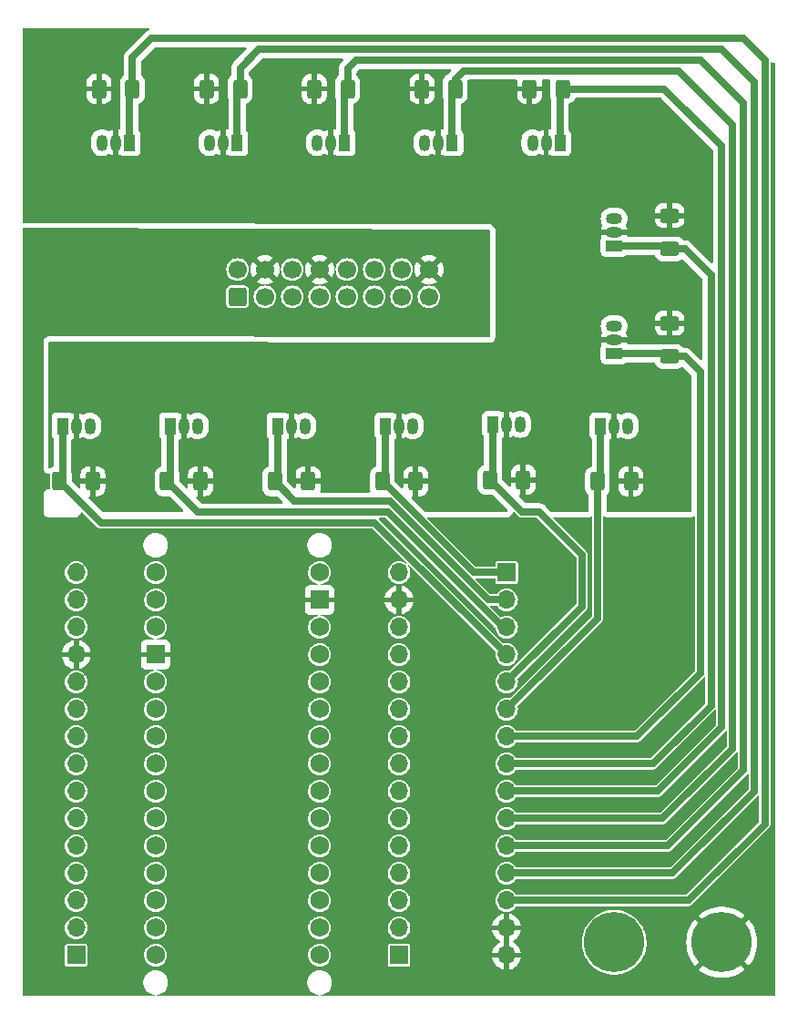
<source format=gbr>
%TF.GenerationSoftware,KiCad,Pcbnew,7.0.6*%
%TF.CreationDate,2023-12-03T11:12:56+09:00*%
%TF.ProjectId,skku-bus,736b6b75-2d62-4757-932e-6b696361645f,rev?*%
%TF.SameCoordinates,Original*%
%TF.FileFunction,Copper,L2,Bot*%
%TF.FilePolarity,Positive*%
%FSLAX46Y46*%
G04 Gerber Fmt 4.6, Leading zero omitted, Abs format (unit mm)*
G04 Created by KiCad (PCBNEW 7.0.6) date 2023-12-03 11:12:56*
%MOMM*%
%LPD*%
G01*
G04 APERTURE LIST*
G04 Aperture macros list*
%AMRoundRect*
0 Rectangle with rounded corners*
0 $1 Rounding radius*
0 $2 $3 $4 $5 $6 $7 $8 $9 X,Y pos of 4 corners*
0 Add a 4 corners polygon primitive as box body*
4,1,4,$2,$3,$4,$5,$6,$7,$8,$9,$2,$3,0*
0 Add four circle primitives for the rounded corners*
1,1,$1+$1,$2,$3*
1,1,$1+$1,$4,$5*
1,1,$1+$1,$6,$7*
1,1,$1+$1,$8,$9*
0 Add four rect primitives between the rounded corners*
20,1,$1+$1,$2,$3,$4,$5,0*
20,1,$1+$1,$4,$5,$6,$7,0*
20,1,$1+$1,$6,$7,$8,$9,0*
20,1,$1+$1,$8,$9,$2,$3,0*%
G04 Aperture macros list end*
%TA.AperFunction,ComponentPad*%
%ADD10O,1.700000X1.700000*%
%TD*%
%TA.AperFunction,ComponentPad*%
%ADD11R,1.700000X1.700000*%
%TD*%
%TA.AperFunction,SMDPad,CuDef*%
%ADD12RoundRect,0.250000X-0.400000X-0.625000X0.400000X-0.625000X0.400000X0.625000X-0.400000X0.625000X0*%
%TD*%
%TA.AperFunction,SMDPad,CuDef*%
%ADD13RoundRect,0.250000X0.400000X0.625000X-0.400000X0.625000X-0.400000X-0.625000X0.400000X-0.625000X0*%
%TD*%
%TA.AperFunction,SMDPad,CuDef*%
%ADD14RoundRect,0.250000X-0.625000X0.400000X-0.625000X-0.400000X0.625000X-0.400000X0.625000X0.400000X0*%
%TD*%
%TA.AperFunction,ComponentPad*%
%ADD15O,1.050000X1.500000*%
%TD*%
%TA.AperFunction,ComponentPad*%
%ADD16R,1.050000X1.500000*%
%TD*%
%TA.AperFunction,ComponentPad*%
%ADD17R,1.500000X1.050000*%
%TD*%
%TA.AperFunction,ComponentPad*%
%ADD18O,1.500000X1.050000*%
%TD*%
%TA.AperFunction,ComponentPad*%
%ADD19RoundRect,0.250000X0.600000X-0.600000X0.600000X0.600000X-0.600000X0.600000X-0.600000X-0.600000X0*%
%TD*%
%TA.AperFunction,ComponentPad*%
%ADD20C,1.700000*%
%TD*%
%TA.AperFunction,ConnectorPad*%
%ADD21C,5.600000*%
%TD*%
%TA.AperFunction,ComponentPad*%
%ADD22C,3.600000*%
%TD*%
%TA.AperFunction,ComponentPad*%
%ADD23C,1.727200*%
%TD*%
%TA.AperFunction,ComponentPad*%
%ADD24R,1.727200X1.727200*%
%TD*%
%TA.AperFunction,ViaPad*%
%ADD25C,1.400000*%
%TD*%
%TA.AperFunction,Conductor*%
%ADD26C,1.270000*%
%TD*%
%TA.AperFunction,Conductor*%
%ADD27C,0.635000*%
%TD*%
G04 APERTURE END LIST*
D10*
%TO.P,J4,15,Pin_15*%
%TO.N,GND*%
X125000000Y-146190000D03*
%TO.P,J4,14,Pin_14*%
X125000000Y-143650000D03*
%TO.P,J4,13,Pin_13*%
%TO.N,/G1_L*%
X125000000Y-141110000D03*
%TO.P,J4,12,Pin_12*%
%TO.N,/G2_L*%
X125000000Y-138570000D03*
%TO.P,J4,11,Pin_11*%
%TO.N,/B_L*%
X125000000Y-136030000D03*
%TO.P,J4,10,Pin_10*%
%TO.N,/D_L*%
X125000000Y-133490000D03*
%TO.P,J4,9,Pin_9*%
%TO.N,/LAT_L*%
X125000000Y-130950000D03*
%TO.P,J4,8,Pin_8*%
%TO.N,/OE_L*%
X125000000Y-128410000D03*
%TO.P,J4,7,Pin_7*%
%TO.N,/CLK_L*%
X125000000Y-125870000D03*
%TO.P,J4,6,Pin_6*%
%TO.N,/C_L*%
X125000000Y-123330000D03*
%TO.P,J4,5,Pin_5*%
%TO.N,/A_L*%
X125000000Y-120790000D03*
%TO.P,J4,4,Pin_4*%
%TO.N,/R1_L*%
X125000000Y-118250000D03*
%TO.P,J4,3,Pin_3*%
%TO.N,/B1_L*%
X125000000Y-115710000D03*
%TO.P,J4,2,Pin_2*%
%TO.N,/R2_L*%
X125000000Y-113170000D03*
D11*
%TO.P,J4,1,Pin_1*%
%TO.N,/B2_L*%
X125000000Y-110630000D03*
%TD*%
D12*
%TO.P,R25,2*%
%TO.N,/D_L*%
X120226956Y-65676956D03*
%TO.P,R25,1*%
%TO.N,+3V3*%
X117126956Y-65676956D03*
%TD*%
%TO.P,R23,1*%
%TO.N,+3V3*%
X107126956Y-65676956D03*
%TO.P,R23,2*%
%TO.N,/B_L*%
X110226956Y-65676956D03*
%TD*%
D13*
%TO.P,R21,1*%
%TO.N,+3V3*%
X126550000Y-102000000D03*
%TO.P,R21,2*%
%TO.N,/A_L*%
X123450000Y-102000000D03*
%TD*%
%TO.P,R19,1*%
%TO.N,+3V3*%
X136550000Y-102150000D03*
%TO.P,R19,2*%
%TO.N,/C_L*%
X133450000Y-102150000D03*
%TD*%
D12*
%TO.P,R17,2*%
%TO.N,/LAT_L*%
X130226956Y-65676956D03*
%TO.P,R17,1*%
%TO.N,+3V3*%
X127126956Y-65676956D03*
%TD*%
D14*
%TO.P,R15,1*%
%TO.N,+3V3*%
X140150000Y-87450000D03*
%TO.P,R15,2*%
%TO.N,/CLK_L*%
X140150000Y-90550000D03*
%TD*%
%TO.P,R13,1*%
%TO.N,+3V3*%
X140150000Y-77450000D03*
%TO.P,R13,2*%
%TO.N,/OE_L*%
X140150000Y-80550000D03*
%TD*%
D12*
%TO.P,R11,1*%
%TO.N,+3V3*%
X97126956Y-65676956D03*
%TO.P,R11,2*%
%TO.N,/G2_L*%
X100226956Y-65676956D03*
%TD*%
D13*
%TO.P,R9,2*%
%TO.N,/R2_L*%
X103450000Y-102150000D03*
%TO.P,R9,1*%
%TO.N,+3V3*%
X106550000Y-102150000D03*
%TD*%
%TO.P,R7,1*%
%TO.N,+3V3*%
X116550000Y-102150000D03*
%TO.P,R7,2*%
%TO.N,/B2_L*%
X113450000Y-102150000D03*
%TD*%
%TO.P,R5,1*%
%TO.N,+3V3*%
X96550000Y-102150000D03*
%TO.P,R5,2*%
%TO.N,/B1_L*%
X93450000Y-102150000D03*
%TD*%
%TO.P,R3,2*%
%TO.N,/R1_L*%
X83450000Y-102150000D03*
%TO.P,R3,1*%
%TO.N,+3V3*%
X86550000Y-102150000D03*
%TD*%
D12*
%TO.P,R1,1*%
%TO.N,+3V3*%
X87126956Y-65676956D03*
%TO.P,R1,2*%
%TO.N,/G1_L*%
X90226956Y-65676956D03*
%TD*%
D15*
%TO.P,Q13,3,D*%
%TO.N,/D*%
X117406956Y-70676956D03*
%TO.P,Q13,2,G*%
%TO.N,+3V3*%
X118676956Y-70676956D03*
D16*
%TO.P,Q13,1,S*%
%TO.N,/D_L*%
X119946956Y-70676956D03*
%TD*%
D15*
%TO.P,Q12,3,D*%
%TO.N,/B*%
X107406956Y-70676956D03*
%TO.P,Q12,2,G*%
%TO.N,+3V3*%
X108676956Y-70676956D03*
D16*
%TO.P,Q12,1,S*%
%TO.N,/B_L*%
X109946956Y-70676956D03*
%TD*%
%TO.P,Q11,1,S*%
%TO.N,/A_L*%
X123730000Y-96850000D03*
D15*
%TO.P,Q11,2,G*%
%TO.N,+3V3*%
X125000000Y-96850000D03*
%TO.P,Q11,3,D*%
%TO.N,/A*%
X126270000Y-96850000D03*
%TD*%
D16*
%TO.P,Q10,1,S*%
%TO.N,/C_L*%
X133730000Y-97000000D03*
D15*
%TO.P,Q10,2,G*%
%TO.N,+3V3*%
X135000000Y-97000000D03*
%TO.P,Q10,3,D*%
%TO.N,/C*%
X136270000Y-97000000D03*
%TD*%
%TO.P,Q9,3,D*%
%TO.N,/LAT*%
X127406956Y-70676956D03*
%TO.P,Q9,2,G*%
%TO.N,+3V3*%
X128676956Y-70676956D03*
D16*
%TO.P,Q9,1,S*%
%TO.N,/LAT_L*%
X129946956Y-70676956D03*
%TD*%
D17*
%TO.P,Q8,1,S*%
%TO.N,/CLK_L*%
X135000000Y-90270000D03*
D18*
%TO.P,Q8,2,G*%
%TO.N,+3V3*%
X135000000Y-89000000D03*
%TO.P,Q8,3,D*%
%TO.N,/CLK*%
X135000000Y-87730000D03*
%TD*%
D17*
%TO.P,Q7,1,S*%
%TO.N,/OE_L*%
X135000000Y-80270000D03*
D18*
%TO.P,Q7,2,G*%
%TO.N,+3V3*%
X135000000Y-79000000D03*
%TO.P,Q7,3,D*%
%TO.N,/OE*%
X135000000Y-77730000D03*
%TD*%
D16*
%TO.P,Q6,1,S*%
%TO.N,/G2_L*%
X99946956Y-70676956D03*
D15*
%TO.P,Q6,2,G*%
%TO.N,+3V3*%
X98676956Y-70676956D03*
%TO.P,Q6,3,D*%
%TO.N,/G2*%
X97406956Y-70676956D03*
%TD*%
%TO.P,Q5,3,D*%
%TO.N,/R2*%
X106270000Y-97000000D03*
%TO.P,Q5,2,G*%
%TO.N,+3V3*%
X105000000Y-97000000D03*
D16*
%TO.P,Q5,1,S*%
%TO.N,/R2_L*%
X103730000Y-97000000D03*
%TD*%
%TO.P,Q4,1,S*%
%TO.N,/B2_L*%
X113730000Y-97000000D03*
D15*
%TO.P,Q4,2,G*%
%TO.N,+3V3*%
X115000000Y-97000000D03*
%TO.P,Q4,3,D*%
%TO.N,/B2*%
X116270000Y-97000000D03*
%TD*%
D16*
%TO.P,Q3,1,S*%
%TO.N,/B1_L*%
X93730000Y-97000000D03*
D15*
%TO.P,Q3,2,G*%
%TO.N,+3V3*%
X95000000Y-97000000D03*
%TO.P,Q3,3,D*%
%TO.N,/B1*%
X96270000Y-97000000D03*
%TD*%
%TO.P,Q2,3,D*%
%TO.N,/R1*%
X86270000Y-97000000D03*
%TO.P,Q2,2,G*%
%TO.N,+3V3*%
X85000000Y-97000000D03*
D16*
%TO.P,Q2,1,S*%
%TO.N,/R1_L*%
X83730000Y-97000000D03*
%TD*%
%TO.P,Q1,1,S*%
%TO.N,/G1_L*%
X89946956Y-70676956D03*
D15*
%TO.P,Q1,2,G*%
%TO.N,+3V3*%
X88676956Y-70676956D03*
%TO.P,Q1,3,D*%
%TO.N,/G1*%
X87406956Y-70676956D03*
%TD*%
D11*
%TO.P,J3,1,Pin_1*%
%TO.N,/D12*%
X85000000Y-146190000D03*
D10*
%TO.P,J3,2,Pin_2*%
%TO.N,/D11*%
X85000000Y-143650000D03*
%TO.P,J3,3,Pin_3*%
%TO.N,/D10*%
X85000000Y-141110000D03*
%TO.P,J3,4,Pin_4*%
%TO.N,/D9*%
X85000000Y-138570000D03*
%TO.P,J3,5,Pin_5*%
%TO.N,/D8*%
X85000000Y-136030000D03*
%TO.P,J3,6,Pin_6*%
%TO.N,/D7*%
X85000000Y-133490000D03*
%TO.P,J3,7,Pin_7*%
%TO.N,/D6*%
X85000000Y-130950000D03*
%TO.P,J3,8,Pin_8*%
%TO.N,/D5*%
X85000000Y-128410000D03*
%TO.P,J3,9,Pin_9*%
%TO.N,/D4*%
X85000000Y-125870000D03*
%TO.P,J3,10,Pin_10*%
%TO.N,/D3*%
X85000000Y-123330000D03*
%TO.P,J3,11,Pin_11*%
%TO.N,/D2*%
X85000000Y-120790000D03*
%TO.P,J3,12,Pin_12*%
%TO.N,GND*%
X85000000Y-118250000D03*
%TO.P,J3,13,Pin_13*%
%TO.N,/RST1*%
X85000000Y-115710000D03*
%TO.P,J3,14,Pin_14*%
%TO.N,/D0*%
X85000000Y-113170000D03*
%TO.P,J3,15,Pin_15*%
%TO.N,/D1*%
X85000000Y-110630000D03*
%TD*%
D11*
%TO.P,J2,1,Pin_1*%
%TO.N,/D13*%
X115000000Y-146190000D03*
D10*
%TO.P,J2,2,Pin_2*%
%TO.N,+3V3*%
X115000000Y-143650000D03*
%TO.P,J2,3,Pin_3*%
%TO.N,/AREF*%
X115000000Y-141110000D03*
%TO.P,J2,4,Pin_4*%
%TO.N,/A0*%
X115000000Y-138570000D03*
%TO.P,J2,5,Pin_5*%
%TO.N,/A1*%
X115000000Y-136030000D03*
%TO.P,J2,6,Pin_6*%
%TO.N,/A2*%
X115000000Y-133490000D03*
%TO.P,J2,7,Pin_7*%
%TO.N,/A3*%
X115000000Y-130950000D03*
%TO.P,J2,8,Pin_8*%
%TO.N,/A4*%
X115000000Y-128410000D03*
%TO.P,J2,9,Pin_9*%
%TO.N,/A5*%
X115000000Y-125870000D03*
%TO.P,J2,10,Pin_10*%
%TO.N,/A6*%
X115000000Y-123330000D03*
%TO.P,J2,11,Pin_11*%
%TO.N,/A7*%
X115000000Y-120790000D03*
%TO.P,J2,12,Pin_12*%
%TO.N,/VUSB*%
X115000000Y-118250000D03*
%TO.P,J2,13,Pin_13*%
%TO.N,/RST2*%
X115000000Y-115710000D03*
%TO.P,J2,14,Pin_14*%
%TO.N,GND*%
X115000000Y-113170000D03*
%TO.P,J2,15,Pin_15*%
%TO.N,+5V*%
X115000000Y-110630000D03*
%TD*%
D19*
%TO.P,J1,1,Pin_1*%
%TO.N,/R1*%
X100000000Y-85000000D03*
D20*
%TO.P,J1,2,Pin_2*%
%TO.N,/G1*%
X100000000Y-82460000D03*
%TO.P,J1,3,Pin_3*%
%TO.N,/B1*%
X102540000Y-85000000D03*
%TO.P,J1,4,Pin_4*%
%TO.N,GND*%
X102540000Y-82460000D03*
%TO.P,J1,5,Pin_5*%
%TO.N,/R2*%
X105080000Y-85000000D03*
%TO.P,J1,6,Pin_6*%
%TO.N,/G2*%
X105080000Y-82460000D03*
%TO.P,J1,7,Pin_7*%
%TO.N,/B2*%
X107620000Y-85000000D03*
%TO.P,J1,8,Pin_8*%
%TO.N,GND*%
X107620000Y-82460000D03*
%TO.P,J1,9,Pin_9*%
%TO.N,/A*%
X110160000Y-85000000D03*
%TO.P,J1,10,Pin_10*%
%TO.N,/B*%
X110160000Y-82460000D03*
%TO.P,J1,11,Pin_11*%
%TO.N,/C*%
X112700000Y-85000000D03*
%TO.P,J1,12,Pin_12*%
%TO.N,/D*%
X112700000Y-82460000D03*
%TO.P,J1,13,Pin_13*%
%TO.N,/CLK*%
X115240000Y-85000000D03*
%TO.P,J1,14,Pin_14*%
%TO.N,/LAT*%
X115240000Y-82460000D03*
%TO.P,J1,15,Pin_15*%
%TO.N,/OE*%
X117780000Y-85000000D03*
%TO.P,J1,16,Pin_16*%
%TO.N,GND*%
X117780000Y-82460000D03*
%TD*%
D21*
%TO.P,H2,1,1*%
%TO.N,GND*%
X145000000Y-145000000D03*
D22*
X145000000Y-145000000D03*
%TD*%
D21*
%TO.P,H1,1,1*%
%TO.N,+5V*%
X135000000Y-145000000D03*
D22*
X135000000Y-145000000D03*
%TD*%
D23*
%TO.P,A1,3V3,3.3V*%
%TO.N,+3V3*%
X107620000Y-143650000D03*
%TO.P,A1,5V,5V*%
%TO.N,unconnected-(A1-Pad5V)*%
X107620000Y-118250000D03*
%TO.P,A1,A0,A0*%
%TO.N,/A0*%
X107620000Y-138570000D03*
%TO.P,A1,A1,A1*%
%TO.N,/A1*%
X107620000Y-136030000D03*
%TO.P,A1,A2,A2*%
%TO.N,/A2*%
X107620000Y-133490000D03*
%TO.P,A1,A3,A3*%
%TO.N,/A3*%
X107620000Y-130950000D03*
%TO.P,A1,A4,A4/SDA*%
%TO.N,/A4*%
X107620000Y-128410000D03*
%TO.P,A1,A5,A5/SCL*%
%TO.N,/A5*%
X107620000Y-125870000D03*
%TO.P,A1,A6,A6*%
%TO.N,/A6*%
X107620000Y-123330000D03*
%TO.P,A1,A7,A7*%
%TO.N,/A7*%
X107620000Y-120790000D03*
%TO.P,A1,AREF,AREF*%
%TO.N,unconnected-(A1-PadAREF)*%
X107620000Y-141110000D03*
%TO.P,A1,D0,D0/RX*%
%TO.N,/D0*%
X92380000Y-113170000D03*
%TO.P,A1,D1,D1/TX*%
%TO.N,/D1*%
X92380000Y-110630000D03*
%TO.P,A1,D2,D2*%
%TO.N,/D2*%
X92380000Y-120790000D03*
%TO.P,A1,D3,D3*%
%TO.N,/D3*%
X92380000Y-123330000D03*
%TO.P,A1,D4,D4*%
%TO.N,/D4*%
X92380000Y-125870000D03*
%TO.P,A1,D5,D5*%
%TO.N,/D5*%
X92380000Y-128410000D03*
%TO.P,A1,D6,D6*%
%TO.N,/D6*%
X92380000Y-130950000D03*
%TO.P,A1,D7,D7*%
%TO.N,/D7*%
X92380000Y-133490000D03*
%TO.P,A1,D8,D8*%
%TO.N,/D8*%
X92380000Y-136030000D03*
%TO.P,A1,D9,D9*%
%TO.N,/D9*%
X92380000Y-138570000D03*
%TO.P,A1,D10,D10*%
%TO.N,/D10*%
X92380000Y-141110000D03*
%TO.P,A1,D11,D11_MOSI*%
%TO.N,/D11*%
X92380000Y-143650000D03*
%TO.P,A1,D12,D12_MISO*%
%TO.N,/D12*%
X92380000Y-146190000D03*
%TO.P,A1,D13,D13_SCK*%
%TO.N,/D13*%
X107620000Y-146190000D03*
D24*
%TO.P,A1,GND1,GND*%
%TO.N,GND*%
X92380000Y-118250000D03*
%TO.P,A1,GND2,GND*%
X107620000Y-113170000D03*
D23*
%TO.P,A1,RST1,RESET*%
%TO.N,/RST1*%
X92380000Y-115710000D03*
%TO.P,A1,RST2,REC*%
%TO.N,/RST2*%
X107620000Y-115710000D03*
%TO.P,A1,VIN,VIN*%
%TO.N,+5V*%
X107620000Y-110630000D03*
%TD*%
D25*
%TO.N,GND*%
X81270000Y-107582000D03*
X81270000Y-87135000D03*
%TO.N,+3V3*%
X100000000Y-103000000D03*
%TD*%
D26*
%TO.N,GND*%
X81270000Y-87135000D02*
X81270000Y-107582000D01*
D27*
%TO.N,/R1_L*%
X87300000Y-106000000D02*
X83450000Y-102150000D01*
X112750000Y-106000000D02*
X87300000Y-106000000D01*
X125000000Y-118250000D02*
X112750000Y-106000000D01*
%TO.N,/B1_L*%
X96330868Y-105030868D02*
X93450000Y-102150000D01*
X124648264Y-115710000D02*
X113969132Y-105030868D01*
X125000000Y-115710000D02*
X124648264Y-115710000D01*
X113969132Y-105030868D02*
X96330868Y-105030868D01*
%TO.N,/R2_L*%
X105300000Y-104000000D02*
X103450000Y-102150000D01*
X114119132Y-104000000D02*
X105300000Y-104000000D01*
X123289132Y-113170000D02*
X114119132Y-104000000D01*
X125000000Y-113170000D02*
X123289132Y-113170000D01*
%TO.N,/B2_L*%
X121930000Y-110630000D02*
X113450000Y-102150000D01*
X125000000Y-110630000D02*
X121930000Y-110630000D01*
%TO.N,/A_L*%
X132000000Y-109000000D02*
X128000000Y-105000000D01*
X128000000Y-105000000D02*
X126450000Y-105000000D01*
X126450000Y-105000000D02*
X123450000Y-102000000D01*
X132000000Y-113790000D02*
X132000000Y-109000000D01*
X125000000Y-120790000D02*
X132000000Y-113790000D01*
%TO.N,/C_L*%
X133450000Y-114880000D02*
X133450000Y-102150000D01*
X125000000Y-123330000D02*
X133450000Y-114880000D01*
%TO.N,/CLK_L*%
X141550000Y-90550000D02*
X140150000Y-90550000D01*
X143000000Y-92000000D02*
X141550000Y-90550000D01*
X143000000Y-120000000D02*
X143000000Y-92000000D01*
X137130000Y-125870000D02*
X143000000Y-120000000D01*
X125000000Y-125870000D02*
X137130000Y-125870000D01*
%TO.N,/OE_L*%
X141550000Y-80550000D02*
X140150000Y-80550000D01*
X144000000Y-83000000D02*
X141550000Y-80550000D01*
X144000000Y-123000000D02*
X144000000Y-83000000D01*
X138590000Y-128410000D02*
X144000000Y-123000000D01*
X125000000Y-128410000D02*
X138590000Y-128410000D01*
%TO.N,/G1_L*%
X147000000Y-61000000D02*
X92000000Y-61000000D01*
X92000000Y-61000000D02*
X90226956Y-62773044D01*
X149000000Y-63000000D02*
X147000000Y-61000000D01*
X90226956Y-62773044D02*
X90226956Y-65676956D01*
X141890000Y-141110000D02*
X149000000Y-134000000D01*
X149000000Y-134000000D02*
X149000000Y-63000000D01*
X125000000Y-141110000D02*
X141890000Y-141110000D01*
%TO.N,/G2_L*%
X148000000Y-131000000D02*
X140430000Y-138570000D01*
X140430000Y-138570000D02*
X125000000Y-138570000D01*
X145000000Y-62000000D02*
X148000000Y-65000000D01*
X148000000Y-65000000D02*
X148000000Y-131000000D01*
X102000000Y-62000000D02*
X145000000Y-62000000D01*
X100226956Y-63773044D02*
X102000000Y-62000000D01*
X100226956Y-65676956D02*
X100226956Y-63773044D01*
%TO.N,/B_L*%
X147000000Y-129000000D02*
X139970000Y-136030000D01*
X139970000Y-136030000D02*
X125000000Y-136030000D01*
X111000000Y-63000000D02*
X143000000Y-63000000D01*
X147000000Y-67000000D02*
X147000000Y-129000000D01*
X110226956Y-63773044D02*
X111000000Y-63000000D01*
X110226956Y-65676956D02*
X110226956Y-63773044D01*
X143000000Y-63000000D02*
X147000000Y-67000000D01*
%TO.N,/D_L*%
X139510000Y-133490000D02*
X125000000Y-133490000D01*
X141000000Y-64000000D02*
X146000000Y-69000000D01*
X146000000Y-69000000D02*
X146000000Y-127000000D01*
X121000000Y-64000000D02*
X141000000Y-64000000D01*
X120226956Y-64773044D02*
X121000000Y-64000000D01*
X120226956Y-65676956D02*
X120226956Y-64773044D01*
X146000000Y-127000000D02*
X139510000Y-133490000D01*
%TO.N,/LAT_L*%
X145000000Y-125000000D02*
X139050000Y-130950000D01*
X145000000Y-71000000D02*
X145000000Y-125000000D01*
X130226956Y-65676956D02*
X139676956Y-65676956D01*
X139676956Y-65676956D02*
X145000000Y-71000000D01*
X139050000Y-130950000D02*
X125000000Y-130950000D01*
%TO.N,/G1_L*%
X89946956Y-65956956D02*
X90226956Y-65676956D01*
X89946956Y-70676956D02*
X89946956Y-65956956D01*
%TO.N,/G2_L*%
X99946956Y-65956956D02*
X100226956Y-65676956D01*
X99946956Y-70676956D02*
X99946956Y-65956956D01*
%TO.N,/B_L*%
X109946956Y-65956956D02*
X110226956Y-65676956D01*
X109946956Y-70676956D02*
X109946956Y-65956956D01*
%TO.N,/D_L*%
X119946956Y-65956956D02*
X120226956Y-65676956D01*
X119946956Y-70676956D02*
X119946956Y-65956956D01*
%TO.N,/LAT_L*%
X129946956Y-70676956D02*
X129946956Y-65956956D01*
X129946956Y-65956956D02*
X130226956Y-65676956D01*
%TO.N,/OE_L*%
X135000000Y-80270000D02*
X139870000Y-80270000D01*
X139870000Y-80270000D02*
X140150000Y-80550000D01*
%TO.N,/CLK_L*%
X135000000Y-90270000D02*
X139870000Y-90270000D01*
X139870000Y-90270000D02*
X140150000Y-90550000D01*
%TO.N,/C_L*%
X133730000Y-101870000D02*
X133450000Y-102150000D01*
X133730000Y-97000000D02*
X133730000Y-101870000D01*
%TO.N,/A_L*%
X123730000Y-101720000D02*
X123450000Y-102000000D01*
X123730000Y-96850000D02*
X123730000Y-101720000D01*
%TO.N,/B2_L*%
X113730000Y-101870000D02*
X113450000Y-102150000D01*
X113730000Y-97000000D02*
X113730000Y-101870000D01*
%TO.N,/R2_L*%
X103730000Y-101870000D02*
X103450000Y-102150000D01*
X103730000Y-97000000D02*
X103730000Y-101870000D01*
%TO.N,/B1_L*%
X93730000Y-97000000D02*
X93730000Y-101870000D01*
X93730000Y-101870000D02*
X93450000Y-102150000D01*
%TO.N,/R1_L*%
X83730000Y-97000000D02*
X83730000Y-101870000D01*
X83730000Y-101870000D02*
X83450000Y-102150000D01*
%TD*%
%TA.AperFunction,Conductor*%
%TO.N,GND*%
G36*
X125250000Y-145754498D02*
G01*
X125142315Y-145705320D01*
X125035763Y-145690000D01*
X124964237Y-145690000D01*
X124857685Y-145705320D01*
X124750000Y-145754498D01*
X124750000Y-144085501D01*
X124857685Y-144134680D01*
X124964237Y-144150000D01*
X125035763Y-144150000D01*
X125142315Y-144134680D01*
X125250000Y-144085501D01*
X125250000Y-145754498D01*
G37*
%TD.AperFunction*%
%TA.AperFunction,Conductor*%
G36*
X149606461Y-63210556D02*
G01*
X149647861Y-63229463D01*
X149647864Y-63229465D01*
X149785917Y-63269999D01*
X149929797Y-63269998D01*
X149932017Y-63269839D01*
X149932028Y-63269998D01*
X149932030Y-63269998D01*
X149932030Y-63270020D01*
X149932120Y-63271290D01*
X149974392Y-63282023D01*
X149998853Y-63323131D01*
X149999500Y-63332104D01*
X149999500Y-149937000D01*
X149981194Y-149981194D01*
X149937000Y-149999500D01*
X107740838Y-149999500D01*
X107696644Y-149981194D01*
X107678338Y-149937000D01*
X107696644Y-149892806D01*
X107735071Y-149874767D01*
X107832302Y-149865757D01*
X107832304Y-149865756D01*
X107832310Y-149865756D01*
X108037389Y-149807405D01*
X108228255Y-149712366D01*
X108398407Y-149583872D01*
X108542052Y-149426302D01*
X108654298Y-149245019D01*
X108731321Y-149046198D01*
X108770500Y-148836610D01*
X108770500Y-148623390D01*
X108731321Y-148413802D01*
X108654298Y-148214981D01*
X108654297Y-148214978D01*
X108654296Y-148214977D01*
X108542051Y-148033696D01*
X108474795Y-147959921D01*
X108398407Y-147876128D01*
X108228255Y-147747634D01*
X108228252Y-147747632D01*
X108228250Y-147747631D01*
X108037391Y-147652596D01*
X108037389Y-147652595D01*
X107968590Y-147633019D01*
X107832313Y-147594244D01*
X107832302Y-147594242D01*
X107673212Y-147579500D01*
X107673194Y-147579500D01*
X107566806Y-147579500D01*
X107566787Y-147579500D01*
X107407697Y-147594242D01*
X107407686Y-147594244D01*
X107225982Y-147645944D01*
X107202611Y-147652595D01*
X107202610Y-147652595D01*
X107202608Y-147652596D01*
X107011749Y-147747631D01*
X107011745Y-147747634D01*
X106841597Y-147876124D01*
X106841595Y-147876126D01*
X106697948Y-148033696D01*
X106585703Y-148214977D01*
X106585702Y-148214978D01*
X106508678Y-148413805D01*
X106469500Y-148623385D01*
X106469500Y-148836614D01*
X106508678Y-149046194D01*
X106508679Y-149046198D01*
X106540641Y-149128703D01*
X106585702Y-149245021D01*
X106585703Y-149245022D01*
X106697948Y-149426303D01*
X106763424Y-149498125D01*
X106841593Y-149583872D01*
X107011745Y-149712366D01*
X107202611Y-149807405D01*
X107407690Y-149865756D01*
X107407693Y-149865756D01*
X107407697Y-149865757D01*
X107504929Y-149874767D01*
X107547245Y-149897072D01*
X107561395Y-149942767D01*
X107539090Y-149985083D01*
X107499162Y-149999500D01*
X92500838Y-149999500D01*
X92456644Y-149981194D01*
X92438338Y-149937000D01*
X92456644Y-149892806D01*
X92495071Y-149874767D01*
X92592302Y-149865757D01*
X92592304Y-149865756D01*
X92592310Y-149865756D01*
X92797389Y-149807405D01*
X92988255Y-149712366D01*
X93158407Y-149583872D01*
X93302052Y-149426302D01*
X93414298Y-149245019D01*
X93491321Y-149046198D01*
X93530500Y-148836610D01*
X93530500Y-148623390D01*
X93491321Y-148413802D01*
X93414298Y-148214981D01*
X93414297Y-148214978D01*
X93414296Y-148214977D01*
X93302051Y-148033696D01*
X93234795Y-147959921D01*
X93158407Y-147876128D01*
X92988255Y-147747634D01*
X92988252Y-147747632D01*
X92988250Y-147747631D01*
X92797391Y-147652596D01*
X92797389Y-147652595D01*
X92728590Y-147633019D01*
X92592313Y-147594244D01*
X92592302Y-147594242D01*
X92433212Y-147579500D01*
X92433194Y-147579500D01*
X92326806Y-147579500D01*
X92326787Y-147579500D01*
X92167697Y-147594242D01*
X92167686Y-147594244D01*
X91985982Y-147645944D01*
X91962611Y-147652595D01*
X91962610Y-147652595D01*
X91962608Y-147652596D01*
X91771749Y-147747631D01*
X91771745Y-147747634D01*
X91601597Y-147876124D01*
X91601595Y-147876126D01*
X91457948Y-148033696D01*
X91345703Y-148214977D01*
X91345702Y-148214978D01*
X91268678Y-148413805D01*
X91229500Y-148623385D01*
X91229500Y-148836614D01*
X91268678Y-149046194D01*
X91268679Y-149046198D01*
X91300641Y-149128703D01*
X91345702Y-149245021D01*
X91345703Y-149245022D01*
X91457948Y-149426303D01*
X91523424Y-149498125D01*
X91601593Y-149583872D01*
X91771745Y-149712366D01*
X91962611Y-149807405D01*
X92167690Y-149865756D01*
X92167693Y-149865756D01*
X92167697Y-149865757D01*
X92264929Y-149874767D01*
X92307245Y-149897072D01*
X92321395Y-149942767D01*
X92299090Y-149985083D01*
X92259162Y-149999500D01*
X80063000Y-149999500D01*
X80018806Y-149981194D01*
X80000500Y-149937000D01*
X80000500Y-147059748D01*
X83949500Y-147059748D01*
X83961132Y-147118230D01*
X83961133Y-147118232D01*
X84005447Y-147184552D01*
X84071767Y-147228866D01*
X84071769Y-147228867D01*
X84130252Y-147240500D01*
X85869748Y-147240500D01*
X85928231Y-147228867D01*
X85994552Y-147184552D01*
X86038867Y-147118231D01*
X86050500Y-147059748D01*
X86050500Y-146190000D01*
X91310751Y-146190000D01*
X91331295Y-146398598D01*
X91343855Y-146440001D01*
X91392143Y-146599184D01*
X91421169Y-146653487D01*
X91490948Y-146784037D01*
X91490952Y-146784043D01*
X91623927Y-146946073D01*
X91785957Y-147079048D01*
X91785959Y-147079049D01*
X91785962Y-147079051D01*
X91834061Y-147104760D01*
X91970816Y-147177857D01*
X92171400Y-147238704D01*
X92275699Y-147248976D01*
X92379999Y-147259249D01*
X92379999Y-147259248D01*
X92380000Y-147259249D01*
X92588600Y-147238704D01*
X92789184Y-147177857D01*
X92974043Y-147079048D01*
X93136073Y-146946073D01*
X93269048Y-146784043D01*
X93367857Y-146599184D01*
X93428704Y-146398600D01*
X93449249Y-146190000D01*
X106550751Y-146190000D01*
X106571295Y-146398598D01*
X106583855Y-146440001D01*
X106632143Y-146599184D01*
X106661169Y-146653487D01*
X106730948Y-146784037D01*
X106730952Y-146784043D01*
X106863927Y-146946073D01*
X107025957Y-147079048D01*
X107025959Y-147079049D01*
X107025962Y-147079051D01*
X107074061Y-147104760D01*
X107210816Y-147177857D01*
X107411400Y-147238704D01*
X107620000Y-147259249D01*
X107828600Y-147238704D01*
X108029184Y-147177857D01*
X108214043Y-147079048D01*
X108237560Y-147059748D01*
X113949500Y-147059748D01*
X113961132Y-147118230D01*
X113961133Y-147118232D01*
X114005447Y-147184552D01*
X114071767Y-147228866D01*
X114071769Y-147228867D01*
X114130252Y-147240500D01*
X115869748Y-147240500D01*
X115928231Y-147228867D01*
X115994552Y-147184552D01*
X116038867Y-147118231D01*
X116050500Y-147059748D01*
X116050500Y-146440001D01*
X123669363Y-146440001D01*
X123726567Y-146653487D01*
X123726568Y-146653489D01*
X123826398Y-146867575D01*
X123961892Y-147061081D01*
X124128918Y-147228107D01*
X124322426Y-147363603D01*
X124536503Y-147463428D01*
X124536519Y-147463434D01*
X124749998Y-147520635D01*
X124750000Y-147520634D01*
X124750000Y-146625501D01*
X124857685Y-146674680D01*
X124964237Y-146690000D01*
X125035763Y-146690000D01*
X125142315Y-146674680D01*
X125250000Y-146625501D01*
X125250000Y-147520634D01*
X125250001Y-147520635D01*
X125463480Y-147463434D01*
X125463496Y-147463428D01*
X125677573Y-147363603D01*
X125871081Y-147228107D01*
X126038107Y-147061081D01*
X126173601Y-146867575D01*
X126273431Y-146653489D01*
X126273432Y-146653487D01*
X126330636Y-146440001D01*
X126330636Y-146440000D01*
X125433686Y-146440000D01*
X125459493Y-146399844D01*
X125500000Y-146261889D01*
X125500000Y-146118111D01*
X125459493Y-145980156D01*
X125433686Y-145940000D01*
X126330636Y-145940000D01*
X126330636Y-145939998D01*
X126273432Y-145726512D01*
X126273431Y-145726510D01*
X126173600Y-145512422D01*
X126038109Y-145318920D01*
X125871081Y-145151892D01*
X125677573Y-145016396D01*
X125642419Y-145000004D01*
X131994415Y-145000004D01*
X132014736Y-145348911D01*
X132014736Y-145348915D01*
X132014737Y-145348926D01*
X132014738Y-145348927D01*
X132043566Y-145512422D01*
X132075432Y-145693141D01*
X132175672Y-146027968D01*
X132175675Y-146027974D01*
X132314108Y-146348899D01*
X132488874Y-146651603D01*
X132649660Y-146867575D01*
X132697588Y-146931953D01*
X132697591Y-146931956D01*
X132873331Y-147118230D01*
X132937442Y-147186183D01*
X133205189Y-147410849D01*
X133497207Y-147602913D01*
X133809549Y-147759777D01*
X134137989Y-147879319D01*
X134137997Y-147879320D01*
X134138004Y-147879323D01*
X134309109Y-147919875D01*
X134478086Y-147959923D01*
X134626431Y-147977262D01*
X134825225Y-148000499D01*
X134825241Y-148000500D01*
X135174759Y-148000500D01*
X135174774Y-148000499D01*
X135346863Y-147980383D01*
X135521914Y-147959923D01*
X135733164Y-147909856D01*
X135861995Y-147879323D01*
X135861998Y-147879322D01*
X135862011Y-147879319D01*
X136190451Y-147759777D01*
X136502793Y-147602913D01*
X136794811Y-147410849D01*
X137062558Y-147186183D01*
X137302412Y-146931953D01*
X137511130Y-146651596D01*
X137685889Y-146348904D01*
X137824326Y-146027971D01*
X137924569Y-145693136D01*
X137985262Y-145348927D01*
X137988057Y-145300948D01*
X138005585Y-145000005D01*
X141695153Y-145000005D01*
X141714525Y-145357312D01*
X141714525Y-145357314D01*
X141772417Y-145710443D01*
X141868151Y-146055245D01*
X141868152Y-146055246D01*
X142000605Y-146387676D01*
X142000609Y-146387684D01*
X142168220Y-146703831D01*
X142168227Y-146703842D01*
X142369027Y-146999998D01*
X142369030Y-147000003D01*
X142496442Y-147150004D01*
X143702266Y-145944180D01*
X143865130Y-146134870D01*
X144055818Y-146297732D01*
X142847255Y-147506295D01*
X142860486Y-147518828D01*
X143145362Y-147735386D01*
X143451990Y-147919875D01*
X143776764Y-148070131D01*
X144115848Y-148184381D01*
X144115859Y-148184384D01*
X144465336Y-148261311D01*
X144821075Y-148299999D01*
X144821083Y-148300000D01*
X145178917Y-148300000D01*
X145178924Y-148299999D01*
X145534663Y-148261311D01*
X145884140Y-148184384D01*
X145884151Y-148184381D01*
X146223235Y-148070131D01*
X146548009Y-147919875D01*
X146854637Y-147735385D01*
X147139507Y-147518833D01*
X147139511Y-147518830D01*
X147152742Y-147506295D01*
X145944180Y-146297733D01*
X146134870Y-146134870D01*
X146297733Y-145944181D01*
X147503556Y-147150004D01*
X147630969Y-147000003D01*
X147630972Y-146999998D01*
X147831772Y-146703842D01*
X147831779Y-146703831D01*
X147999390Y-146387684D01*
X147999394Y-146387676D01*
X148131847Y-146055246D01*
X148131848Y-146055245D01*
X148227582Y-145710443D01*
X148285474Y-145357314D01*
X148285474Y-145357312D01*
X148304847Y-145000005D01*
X148304847Y-144999994D01*
X148285474Y-144642687D01*
X148285474Y-144642685D01*
X148227582Y-144289556D01*
X148131848Y-143944754D01*
X148131847Y-143944753D01*
X147999394Y-143612323D01*
X147999390Y-143612315D01*
X147831779Y-143296168D01*
X147831772Y-143296157D01*
X147630972Y-143000001D01*
X147630969Y-142999996D01*
X147503556Y-142849994D01*
X146297732Y-144055818D01*
X146134870Y-143865130D01*
X145944180Y-143702266D01*
X147152743Y-142493703D01*
X147139513Y-142481171D01*
X146854637Y-142264613D01*
X146548009Y-142080124D01*
X146223235Y-141929868D01*
X145884151Y-141815618D01*
X145884140Y-141815615D01*
X145534663Y-141738688D01*
X145178924Y-141700000D01*
X144821075Y-141700000D01*
X144465336Y-141738688D01*
X144115859Y-141815615D01*
X144115848Y-141815618D01*
X143776764Y-141929868D01*
X143451990Y-142080124D01*
X143145362Y-142264614D01*
X142860491Y-142481166D01*
X142847256Y-142493703D01*
X144055819Y-143702266D01*
X143865130Y-143865130D01*
X143702266Y-144055818D01*
X142496442Y-142849994D01*
X142369030Y-142999996D01*
X142369027Y-143000001D01*
X142168227Y-143296157D01*
X142168220Y-143296168D01*
X142000609Y-143612315D01*
X142000605Y-143612323D01*
X141868152Y-143944753D01*
X141868151Y-143944754D01*
X141772417Y-144289556D01*
X141714525Y-144642685D01*
X141714525Y-144642687D01*
X141695153Y-144999994D01*
X141695153Y-145000005D01*
X138005585Y-145000005D01*
X138005585Y-145000004D01*
X138005585Y-144999995D01*
X137985263Y-144651088D01*
X137985263Y-144651084D01*
X137985262Y-144651080D01*
X137985262Y-144651073D01*
X137924569Y-144306864D01*
X137850419Y-144059185D01*
X137824327Y-143972031D01*
X137824324Y-143972025D01*
X137812560Y-143944754D01*
X137716426Y-143721889D01*
X137685891Y-143651100D01*
X137685256Y-143650000D01*
X137511130Y-143348404D01*
X137511128Y-143348401D01*
X137511125Y-143348396D01*
X137302417Y-143068054D01*
X137302412Y-143068047D01*
X137062558Y-142813817D01*
X136821913Y-142611892D01*
X136794816Y-142589155D01*
X136794814Y-142589153D01*
X136794811Y-142589151D01*
X136794804Y-142589147D01*
X136794798Y-142589142D01*
X136502791Y-142397086D01*
X136190452Y-142240223D01*
X136190447Y-142240221D01*
X135862018Y-142120683D01*
X135861995Y-142120676D01*
X135521921Y-142040078D01*
X135521916Y-142040077D01*
X135174774Y-141999500D01*
X135174759Y-141999500D01*
X134825241Y-141999500D01*
X134825225Y-141999500D01*
X134478083Y-142040077D01*
X134478078Y-142040078D01*
X134138004Y-142120676D01*
X134137981Y-142120683D01*
X133809552Y-142240221D01*
X133809547Y-142240223D01*
X133497208Y-142397086D01*
X133205201Y-142589142D01*
X133205183Y-142589155D01*
X132937442Y-142813816D01*
X132937438Y-142813820D01*
X132697591Y-143068043D01*
X132697582Y-143068054D01*
X132488874Y-143348396D01*
X132314108Y-143651100D01*
X132175675Y-143972025D01*
X132175672Y-143972031D01*
X132075432Y-144306858D01*
X132014736Y-144651084D01*
X132014736Y-144651088D01*
X131994415Y-144999995D01*
X131994415Y-145000004D01*
X125642419Y-145000004D01*
X125592322Y-144976644D01*
X125560004Y-144941377D01*
X125562091Y-144893587D01*
X125592322Y-144863356D01*
X125677573Y-144823603D01*
X125871081Y-144688107D01*
X126038107Y-144521081D01*
X126173601Y-144327575D01*
X126273431Y-144113489D01*
X126273432Y-144113487D01*
X126330636Y-143900001D01*
X126330636Y-143900000D01*
X125433686Y-143900000D01*
X125459493Y-143859844D01*
X125500000Y-143721889D01*
X125500000Y-143578111D01*
X125459493Y-143440156D01*
X125433686Y-143400000D01*
X126330636Y-143400000D01*
X126330636Y-143399998D01*
X126273432Y-143186512D01*
X126273431Y-143186510D01*
X126173600Y-142972422D01*
X126038109Y-142778920D01*
X125871081Y-142611892D01*
X125677575Y-142476398D01*
X125463489Y-142376568D01*
X125463487Y-142376567D01*
X125250001Y-142319363D01*
X125250000Y-142319364D01*
X125250000Y-143214498D01*
X125142315Y-143165320D01*
X125035763Y-143150000D01*
X124964237Y-143150000D01*
X124857685Y-143165320D01*
X124749999Y-143214498D01*
X124750000Y-142319364D01*
X124749998Y-142319363D01*
X124536512Y-142376567D01*
X124536510Y-142376568D01*
X124322422Y-142476399D01*
X124128920Y-142611890D01*
X123961890Y-142778920D01*
X123826399Y-142972422D01*
X123726568Y-143186510D01*
X123726567Y-143186512D01*
X123669363Y-143399998D01*
X123669364Y-143400000D01*
X124566314Y-143400000D01*
X124540507Y-143440156D01*
X124500000Y-143578111D01*
X124500000Y-143721889D01*
X124540507Y-143859844D01*
X124566314Y-143900000D01*
X123669364Y-143900000D01*
X123669363Y-143900001D01*
X123726567Y-144113487D01*
X123726568Y-144113489D01*
X123826398Y-144327575D01*
X123961892Y-144521081D01*
X124128918Y-144688107D01*
X124322424Y-144823601D01*
X124407677Y-144863356D01*
X124439994Y-144898624D01*
X124437907Y-144946414D01*
X124407677Y-144976644D01*
X124322422Y-145016399D01*
X124128920Y-145151890D01*
X123961890Y-145318920D01*
X123826399Y-145512422D01*
X123726568Y-145726510D01*
X123726567Y-145726512D01*
X123669363Y-145939998D01*
X123669364Y-145940000D01*
X124566314Y-145940000D01*
X124540507Y-145980156D01*
X124500000Y-146118111D01*
X124500000Y-146261889D01*
X124540507Y-146399844D01*
X124566314Y-146440000D01*
X123669364Y-146440000D01*
X123669363Y-146440001D01*
X116050500Y-146440001D01*
X116050500Y-145320252D01*
X116038867Y-145261769D01*
X116038866Y-145261767D01*
X115994552Y-145195447D01*
X115928232Y-145151133D01*
X115928230Y-145151132D01*
X115869748Y-145139500D01*
X114130252Y-145139500D01*
X114071769Y-145151132D01*
X114071767Y-145151133D01*
X114005447Y-145195447D01*
X113961133Y-145261767D01*
X113961132Y-145261769D01*
X113949500Y-145320251D01*
X113949500Y-147059748D01*
X108237560Y-147059748D01*
X108376073Y-146946073D01*
X108509048Y-146784043D01*
X108607857Y-146599184D01*
X108668704Y-146398600D01*
X108689249Y-146190000D01*
X108668704Y-145981400D01*
X108607857Y-145780816D01*
X108509048Y-145595957D01*
X108376073Y-145433927D01*
X108214043Y-145300952D01*
X108214037Y-145300948D01*
X108097561Y-145238691D01*
X108029184Y-145202143D01*
X107900978Y-145163251D01*
X107828598Y-145141295D01*
X107620000Y-145120751D01*
X107411401Y-145141295D01*
X107283194Y-145180187D01*
X107210816Y-145202143D01*
X107210814Y-145202143D01*
X107210814Y-145202144D01*
X107025962Y-145300948D01*
X107025956Y-145300952D01*
X106863927Y-145433927D01*
X106730952Y-145595956D01*
X106730948Y-145595962D01*
X106632144Y-145780814D01*
X106571295Y-145981401D01*
X106550751Y-146189999D01*
X106550751Y-146190000D01*
X93449249Y-146190000D01*
X93428704Y-145981400D01*
X93367857Y-145780816D01*
X93269048Y-145595957D01*
X93136073Y-145433927D01*
X92974043Y-145300952D01*
X92974037Y-145300948D01*
X92857561Y-145238691D01*
X92789184Y-145202143D01*
X92660978Y-145163251D01*
X92588598Y-145141295D01*
X92380000Y-145120751D01*
X92171401Y-145141295D01*
X92043194Y-145180187D01*
X91970816Y-145202143D01*
X91970814Y-145202143D01*
X91970814Y-145202144D01*
X91785962Y-145300948D01*
X91785956Y-145300952D01*
X91623927Y-145433927D01*
X91490952Y-145595956D01*
X91490948Y-145595962D01*
X91392144Y-145780814D01*
X91331295Y-145981401D01*
X91310751Y-146189999D01*
X91310751Y-146190000D01*
X86050500Y-146190000D01*
X86050500Y-145320252D01*
X86038867Y-145261769D01*
X86038866Y-145261767D01*
X85994552Y-145195447D01*
X85928232Y-145151133D01*
X85928230Y-145151132D01*
X85869748Y-145139500D01*
X84130252Y-145139500D01*
X84071769Y-145151132D01*
X84071767Y-145151133D01*
X84005447Y-145195447D01*
X83961133Y-145261767D01*
X83961132Y-145261769D01*
X83949500Y-145320251D01*
X83949500Y-147059748D01*
X80000500Y-147059748D01*
X80000500Y-143650000D01*
X83944417Y-143650000D01*
X83964699Y-143855930D01*
X83964700Y-143855935D01*
X84024766Y-144053949D01*
X84024768Y-144053954D01*
X84122311Y-144236444D01*
X84122313Y-144236448D01*
X84122315Y-144236450D01*
X84253590Y-144396410D01*
X84413550Y-144527685D01*
X84413553Y-144527686D01*
X84413555Y-144527688D01*
X84434808Y-144539048D01*
X84596046Y-144625232D01*
X84794066Y-144685300D01*
X85000000Y-144705583D01*
X85205934Y-144685300D01*
X85403954Y-144625232D01*
X85586450Y-144527685D01*
X85746410Y-144396410D01*
X85877685Y-144236450D01*
X85975232Y-144053954D01*
X86035300Y-143855934D01*
X86055583Y-143650000D01*
X91310751Y-143650000D01*
X91331295Y-143858598D01*
X91343855Y-143900001D01*
X91392143Y-144059184D01*
X91421169Y-144113487D01*
X91490948Y-144244037D01*
X91490952Y-144244043D01*
X91623927Y-144406073D01*
X91785957Y-144539048D01*
X91785959Y-144539049D01*
X91785962Y-144539051D01*
X91834061Y-144564760D01*
X91970816Y-144637857D01*
X92171400Y-144698704D01*
X92241245Y-144705583D01*
X92379999Y-144719249D01*
X92379999Y-144719248D01*
X92380000Y-144719249D01*
X92588600Y-144698704D01*
X92789184Y-144637857D01*
X92974043Y-144539048D01*
X93136073Y-144406073D01*
X93269048Y-144244043D01*
X93367857Y-144059184D01*
X93428704Y-143858600D01*
X93449249Y-143650000D01*
X106550751Y-143650000D01*
X106571295Y-143858598D01*
X106583855Y-143900001D01*
X106632143Y-144059184D01*
X106661169Y-144113487D01*
X106730948Y-144244037D01*
X106730952Y-144244043D01*
X106863927Y-144406073D01*
X107025957Y-144539048D01*
X107025959Y-144539049D01*
X107025962Y-144539051D01*
X107074061Y-144564760D01*
X107210816Y-144637857D01*
X107411400Y-144698704D01*
X107620000Y-144719249D01*
X107828600Y-144698704D01*
X108029184Y-144637857D01*
X108214043Y-144539048D01*
X108376073Y-144406073D01*
X108509048Y-144244043D01*
X108607857Y-144059184D01*
X108668704Y-143858600D01*
X108689249Y-143650000D01*
X113944417Y-143650000D01*
X113964699Y-143855930D01*
X113964700Y-143855935D01*
X114024766Y-144053949D01*
X114024768Y-144053954D01*
X114122311Y-144236444D01*
X114122313Y-144236448D01*
X114122315Y-144236450D01*
X114253590Y-144396410D01*
X114413550Y-144527685D01*
X114413553Y-144527686D01*
X114413555Y-144527688D01*
X114434808Y-144539048D01*
X114596046Y-144625232D01*
X114794066Y-144685300D01*
X114948516Y-144700512D01*
X114999999Y-144705583D01*
X114999999Y-144705582D01*
X115000000Y-144705583D01*
X115205934Y-144685300D01*
X115403954Y-144625232D01*
X115586450Y-144527685D01*
X115746410Y-144396410D01*
X115877685Y-144236450D01*
X115975232Y-144053954D01*
X116035300Y-143855934D01*
X116055583Y-143650000D01*
X116035300Y-143444066D01*
X115975232Y-143246046D01*
X115917967Y-143138912D01*
X115877688Y-143063555D01*
X115877686Y-143063553D01*
X115877685Y-143063550D01*
X115746410Y-142903590D01*
X115637024Y-142813820D01*
X115586455Y-142772319D01*
X115586453Y-142772318D01*
X115586450Y-142772315D01*
X115586448Y-142772313D01*
X115586444Y-142772311D01*
X115403954Y-142674768D01*
X115403949Y-142674766D01*
X115205935Y-142614700D01*
X115205930Y-142614699D01*
X115000000Y-142594417D01*
X114794069Y-142614699D01*
X114794064Y-142614700D01*
X114596050Y-142674766D01*
X114596045Y-142674768D01*
X114413555Y-142772311D01*
X114413544Y-142772319D01*
X114253591Y-142903588D01*
X114253588Y-142903591D01*
X114122319Y-143063544D01*
X114122311Y-143063555D01*
X114024768Y-143246045D01*
X114024766Y-143246050D01*
X113964700Y-143444064D01*
X113964699Y-143444069D01*
X113944417Y-143649999D01*
X113944417Y-143650000D01*
X108689249Y-143650000D01*
X108668704Y-143441400D01*
X108607857Y-143240816D01*
X108513107Y-143063550D01*
X108509051Y-143055962D01*
X108509047Y-143055956D01*
X108376073Y-142893927D01*
X108214043Y-142760952D01*
X108214037Y-142760948D01*
X108097561Y-142698691D01*
X108029184Y-142662143D01*
X107872787Y-142614700D01*
X107828598Y-142601295D01*
X107620000Y-142580751D01*
X107411401Y-142601295D01*
X107283194Y-142640187D01*
X107210816Y-142662143D01*
X107210814Y-142662143D01*
X107210814Y-142662144D01*
X107025962Y-142760948D01*
X107025956Y-142760952D01*
X106863927Y-142893927D01*
X106730952Y-143055956D01*
X106730948Y-143055962D01*
X106672496Y-143165320D01*
X106632143Y-143240816D01*
X106615355Y-143296157D01*
X106571295Y-143441401D01*
X106550751Y-143649999D01*
X106550751Y-143650000D01*
X93449249Y-143650000D01*
X93428704Y-143441400D01*
X93367857Y-143240816D01*
X93273107Y-143063550D01*
X93269051Y-143055962D01*
X93269047Y-143055956D01*
X93136073Y-142893927D01*
X92974043Y-142760952D01*
X92974037Y-142760948D01*
X92857561Y-142698691D01*
X92789184Y-142662143D01*
X92632787Y-142614700D01*
X92588598Y-142601295D01*
X92380000Y-142580751D01*
X92171401Y-142601295D01*
X92043194Y-142640187D01*
X91970816Y-142662143D01*
X91970814Y-142662143D01*
X91970814Y-142662144D01*
X91785962Y-142760948D01*
X91785956Y-142760952D01*
X91623927Y-142893927D01*
X91490952Y-143055956D01*
X91490948Y-143055962D01*
X91432496Y-143165320D01*
X91392143Y-143240816D01*
X91375355Y-143296157D01*
X91331295Y-143441401D01*
X91310751Y-143649999D01*
X91310751Y-143650000D01*
X86055583Y-143650000D01*
X86035300Y-143444066D01*
X85975232Y-143246046D01*
X85917967Y-143138912D01*
X85877688Y-143063555D01*
X85877686Y-143063553D01*
X85877685Y-143063550D01*
X85746410Y-142903590D01*
X85637024Y-142813820D01*
X85586455Y-142772319D01*
X85586453Y-142772318D01*
X85586450Y-142772315D01*
X85586448Y-142772313D01*
X85586444Y-142772311D01*
X85403954Y-142674768D01*
X85403949Y-142674766D01*
X85205935Y-142614700D01*
X85205930Y-142614699D01*
X85000000Y-142594417D01*
X84794069Y-142614699D01*
X84794064Y-142614700D01*
X84596050Y-142674766D01*
X84596045Y-142674768D01*
X84413555Y-142772311D01*
X84413544Y-142772319D01*
X84253591Y-142903588D01*
X84253588Y-142903591D01*
X84122319Y-143063544D01*
X84122311Y-143063555D01*
X84024768Y-143246045D01*
X84024766Y-143246050D01*
X83964700Y-143444064D01*
X83964699Y-143444069D01*
X83944417Y-143649999D01*
X83944417Y-143650000D01*
X80000500Y-143650000D01*
X80000500Y-141110000D01*
X83944417Y-141110000D01*
X83964699Y-141315930D01*
X83964700Y-141315935D01*
X84024766Y-141513949D01*
X84024768Y-141513954D01*
X84122311Y-141696444D01*
X84122319Y-141696455D01*
X84220110Y-141815615D01*
X84253590Y-141856410D01*
X84413550Y-141987685D01*
X84413553Y-141987686D01*
X84413555Y-141987688D01*
X84434808Y-141999048D01*
X84596046Y-142085232D01*
X84794066Y-142145300D01*
X85000000Y-142165583D01*
X85205934Y-142145300D01*
X85403954Y-142085232D01*
X85586450Y-141987685D01*
X85746410Y-141856410D01*
X85877685Y-141696450D01*
X85975232Y-141513954D01*
X86035300Y-141315934D01*
X86055583Y-141110000D01*
X91310751Y-141110000D01*
X91331295Y-141318598D01*
X91331296Y-141318600D01*
X91392143Y-141519184D01*
X91421388Y-141573897D01*
X91490948Y-141704037D01*
X91490952Y-141704043D01*
X91623927Y-141866073D01*
X91785957Y-141999048D01*
X91785959Y-141999049D01*
X91785962Y-141999051D01*
X91834061Y-142024760D01*
X91970816Y-142097857D01*
X92171400Y-142158704D01*
X92241245Y-142165583D01*
X92379999Y-142179249D01*
X92379999Y-142179248D01*
X92380000Y-142179249D01*
X92588600Y-142158704D01*
X92789184Y-142097857D01*
X92974043Y-141999048D01*
X93136073Y-141866073D01*
X93269048Y-141704043D01*
X93367857Y-141519184D01*
X93428704Y-141318600D01*
X93449249Y-141110000D01*
X106550751Y-141110000D01*
X106571295Y-141318598D01*
X106571296Y-141318600D01*
X106632143Y-141519184D01*
X106661388Y-141573897D01*
X106730948Y-141704037D01*
X106730952Y-141704043D01*
X106863927Y-141866073D01*
X107025957Y-141999048D01*
X107025959Y-141999049D01*
X107025962Y-141999051D01*
X107074061Y-142024760D01*
X107210816Y-142097857D01*
X107411400Y-142158704D01*
X107620000Y-142179249D01*
X107828600Y-142158704D01*
X108029184Y-142097857D01*
X108214043Y-141999048D01*
X108376073Y-141866073D01*
X108509048Y-141704043D01*
X108607857Y-141519184D01*
X108668704Y-141318600D01*
X108689249Y-141110000D01*
X113944417Y-141110000D01*
X113964699Y-141315930D01*
X113964700Y-141315935D01*
X114024766Y-141513949D01*
X114024768Y-141513954D01*
X114122311Y-141696444D01*
X114122319Y-141696455D01*
X114220110Y-141815615D01*
X114253590Y-141856410D01*
X114413550Y-141987685D01*
X114413553Y-141987686D01*
X114413555Y-141987688D01*
X114434808Y-141999048D01*
X114596046Y-142085232D01*
X114794066Y-142145300D01*
X114948516Y-142160512D01*
X114999999Y-142165583D01*
X114999999Y-142165582D01*
X115000000Y-142165583D01*
X115205934Y-142145300D01*
X115403954Y-142085232D01*
X115586450Y-141987685D01*
X115746410Y-141856410D01*
X115877685Y-141696450D01*
X115975232Y-141513954D01*
X116035300Y-141315934D01*
X116055583Y-141110000D01*
X116035300Y-140904066D01*
X115975232Y-140706046D01*
X115877685Y-140523550D01*
X115746410Y-140363590D01*
X115586450Y-140232315D01*
X115586448Y-140232313D01*
X115586444Y-140232311D01*
X115403954Y-140134768D01*
X115403949Y-140134766D01*
X115205935Y-140074700D01*
X115205930Y-140074699D01*
X115000000Y-140054417D01*
X114794069Y-140074699D01*
X114794064Y-140074700D01*
X114596050Y-140134766D01*
X114596045Y-140134768D01*
X114413555Y-140232311D01*
X114413544Y-140232319D01*
X114253591Y-140363588D01*
X114253588Y-140363591D01*
X114122319Y-140523544D01*
X114122311Y-140523555D01*
X114024768Y-140706045D01*
X114024766Y-140706050D01*
X113964700Y-140904064D01*
X113964699Y-140904069D01*
X113944417Y-141109999D01*
X113944417Y-141110000D01*
X108689249Y-141110000D01*
X108668704Y-140901400D01*
X108607857Y-140700816D01*
X108513107Y-140523550D01*
X108509051Y-140515962D01*
X108509047Y-140515956D01*
X108376073Y-140353927D01*
X108214043Y-140220952D01*
X108214037Y-140220948D01*
X108097561Y-140158691D01*
X108029184Y-140122143D01*
X107872787Y-140074700D01*
X107828598Y-140061295D01*
X107620000Y-140040751D01*
X107411401Y-140061295D01*
X107283194Y-140100187D01*
X107210816Y-140122143D01*
X107210814Y-140122143D01*
X107210814Y-140122144D01*
X107025962Y-140220948D01*
X107025956Y-140220952D01*
X106863927Y-140353927D01*
X106730952Y-140515956D01*
X106730948Y-140515962D01*
X106632144Y-140700814D01*
X106632143Y-140700816D01*
X106610187Y-140773194D01*
X106571295Y-140901401D01*
X106550751Y-141109999D01*
X106550751Y-141110000D01*
X93449249Y-141110000D01*
X93428704Y-140901400D01*
X93367857Y-140700816D01*
X93273107Y-140523550D01*
X93269051Y-140515962D01*
X93269047Y-140515956D01*
X93136073Y-140353927D01*
X92974043Y-140220952D01*
X92974037Y-140220948D01*
X92857561Y-140158691D01*
X92789184Y-140122143D01*
X92632787Y-140074700D01*
X92588598Y-140061295D01*
X92380000Y-140040751D01*
X92171401Y-140061295D01*
X92043194Y-140100187D01*
X91970816Y-140122143D01*
X91970814Y-140122143D01*
X91970814Y-140122144D01*
X91785962Y-140220948D01*
X91785956Y-140220952D01*
X91623927Y-140353927D01*
X91490952Y-140515956D01*
X91490948Y-140515962D01*
X91392144Y-140700814D01*
X91392143Y-140700816D01*
X91370187Y-140773194D01*
X91331295Y-140901401D01*
X91310751Y-141109999D01*
X91310751Y-141110000D01*
X86055583Y-141110000D01*
X86035300Y-140904066D01*
X85975232Y-140706046D01*
X85877685Y-140523550D01*
X85746410Y-140363590D01*
X85586450Y-140232315D01*
X85586448Y-140232313D01*
X85586444Y-140232311D01*
X85403954Y-140134768D01*
X85403949Y-140134766D01*
X85205935Y-140074700D01*
X85205930Y-140074699D01*
X85000000Y-140054417D01*
X84794069Y-140074699D01*
X84794064Y-140074700D01*
X84596050Y-140134766D01*
X84596045Y-140134768D01*
X84413555Y-140232311D01*
X84413544Y-140232319D01*
X84253591Y-140363588D01*
X84253588Y-140363591D01*
X84122319Y-140523544D01*
X84122311Y-140523555D01*
X84024768Y-140706045D01*
X84024766Y-140706050D01*
X83964700Y-140904064D01*
X83964699Y-140904069D01*
X83944417Y-141109999D01*
X83944417Y-141110000D01*
X80000500Y-141110000D01*
X80000500Y-138570000D01*
X83944417Y-138570000D01*
X83964699Y-138775930D01*
X83964700Y-138775935D01*
X84024766Y-138973949D01*
X84024768Y-138973954D01*
X84122311Y-139156444D01*
X84122313Y-139156447D01*
X84122315Y-139156450D01*
X84253590Y-139316410D01*
X84413550Y-139447685D01*
X84413553Y-139447686D01*
X84413555Y-139447688D01*
X84434808Y-139459048D01*
X84596046Y-139545232D01*
X84794066Y-139605300D01*
X84948516Y-139620512D01*
X84999999Y-139625583D01*
X84999999Y-139625582D01*
X85000000Y-139625583D01*
X85205934Y-139605300D01*
X85403954Y-139545232D01*
X85586450Y-139447685D01*
X85746410Y-139316410D01*
X85877685Y-139156450D01*
X85975232Y-138973954D01*
X86035300Y-138775934D01*
X86055583Y-138570000D01*
X91310751Y-138570000D01*
X91331295Y-138778598D01*
X91331296Y-138778600D01*
X91392143Y-138979184D01*
X91421388Y-139033897D01*
X91490948Y-139164037D01*
X91490952Y-139164043D01*
X91623927Y-139326073D01*
X91785957Y-139459048D01*
X91785959Y-139459049D01*
X91785962Y-139459051D01*
X91834061Y-139484760D01*
X91970816Y-139557857D01*
X92171400Y-139618704D01*
X92241245Y-139625583D01*
X92379999Y-139639249D01*
X92379999Y-139639248D01*
X92380000Y-139639249D01*
X92588600Y-139618704D01*
X92789184Y-139557857D01*
X92974043Y-139459048D01*
X93136073Y-139326073D01*
X93269048Y-139164043D01*
X93367857Y-138979184D01*
X93428704Y-138778600D01*
X93449249Y-138570000D01*
X106550751Y-138570000D01*
X106571295Y-138778598D01*
X106571296Y-138778600D01*
X106632143Y-138979184D01*
X106661388Y-139033897D01*
X106730948Y-139164037D01*
X106730952Y-139164043D01*
X106863927Y-139326073D01*
X107025957Y-139459048D01*
X107025959Y-139459049D01*
X107025962Y-139459051D01*
X107074061Y-139484760D01*
X107210816Y-139557857D01*
X107411400Y-139618704D01*
X107620000Y-139639249D01*
X107828600Y-139618704D01*
X108029184Y-139557857D01*
X108214043Y-139459048D01*
X108376073Y-139326073D01*
X108509048Y-139164043D01*
X108607857Y-138979184D01*
X108668704Y-138778600D01*
X108689249Y-138570000D01*
X113944417Y-138570000D01*
X113964699Y-138775930D01*
X113964700Y-138775935D01*
X114024766Y-138973949D01*
X114024768Y-138973954D01*
X114122311Y-139156444D01*
X114122313Y-139156447D01*
X114122315Y-139156450D01*
X114253590Y-139316410D01*
X114413550Y-139447685D01*
X114413553Y-139447686D01*
X114413555Y-139447688D01*
X114434808Y-139459048D01*
X114596046Y-139545232D01*
X114794066Y-139605300D01*
X115000000Y-139625583D01*
X115205934Y-139605300D01*
X115403954Y-139545232D01*
X115586450Y-139447685D01*
X115746410Y-139316410D01*
X115877685Y-139156450D01*
X115975232Y-138973954D01*
X116035300Y-138775934D01*
X116055583Y-138570000D01*
X116035300Y-138364066D01*
X115975232Y-138166046D01*
X115877685Y-137983550D01*
X115746410Y-137823590D01*
X115586450Y-137692315D01*
X115586448Y-137692313D01*
X115586444Y-137692311D01*
X115403954Y-137594768D01*
X115403949Y-137594766D01*
X115205935Y-137534700D01*
X115205930Y-137534699D01*
X115000000Y-137514417D01*
X114794069Y-137534699D01*
X114794064Y-137534700D01*
X114596050Y-137594766D01*
X114596045Y-137594768D01*
X114413555Y-137692311D01*
X114413544Y-137692319D01*
X114253591Y-137823588D01*
X114253588Y-137823591D01*
X114122319Y-137983544D01*
X114122311Y-137983555D01*
X114024768Y-138166045D01*
X114024766Y-138166050D01*
X113964700Y-138364064D01*
X113964699Y-138364069D01*
X113944417Y-138569999D01*
X113944417Y-138570000D01*
X108689249Y-138570000D01*
X108668704Y-138361400D01*
X108607857Y-138160816D01*
X108513107Y-137983550D01*
X108509051Y-137975962D01*
X108509047Y-137975956D01*
X108376073Y-137813927D01*
X108214043Y-137680952D01*
X108214037Y-137680948D01*
X108097561Y-137618691D01*
X108029184Y-137582143D01*
X107872787Y-137534700D01*
X107828598Y-137521295D01*
X107620000Y-137500751D01*
X107411401Y-137521295D01*
X107283194Y-137560187D01*
X107210816Y-137582143D01*
X107210814Y-137582143D01*
X107210814Y-137582144D01*
X107025962Y-137680948D01*
X107025956Y-137680952D01*
X106863927Y-137813927D01*
X106730952Y-137975956D01*
X106730948Y-137975962D01*
X106632144Y-138160814D01*
X106632143Y-138160816D01*
X106610187Y-138233194D01*
X106571295Y-138361401D01*
X106550751Y-138569999D01*
X106550751Y-138570000D01*
X93449249Y-138570000D01*
X93428704Y-138361400D01*
X93367857Y-138160816D01*
X93273107Y-137983550D01*
X93269051Y-137975962D01*
X93269047Y-137975956D01*
X93136073Y-137813927D01*
X92974043Y-137680952D01*
X92974037Y-137680948D01*
X92857561Y-137618691D01*
X92789184Y-137582143D01*
X92632787Y-137534700D01*
X92588598Y-137521295D01*
X92380000Y-137500751D01*
X92171401Y-137521295D01*
X92043194Y-137560187D01*
X91970816Y-137582143D01*
X91970814Y-137582143D01*
X91970814Y-137582144D01*
X91785962Y-137680948D01*
X91785956Y-137680952D01*
X91623927Y-137813927D01*
X91490952Y-137975956D01*
X91490948Y-137975962D01*
X91392144Y-138160814D01*
X91392143Y-138160816D01*
X91370187Y-138233194D01*
X91331295Y-138361401D01*
X91310751Y-138569999D01*
X91310751Y-138570000D01*
X86055583Y-138570000D01*
X86035300Y-138364066D01*
X85975232Y-138166046D01*
X85877685Y-137983550D01*
X85746410Y-137823590D01*
X85586450Y-137692315D01*
X85586448Y-137692313D01*
X85586444Y-137692311D01*
X85403954Y-137594768D01*
X85403949Y-137594766D01*
X85205935Y-137534700D01*
X85205930Y-137534699D01*
X85000000Y-137514417D01*
X84794069Y-137534699D01*
X84794064Y-137534700D01*
X84596050Y-137594766D01*
X84596045Y-137594768D01*
X84413555Y-137692311D01*
X84413544Y-137692319D01*
X84253591Y-137823588D01*
X84253588Y-137823591D01*
X84122319Y-137983544D01*
X84122311Y-137983555D01*
X84024768Y-138166045D01*
X84024766Y-138166050D01*
X83964700Y-138364064D01*
X83964699Y-138364069D01*
X83944417Y-138569999D01*
X83944417Y-138570000D01*
X80000500Y-138570000D01*
X80000500Y-136030000D01*
X83944417Y-136030000D01*
X83964699Y-136235930D01*
X83964700Y-136235935D01*
X84024766Y-136433949D01*
X84024768Y-136433954D01*
X84122311Y-136616444D01*
X84122313Y-136616447D01*
X84122315Y-136616450D01*
X84253590Y-136776410D01*
X84413550Y-136907685D01*
X84413553Y-136907686D01*
X84413555Y-136907688D01*
X84434808Y-136919048D01*
X84596046Y-137005232D01*
X84794066Y-137065300D01*
X84948516Y-137080512D01*
X84999999Y-137085583D01*
X84999999Y-137085582D01*
X85000000Y-137085583D01*
X85205934Y-137065300D01*
X85403954Y-137005232D01*
X85586450Y-136907685D01*
X85746410Y-136776410D01*
X85877685Y-136616450D01*
X85975232Y-136433954D01*
X86035300Y-136235934D01*
X86055583Y-136030000D01*
X91310751Y-136030000D01*
X91331295Y-136238598D01*
X91331296Y-136238600D01*
X91392143Y-136439184D01*
X91421388Y-136493897D01*
X91490948Y-136624037D01*
X91490952Y-136624043D01*
X91623927Y-136786073D01*
X91785957Y-136919048D01*
X91785959Y-136919049D01*
X91785962Y-136919051D01*
X91834061Y-136944760D01*
X91970816Y-137017857D01*
X92171400Y-137078704D01*
X92241245Y-137085583D01*
X92379999Y-137099249D01*
X92379999Y-137099248D01*
X92380000Y-137099249D01*
X92588600Y-137078704D01*
X92789184Y-137017857D01*
X92974043Y-136919048D01*
X93136073Y-136786073D01*
X93269048Y-136624043D01*
X93367857Y-136439184D01*
X93428704Y-136238600D01*
X93449249Y-136030000D01*
X106550751Y-136030000D01*
X106571295Y-136238598D01*
X106571296Y-136238600D01*
X106632143Y-136439184D01*
X106661388Y-136493897D01*
X106730948Y-136624037D01*
X106730952Y-136624043D01*
X106863927Y-136786073D01*
X107025957Y-136919048D01*
X107025959Y-136919049D01*
X107025962Y-136919051D01*
X107074061Y-136944760D01*
X107210816Y-137017857D01*
X107411400Y-137078704D01*
X107620000Y-137099249D01*
X107828600Y-137078704D01*
X108029184Y-137017857D01*
X108214043Y-136919048D01*
X108376073Y-136786073D01*
X108509048Y-136624043D01*
X108607857Y-136439184D01*
X108668704Y-136238600D01*
X108689249Y-136030000D01*
X113944417Y-136030000D01*
X113964699Y-136235930D01*
X113964700Y-136235935D01*
X114024766Y-136433949D01*
X114024768Y-136433954D01*
X114122311Y-136616444D01*
X114122313Y-136616447D01*
X114122315Y-136616450D01*
X114253590Y-136776410D01*
X114413550Y-136907685D01*
X114413553Y-136907686D01*
X114413555Y-136907688D01*
X114434808Y-136919048D01*
X114596046Y-137005232D01*
X114794066Y-137065300D01*
X115000000Y-137085583D01*
X115205934Y-137065300D01*
X115403954Y-137005232D01*
X115586450Y-136907685D01*
X115746410Y-136776410D01*
X115877685Y-136616450D01*
X115975232Y-136433954D01*
X116035300Y-136235934D01*
X116055583Y-136030000D01*
X116035300Y-135824066D01*
X115975232Y-135626046D01*
X115877685Y-135443550D01*
X115746410Y-135283590D01*
X115586450Y-135152315D01*
X115586448Y-135152313D01*
X115586444Y-135152311D01*
X115403954Y-135054768D01*
X115403949Y-135054766D01*
X115205935Y-134994700D01*
X115205930Y-134994699D01*
X115000000Y-134974417D01*
X114794069Y-134994699D01*
X114794064Y-134994700D01*
X114596050Y-135054766D01*
X114596045Y-135054768D01*
X114413555Y-135152311D01*
X114413544Y-135152319D01*
X114253591Y-135283588D01*
X114253588Y-135283591D01*
X114122319Y-135443544D01*
X114122311Y-135443555D01*
X114024768Y-135626045D01*
X114024766Y-135626050D01*
X113964700Y-135824064D01*
X113964699Y-135824069D01*
X113944417Y-136029999D01*
X113944417Y-136030000D01*
X108689249Y-136030000D01*
X108668704Y-135821400D01*
X108607857Y-135620816D01*
X108513107Y-135443550D01*
X108509051Y-135435962D01*
X108509047Y-135435956D01*
X108376073Y-135273927D01*
X108214043Y-135140952D01*
X108214037Y-135140948D01*
X108097561Y-135078691D01*
X108029184Y-135042143D01*
X107872787Y-134994700D01*
X107828598Y-134981295D01*
X107620000Y-134960751D01*
X107411401Y-134981295D01*
X107283194Y-135020187D01*
X107210816Y-135042143D01*
X107210814Y-135042143D01*
X107210814Y-135042144D01*
X107025962Y-135140948D01*
X107025956Y-135140952D01*
X106863927Y-135273927D01*
X106730952Y-135435956D01*
X106730948Y-135435962D01*
X106632144Y-135620814D01*
X106632143Y-135620816D01*
X106610187Y-135693194D01*
X106571295Y-135821401D01*
X106550751Y-136029999D01*
X106550751Y-136030000D01*
X93449249Y-136030000D01*
X93428704Y-135821400D01*
X93367857Y-135620816D01*
X93273107Y-135443550D01*
X93269051Y-135435962D01*
X93269047Y-135435956D01*
X93136073Y-135273927D01*
X92974043Y-135140952D01*
X92974037Y-135140948D01*
X92857561Y-135078691D01*
X92789184Y-135042143D01*
X92632787Y-134994700D01*
X92588598Y-134981295D01*
X92380000Y-134960751D01*
X92171401Y-134981295D01*
X92043194Y-135020187D01*
X91970816Y-135042143D01*
X91970814Y-135042143D01*
X91970814Y-135042144D01*
X91785962Y-135140948D01*
X91785956Y-135140952D01*
X91623927Y-135273927D01*
X91490952Y-135435956D01*
X91490948Y-135435962D01*
X91392144Y-135620814D01*
X91392143Y-135620816D01*
X91370187Y-135693194D01*
X91331295Y-135821401D01*
X91310751Y-136029999D01*
X91310751Y-136030000D01*
X86055583Y-136030000D01*
X86035300Y-135824066D01*
X85975232Y-135626046D01*
X85877685Y-135443550D01*
X85746410Y-135283590D01*
X85586450Y-135152315D01*
X85586448Y-135152313D01*
X85586444Y-135152311D01*
X85403954Y-135054768D01*
X85403949Y-135054766D01*
X85205935Y-134994700D01*
X85205930Y-134994699D01*
X85000000Y-134974417D01*
X84794069Y-134994699D01*
X84794064Y-134994700D01*
X84596050Y-135054766D01*
X84596045Y-135054768D01*
X84413555Y-135152311D01*
X84413544Y-135152319D01*
X84253591Y-135283588D01*
X84253588Y-135283591D01*
X84122319Y-135443544D01*
X84122311Y-135443555D01*
X84024768Y-135626045D01*
X84024766Y-135626050D01*
X83964700Y-135824064D01*
X83964699Y-135824069D01*
X83944417Y-136029999D01*
X83944417Y-136030000D01*
X80000500Y-136030000D01*
X80000500Y-133490000D01*
X83944417Y-133490000D01*
X83964699Y-133695930D01*
X83964700Y-133695935D01*
X84024766Y-133893949D01*
X84024768Y-133893954D01*
X84122311Y-134076444D01*
X84122319Y-134076455D01*
X84253588Y-134236408D01*
X84253591Y-134236411D01*
X84321127Y-134291836D01*
X84413550Y-134367685D01*
X84413553Y-134367686D01*
X84413555Y-134367688D01*
X84434808Y-134379048D01*
X84596046Y-134465232D01*
X84794066Y-134525300D01*
X85000000Y-134545583D01*
X85205934Y-134525300D01*
X85403954Y-134465232D01*
X85586450Y-134367685D01*
X85746410Y-134236410D01*
X85877685Y-134076450D01*
X85975232Y-133893954D01*
X86035300Y-133695934D01*
X86055583Y-133490000D01*
X91310751Y-133490000D01*
X91331295Y-133698598D01*
X91331296Y-133698600D01*
X91392143Y-133899184D01*
X91419478Y-133950324D01*
X91490948Y-134084037D01*
X91490952Y-134084043D01*
X91623927Y-134246073D01*
X91785957Y-134379048D01*
X91785959Y-134379049D01*
X91785962Y-134379051D01*
X91834061Y-134404760D01*
X91970816Y-134477857D01*
X92171400Y-134538704D01*
X92241245Y-134545583D01*
X92379999Y-134559249D01*
X92379999Y-134559248D01*
X92380000Y-134559249D01*
X92588600Y-134538704D01*
X92789184Y-134477857D01*
X92974043Y-134379048D01*
X93136073Y-134246073D01*
X93269048Y-134084043D01*
X93367857Y-133899184D01*
X93428704Y-133698600D01*
X93449249Y-133490000D01*
X106550751Y-133490000D01*
X106571295Y-133698598D01*
X106571296Y-133698600D01*
X106632143Y-133899184D01*
X106659478Y-133950324D01*
X106730948Y-134084037D01*
X106730952Y-134084043D01*
X106863927Y-134246073D01*
X107025957Y-134379048D01*
X107025959Y-134379049D01*
X107025962Y-134379051D01*
X107074061Y-134404760D01*
X107210816Y-134477857D01*
X107411400Y-134538704D01*
X107620000Y-134559249D01*
X107828600Y-134538704D01*
X108029184Y-134477857D01*
X108214043Y-134379048D01*
X108376073Y-134246073D01*
X108509048Y-134084043D01*
X108607857Y-133899184D01*
X108668704Y-133698600D01*
X108689249Y-133490000D01*
X113944417Y-133490000D01*
X113964699Y-133695930D01*
X113964700Y-133695935D01*
X114024766Y-133893949D01*
X114024768Y-133893954D01*
X114122311Y-134076444D01*
X114122319Y-134076455D01*
X114253588Y-134236408D01*
X114253591Y-134236411D01*
X114321127Y-134291836D01*
X114413550Y-134367685D01*
X114413553Y-134367686D01*
X114413555Y-134367688D01*
X114434808Y-134379048D01*
X114596046Y-134465232D01*
X114794066Y-134525300D01*
X114948516Y-134540512D01*
X114999999Y-134545583D01*
X114999999Y-134545582D01*
X115000000Y-134545583D01*
X115205934Y-134525300D01*
X115403954Y-134465232D01*
X115586450Y-134367685D01*
X115746410Y-134236410D01*
X115877685Y-134076450D01*
X115975232Y-133893954D01*
X116035300Y-133695934D01*
X116055583Y-133490000D01*
X116035300Y-133284066D01*
X115975232Y-133086046D01*
X115877685Y-132903550D01*
X115746410Y-132743590D01*
X115586450Y-132612315D01*
X115586448Y-132612313D01*
X115586444Y-132612311D01*
X115403954Y-132514768D01*
X115403949Y-132514766D01*
X115205935Y-132454700D01*
X115205930Y-132454699D01*
X115000000Y-132434417D01*
X114794069Y-132454699D01*
X114794064Y-132454700D01*
X114596050Y-132514766D01*
X114596045Y-132514768D01*
X114413555Y-132612311D01*
X114413544Y-132612319D01*
X114253591Y-132743588D01*
X114253588Y-132743591D01*
X114122319Y-132903544D01*
X114122311Y-132903555D01*
X114024768Y-133086045D01*
X114024766Y-133086050D01*
X113964700Y-133284064D01*
X113964699Y-133284069D01*
X113944417Y-133489999D01*
X113944417Y-133490000D01*
X108689249Y-133490000D01*
X108668704Y-133281400D01*
X108607857Y-133080816D01*
X108513107Y-132903550D01*
X108509051Y-132895962D01*
X108509047Y-132895956D01*
X108376073Y-132733927D01*
X108214043Y-132600952D01*
X108214037Y-132600948D01*
X108097561Y-132538691D01*
X108029184Y-132502143D01*
X107872787Y-132454700D01*
X107828598Y-132441295D01*
X107620000Y-132420751D01*
X107411401Y-132441295D01*
X107283194Y-132480187D01*
X107210816Y-132502143D01*
X107210814Y-132502143D01*
X107210814Y-132502144D01*
X107025962Y-132600948D01*
X107025956Y-132600952D01*
X106863927Y-132733927D01*
X106730952Y-132895956D01*
X106730948Y-132895962D01*
X106632144Y-133080814D01*
X106632143Y-133080816D01*
X106610187Y-133153194D01*
X106571295Y-133281401D01*
X106550751Y-133489999D01*
X106550751Y-133490000D01*
X93449249Y-133490000D01*
X93428704Y-133281400D01*
X93367857Y-133080816D01*
X93273107Y-132903550D01*
X93269051Y-132895962D01*
X93269047Y-132895956D01*
X93136073Y-132733927D01*
X92974043Y-132600952D01*
X92974037Y-132600948D01*
X92857561Y-132538691D01*
X92789184Y-132502143D01*
X92632787Y-132454700D01*
X92588598Y-132441295D01*
X92380000Y-132420751D01*
X92171401Y-132441295D01*
X92043194Y-132480187D01*
X91970816Y-132502143D01*
X91970814Y-132502143D01*
X91970814Y-132502144D01*
X91785962Y-132600948D01*
X91785956Y-132600952D01*
X91623927Y-132733927D01*
X91490952Y-132895956D01*
X91490948Y-132895962D01*
X91392144Y-133080814D01*
X91392143Y-133080816D01*
X91370187Y-133153194D01*
X91331295Y-133281401D01*
X91310751Y-133489999D01*
X91310751Y-133490000D01*
X86055583Y-133490000D01*
X86035300Y-133284066D01*
X85975232Y-133086046D01*
X85877685Y-132903550D01*
X85746410Y-132743590D01*
X85586450Y-132612315D01*
X85586448Y-132612313D01*
X85586444Y-132612311D01*
X85403954Y-132514768D01*
X85403949Y-132514766D01*
X85205935Y-132454700D01*
X85205930Y-132454699D01*
X85000000Y-132434417D01*
X84794069Y-132454699D01*
X84794064Y-132454700D01*
X84596050Y-132514766D01*
X84596045Y-132514768D01*
X84413555Y-132612311D01*
X84413544Y-132612319D01*
X84253591Y-132743588D01*
X84253588Y-132743591D01*
X84122319Y-132903544D01*
X84122311Y-132903555D01*
X84024768Y-133086045D01*
X84024766Y-133086050D01*
X83964700Y-133284064D01*
X83964699Y-133284069D01*
X83944417Y-133489999D01*
X83944417Y-133490000D01*
X80000500Y-133490000D01*
X80000500Y-130950000D01*
X83944417Y-130950000D01*
X83964699Y-131155930D01*
X83964700Y-131155935D01*
X84024766Y-131353949D01*
X84024768Y-131353954D01*
X84122311Y-131536444D01*
X84122313Y-131536447D01*
X84122315Y-131536450D01*
X84253590Y-131696410D01*
X84413550Y-131827685D01*
X84413553Y-131827686D01*
X84413555Y-131827688D01*
X84434808Y-131839048D01*
X84596046Y-131925232D01*
X84794066Y-131985300D01*
X85000000Y-132005583D01*
X85205934Y-131985300D01*
X85403954Y-131925232D01*
X85586450Y-131827685D01*
X85746410Y-131696410D01*
X85877685Y-131536450D01*
X85975232Y-131353954D01*
X86035300Y-131155934D01*
X86055583Y-130950000D01*
X91310751Y-130950000D01*
X91331295Y-131158598D01*
X91331296Y-131158600D01*
X91392143Y-131359184D01*
X91415301Y-131402509D01*
X91490948Y-131544037D01*
X91490952Y-131544043D01*
X91623927Y-131706073D01*
X91785957Y-131839048D01*
X91785959Y-131839049D01*
X91785962Y-131839051D01*
X91834061Y-131864760D01*
X91970816Y-131937857D01*
X92171400Y-131998704D01*
X92241245Y-132005583D01*
X92379999Y-132019249D01*
X92379999Y-132019248D01*
X92380000Y-132019249D01*
X92588600Y-131998704D01*
X92789184Y-131937857D01*
X92974043Y-131839048D01*
X93136073Y-131706073D01*
X93269048Y-131544043D01*
X93367857Y-131359184D01*
X93428704Y-131158600D01*
X93449249Y-130950000D01*
X106550751Y-130950000D01*
X106571295Y-131158598D01*
X106571296Y-131158600D01*
X106632143Y-131359184D01*
X106655301Y-131402509D01*
X106730948Y-131544037D01*
X106730952Y-131544043D01*
X106863927Y-131706073D01*
X107025957Y-131839048D01*
X107025959Y-131839049D01*
X107025962Y-131839051D01*
X107074061Y-131864760D01*
X107210816Y-131937857D01*
X107411400Y-131998704D01*
X107620000Y-132019249D01*
X107828600Y-131998704D01*
X108029184Y-131937857D01*
X108214043Y-131839048D01*
X108376073Y-131706073D01*
X108509048Y-131544043D01*
X108607857Y-131359184D01*
X108668704Y-131158600D01*
X108689249Y-130950000D01*
X113944417Y-130950000D01*
X113964699Y-131155930D01*
X113964700Y-131155935D01*
X114024766Y-131353949D01*
X114024768Y-131353954D01*
X114122311Y-131536444D01*
X114122313Y-131536447D01*
X114122315Y-131536450D01*
X114253590Y-131696410D01*
X114413550Y-131827685D01*
X114413553Y-131827686D01*
X114413555Y-131827688D01*
X114434808Y-131839048D01*
X114596046Y-131925232D01*
X114794066Y-131985300D01*
X114948516Y-132000512D01*
X114999999Y-132005583D01*
X114999999Y-132005582D01*
X115000000Y-132005583D01*
X115205934Y-131985300D01*
X115403954Y-131925232D01*
X115586450Y-131827685D01*
X115746410Y-131696410D01*
X115877685Y-131536450D01*
X115975232Y-131353954D01*
X116035300Y-131155934D01*
X116055583Y-130950000D01*
X116035300Y-130744066D01*
X115975232Y-130546046D01*
X115877685Y-130363550D01*
X115746410Y-130203590D01*
X115586450Y-130072315D01*
X115586448Y-130072313D01*
X115586444Y-130072311D01*
X115403954Y-129974768D01*
X115403949Y-129974766D01*
X115205935Y-129914700D01*
X115205930Y-129914699D01*
X115000000Y-129894417D01*
X114794069Y-129914699D01*
X114794064Y-129914700D01*
X114596050Y-129974766D01*
X114596045Y-129974768D01*
X114413555Y-130072311D01*
X114413544Y-130072319D01*
X114253591Y-130203588D01*
X114253588Y-130203591D01*
X114122319Y-130363544D01*
X114122311Y-130363555D01*
X114024768Y-130546045D01*
X114024766Y-130546050D01*
X113964700Y-130744064D01*
X113964699Y-130744069D01*
X113944417Y-130949999D01*
X113944417Y-130950000D01*
X108689249Y-130950000D01*
X108668704Y-130741400D01*
X108607857Y-130540816D01*
X108513107Y-130363550D01*
X108509051Y-130355962D01*
X108509047Y-130355956D01*
X108376073Y-130193927D01*
X108214043Y-130060952D01*
X108214037Y-130060948D01*
X108097561Y-129998691D01*
X108029184Y-129962143D01*
X107872787Y-129914700D01*
X107828598Y-129901295D01*
X107620000Y-129880751D01*
X107411401Y-129901295D01*
X107283194Y-129940187D01*
X107210816Y-129962143D01*
X107210814Y-129962143D01*
X107210814Y-129962144D01*
X107025962Y-130060948D01*
X107025956Y-130060952D01*
X106863927Y-130193927D01*
X106730952Y-130355956D01*
X106730948Y-130355962D01*
X106632144Y-130540814D01*
X106632143Y-130540816D01*
X106610187Y-130613194D01*
X106571295Y-130741401D01*
X106550751Y-130949999D01*
X106550751Y-130950000D01*
X93449249Y-130950000D01*
X93428704Y-130741400D01*
X93367857Y-130540816D01*
X93273107Y-130363550D01*
X93269051Y-130355962D01*
X93269047Y-130355956D01*
X93136073Y-130193927D01*
X92974043Y-130060952D01*
X92974037Y-130060948D01*
X92857561Y-129998691D01*
X92789184Y-129962143D01*
X92632787Y-129914700D01*
X92588598Y-129901295D01*
X92380000Y-129880751D01*
X92171401Y-129901295D01*
X92043194Y-129940187D01*
X91970816Y-129962143D01*
X91970814Y-129962143D01*
X91970814Y-129962144D01*
X91785962Y-130060948D01*
X91785956Y-130060952D01*
X91623927Y-130193927D01*
X91490952Y-130355956D01*
X91490948Y-130355962D01*
X91392144Y-130540814D01*
X91392143Y-130540816D01*
X91370187Y-130613194D01*
X91331295Y-130741401D01*
X91310751Y-130949999D01*
X91310751Y-130950000D01*
X86055583Y-130950000D01*
X86035300Y-130744066D01*
X85975232Y-130546046D01*
X85877685Y-130363550D01*
X85746410Y-130203590D01*
X85586450Y-130072315D01*
X85586448Y-130072313D01*
X85586444Y-130072311D01*
X85403954Y-129974768D01*
X85403949Y-129974766D01*
X85205935Y-129914700D01*
X85205930Y-129914699D01*
X85000000Y-129894417D01*
X84794069Y-129914699D01*
X84794064Y-129914700D01*
X84596050Y-129974766D01*
X84596045Y-129974768D01*
X84413555Y-130072311D01*
X84413544Y-130072319D01*
X84253591Y-130203588D01*
X84253588Y-130203591D01*
X84122319Y-130363544D01*
X84122311Y-130363555D01*
X84024768Y-130546045D01*
X84024766Y-130546050D01*
X83964700Y-130744064D01*
X83964699Y-130744069D01*
X83944417Y-130949999D01*
X83944417Y-130950000D01*
X80000500Y-130950000D01*
X80000500Y-128410000D01*
X83944417Y-128410000D01*
X83964699Y-128615930D01*
X83964700Y-128615935D01*
X84024766Y-128813949D01*
X84024768Y-128813954D01*
X84122311Y-128996444D01*
X84122313Y-128996447D01*
X84122315Y-128996450D01*
X84253590Y-129156410D01*
X84413550Y-129287685D01*
X84413553Y-129287686D01*
X84413555Y-129287688D01*
X84434808Y-129299048D01*
X84596046Y-129385232D01*
X84794066Y-129445300D01*
X85000000Y-129465583D01*
X85205934Y-129445300D01*
X85403954Y-129385232D01*
X85586450Y-129287685D01*
X85746410Y-129156410D01*
X85877685Y-128996450D01*
X85975232Y-128813954D01*
X86035300Y-128615934D01*
X86055583Y-128410000D01*
X91310751Y-128410000D01*
X91331295Y-128618598D01*
X91331296Y-128618600D01*
X91392143Y-128819184D01*
X91421388Y-128873897D01*
X91490948Y-129004037D01*
X91490952Y-129004043D01*
X91623927Y-129166073D01*
X91785957Y-129299048D01*
X91785959Y-129299049D01*
X91785962Y-129299051D01*
X91834061Y-129324760D01*
X91970816Y-129397857D01*
X92171400Y-129458704D01*
X92241245Y-129465583D01*
X92379999Y-129479249D01*
X92379999Y-129479248D01*
X92380000Y-129479249D01*
X92588600Y-129458704D01*
X92789184Y-129397857D01*
X92974043Y-129299048D01*
X93136073Y-129166073D01*
X93269048Y-129004043D01*
X93367857Y-128819184D01*
X93428704Y-128618600D01*
X93449249Y-128410000D01*
X106550751Y-128410000D01*
X106571295Y-128618598D01*
X106571296Y-128618600D01*
X106632143Y-128819184D01*
X106661388Y-128873897D01*
X106730948Y-129004037D01*
X106730952Y-129004043D01*
X106863927Y-129166073D01*
X107025957Y-129299048D01*
X107025959Y-129299049D01*
X107025962Y-129299051D01*
X107074061Y-129324760D01*
X107210816Y-129397857D01*
X107411400Y-129458704D01*
X107620000Y-129479249D01*
X107828600Y-129458704D01*
X108029184Y-129397857D01*
X108214043Y-129299048D01*
X108376073Y-129166073D01*
X108509048Y-129004043D01*
X108607857Y-128819184D01*
X108668704Y-128618600D01*
X108689249Y-128410000D01*
X113944417Y-128410000D01*
X113964699Y-128615930D01*
X113964700Y-128615935D01*
X114024766Y-128813949D01*
X114024768Y-128813954D01*
X114122311Y-128996444D01*
X114122313Y-128996447D01*
X114122315Y-128996450D01*
X114253590Y-129156410D01*
X114413550Y-129287685D01*
X114413553Y-129287686D01*
X114413555Y-129287688D01*
X114434808Y-129299048D01*
X114596046Y-129385232D01*
X114794066Y-129445300D01*
X114948516Y-129460512D01*
X114999999Y-129465583D01*
X114999999Y-129465582D01*
X115000000Y-129465583D01*
X115205934Y-129445300D01*
X115403954Y-129385232D01*
X115586450Y-129287685D01*
X115746410Y-129156410D01*
X115877685Y-128996450D01*
X115975232Y-128813954D01*
X116035300Y-128615934D01*
X116055583Y-128410000D01*
X116035300Y-128204066D01*
X115975232Y-128006046D01*
X115877685Y-127823550D01*
X115746410Y-127663590D01*
X115586450Y-127532315D01*
X115586448Y-127532313D01*
X115586444Y-127532311D01*
X115403954Y-127434768D01*
X115403949Y-127434766D01*
X115205935Y-127374700D01*
X115205930Y-127374699D01*
X115000000Y-127354417D01*
X114794069Y-127374699D01*
X114794064Y-127374700D01*
X114596050Y-127434766D01*
X114596045Y-127434768D01*
X114413555Y-127532311D01*
X114413544Y-127532319D01*
X114253591Y-127663588D01*
X114253588Y-127663591D01*
X114122319Y-127823544D01*
X114122311Y-127823555D01*
X114024768Y-128006045D01*
X114024766Y-128006050D01*
X113964700Y-128204064D01*
X113964699Y-128204069D01*
X113944417Y-128409999D01*
X113944417Y-128410000D01*
X108689249Y-128410000D01*
X108668704Y-128201400D01*
X108607857Y-128000816D01*
X108513107Y-127823550D01*
X108509051Y-127815962D01*
X108509047Y-127815956D01*
X108376073Y-127653927D01*
X108214043Y-127520952D01*
X108214037Y-127520948D01*
X108097561Y-127458691D01*
X108029184Y-127422143D01*
X107872787Y-127374700D01*
X107828598Y-127361295D01*
X107620000Y-127340751D01*
X107411401Y-127361295D01*
X107283194Y-127400187D01*
X107210816Y-127422143D01*
X107210814Y-127422143D01*
X107210814Y-127422144D01*
X107025962Y-127520948D01*
X107025956Y-127520952D01*
X106863927Y-127653927D01*
X106730952Y-127815956D01*
X106730948Y-127815962D01*
X106632144Y-128000814D01*
X106632143Y-128000816D01*
X106610187Y-128073194D01*
X106571295Y-128201401D01*
X106550751Y-128409999D01*
X106550751Y-128410000D01*
X93449249Y-128410000D01*
X93428704Y-128201400D01*
X93367857Y-128000816D01*
X93273107Y-127823550D01*
X93269051Y-127815962D01*
X93269047Y-127815956D01*
X93136073Y-127653927D01*
X92974043Y-127520952D01*
X92974037Y-127520948D01*
X92857561Y-127458691D01*
X92789184Y-127422143D01*
X92632787Y-127374700D01*
X92588598Y-127361295D01*
X92380000Y-127340751D01*
X92171401Y-127361295D01*
X92043194Y-127400187D01*
X91970816Y-127422143D01*
X91970814Y-127422143D01*
X91970814Y-127422144D01*
X91785962Y-127520948D01*
X91785956Y-127520952D01*
X91623927Y-127653927D01*
X91490952Y-127815956D01*
X91490948Y-127815962D01*
X91392144Y-128000814D01*
X91392143Y-128000816D01*
X91370187Y-128073194D01*
X91331295Y-128201401D01*
X91310751Y-128409999D01*
X91310751Y-128410000D01*
X86055583Y-128410000D01*
X86035300Y-128204066D01*
X85975232Y-128006046D01*
X85877685Y-127823550D01*
X85746410Y-127663590D01*
X85586450Y-127532315D01*
X85586448Y-127532313D01*
X85586444Y-127532311D01*
X85403954Y-127434768D01*
X85403949Y-127434766D01*
X85205935Y-127374700D01*
X85205930Y-127374699D01*
X85000000Y-127354417D01*
X84794069Y-127374699D01*
X84794064Y-127374700D01*
X84596050Y-127434766D01*
X84596045Y-127434768D01*
X84413555Y-127532311D01*
X84413544Y-127532319D01*
X84253591Y-127663588D01*
X84253588Y-127663591D01*
X84122319Y-127823544D01*
X84122311Y-127823555D01*
X84024768Y-128006045D01*
X84024766Y-128006050D01*
X83964700Y-128204064D01*
X83964699Y-128204069D01*
X83944417Y-128409999D01*
X83944417Y-128410000D01*
X80000500Y-128410000D01*
X80000500Y-125870000D01*
X83944417Y-125870000D01*
X83964699Y-126075930D01*
X83964700Y-126075935D01*
X84024766Y-126273949D01*
X84024768Y-126273954D01*
X84122311Y-126456444D01*
X84122313Y-126456447D01*
X84122315Y-126456450D01*
X84253590Y-126616410D01*
X84413550Y-126747685D01*
X84413553Y-126747686D01*
X84413555Y-126747688D01*
X84484180Y-126785438D01*
X84596046Y-126845232D01*
X84794066Y-126905300D01*
X85000000Y-126925583D01*
X85205934Y-126905300D01*
X85403954Y-126845232D01*
X85586450Y-126747685D01*
X85746410Y-126616410D01*
X85877685Y-126456450D01*
X85975232Y-126273954D01*
X86035300Y-126075934D01*
X86055583Y-125870000D01*
X91310751Y-125870000D01*
X91331295Y-126078598D01*
X91331296Y-126078600D01*
X91392143Y-126279184D01*
X91421388Y-126333897D01*
X91490948Y-126464037D01*
X91490952Y-126464043D01*
X91623927Y-126626073D01*
X91785957Y-126759048D01*
X91785959Y-126759049D01*
X91785962Y-126759051D01*
X91786896Y-126759550D01*
X91970816Y-126857857D01*
X92171400Y-126918704D01*
X92241245Y-126925583D01*
X92379999Y-126939249D01*
X92379999Y-126939248D01*
X92380000Y-126939249D01*
X92588600Y-126918704D01*
X92789184Y-126857857D01*
X92974043Y-126759048D01*
X93136073Y-126626073D01*
X93269048Y-126464043D01*
X93367857Y-126279184D01*
X93428704Y-126078600D01*
X93449249Y-125870000D01*
X106550751Y-125870000D01*
X106571295Y-126078598D01*
X106571296Y-126078600D01*
X106632143Y-126279184D01*
X106661388Y-126333897D01*
X106730948Y-126464037D01*
X106730952Y-126464043D01*
X106863927Y-126626073D01*
X107025957Y-126759048D01*
X107025959Y-126759049D01*
X107025962Y-126759051D01*
X107026896Y-126759550D01*
X107210816Y-126857857D01*
X107411400Y-126918704D01*
X107620000Y-126939249D01*
X107828600Y-126918704D01*
X108029184Y-126857857D01*
X108214043Y-126759048D01*
X108376073Y-126626073D01*
X108509048Y-126464043D01*
X108607857Y-126279184D01*
X108668704Y-126078600D01*
X108689249Y-125870000D01*
X113944417Y-125870000D01*
X113964699Y-126075930D01*
X113964700Y-126075935D01*
X114024766Y-126273949D01*
X114024768Y-126273954D01*
X114122311Y-126456444D01*
X114122313Y-126456447D01*
X114122315Y-126456450D01*
X114253590Y-126616410D01*
X114413550Y-126747685D01*
X114413553Y-126747686D01*
X114413555Y-126747688D01*
X114484180Y-126785438D01*
X114596046Y-126845232D01*
X114794066Y-126905300D01*
X114948516Y-126920512D01*
X114999999Y-126925583D01*
X114999999Y-126925582D01*
X115000000Y-126925583D01*
X115205934Y-126905300D01*
X115403954Y-126845232D01*
X115586450Y-126747685D01*
X115746410Y-126616410D01*
X115877685Y-126456450D01*
X115975232Y-126273954D01*
X116035300Y-126075934D01*
X116055583Y-125870000D01*
X116035300Y-125664066D01*
X115975232Y-125466046D01*
X115914273Y-125352000D01*
X115877688Y-125283555D01*
X115877686Y-125283552D01*
X115877685Y-125283550D01*
X115746410Y-125123590D01*
X115586450Y-124992315D01*
X115586448Y-124992313D01*
X115586444Y-124992311D01*
X115403954Y-124894768D01*
X115403949Y-124894766D01*
X115205935Y-124834700D01*
X115205930Y-124834699D01*
X115000000Y-124814417D01*
X114794069Y-124834699D01*
X114794064Y-124834700D01*
X114596050Y-124894766D01*
X114596045Y-124894768D01*
X114413555Y-124992311D01*
X114413544Y-124992319D01*
X114253591Y-125123588D01*
X114253588Y-125123591D01*
X114122319Y-125283544D01*
X114122311Y-125283555D01*
X114024768Y-125466045D01*
X114024766Y-125466050D01*
X113964700Y-125664064D01*
X113964699Y-125664069D01*
X113944417Y-125869999D01*
X113944417Y-125870000D01*
X108689249Y-125870000D01*
X108668704Y-125661400D01*
X108607857Y-125460816D01*
X108513107Y-125283550D01*
X108509051Y-125275962D01*
X108509047Y-125275956D01*
X108472369Y-125231264D01*
X108376073Y-125113927D01*
X108214043Y-124980952D01*
X108214037Y-124980948D01*
X108097561Y-124918691D01*
X108029184Y-124882143D01*
X107872787Y-124834700D01*
X107828598Y-124821295D01*
X107620000Y-124800751D01*
X107411401Y-124821295D01*
X107283194Y-124860187D01*
X107210816Y-124882143D01*
X107210814Y-124882143D01*
X107210814Y-124882144D01*
X107025962Y-124980948D01*
X107025956Y-124980952D01*
X106863927Y-125113927D01*
X106730952Y-125275956D01*
X106730948Y-125275962D01*
X106632144Y-125460814D01*
X106632143Y-125460816D01*
X106610187Y-125533194D01*
X106571295Y-125661401D01*
X106550751Y-125869999D01*
X106550751Y-125870000D01*
X93449249Y-125870000D01*
X93428704Y-125661400D01*
X93367857Y-125460816D01*
X93273107Y-125283550D01*
X93269051Y-125275962D01*
X93269047Y-125275956D01*
X93232369Y-125231264D01*
X93136073Y-125113927D01*
X92974043Y-124980952D01*
X92974037Y-124980948D01*
X92857561Y-124918691D01*
X92789184Y-124882143D01*
X92632787Y-124834700D01*
X92588598Y-124821295D01*
X92380000Y-124800751D01*
X92171401Y-124821295D01*
X92043194Y-124860187D01*
X91970816Y-124882143D01*
X91970814Y-124882143D01*
X91970814Y-124882144D01*
X91785962Y-124980948D01*
X91785956Y-124980952D01*
X91623927Y-125113927D01*
X91490952Y-125275956D01*
X91490948Y-125275962D01*
X91392144Y-125460814D01*
X91392143Y-125460816D01*
X91370187Y-125533194D01*
X91331295Y-125661401D01*
X91310751Y-125869999D01*
X91310751Y-125870000D01*
X86055583Y-125870000D01*
X86035300Y-125664066D01*
X85975232Y-125466046D01*
X85914273Y-125352000D01*
X85877688Y-125283555D01*
X85877686Y-125283552D01*
X85877685Y-125283550D01*
X85746410Y-125123590D01*
X85586450Y-124992315D01*
X85586448Y-124992313D01*
X85586444Y-124992311D01*
X85403954Y-124894768D01*
X85403949Y-124894766D01*
X85205935Y-124834700D01*
X85205930Y-124834699D01*
X85000000Y-124814417D01*
X84794069Y-124834699D01*
X84794064Y-124834700D01*
X84596050Y-124894766D01*
X84596045Y-124894768D01*
X84413555Y-124992311D01*
X84413544Y-124992319D01*
X84253591Y-125123588D01*
X84253588Y-125123591D01*
X84122319Y-125283544D01*
X84122311Y-125283555D01*
X84024768Y-125466045D01*
X84024766Y-125466050D01*
X83964700Y-125664064D01*
X83964699Y-125664069D01*
X83944417Y-125869999D01*
X83944417Y-125870000D01*
X80000500Y-125870000D01*
X80000500Y-123330000D01*
X83944417Y-123330000D01*
X83964699Y-123535930D01*
X83964700Y-123535935D01*
X84024766Y-123733949D01*
X84024768Y-123733954D01*
X84122311Y-123916444D01*
X84122313Y-123916448D01*
X84122315Y-123916450D01*
X84253590Y-124076410D01*
X84413550Y-124207685D01*
X84413553Y-124207686D01*
X84413555Y-124207688D01*
X84434808Y-124219048D01*
X84596046Y-124305232D01*
X84794066Y-124365300D01*
X85000000Y-124385583D01*
X85205934Y-124365300D01*
X85403954Y-124305232D01*
X85586450Y-124207685D01*
X85746410Y-124076410D01*
X85877685Y-123916450D01*
X85975232Y-123733954D01*
X86035300Y-123535934D01*
X86055583Y-123330000D01*
X91310751Y-123330000D01*
X91331295Y-123538598D01*
X91331296Y-123538600D01*
X91392143Y-123739184D01*
X91392144Y-123739185D01*
X91490948Y-123924037D01*
X91490952Y-123924043D01*
X91623927Y-124086073D01*
X91785957Y-124219048D01*
X91785959Y-124219049D01*
X91785962Y-124219051D01*
X91834061Y-124244760D01*
X91970816Y-124317857D01*
X92171400Y-124378704D01*
X92241245Y-124385583D01*
X92379999Y-124399249D01*
X92379999Y-124399248D01*
X92380000Y-124399249D01*
X92588600Y-124378704D01*
X92789184Y-124317857D01*
X92974043Y-124219048D01*
X93136073Y-124086073D01*
X93269048Y-123924043D01*
X93367857Y-123739184D01*
X93428704Y-123538600D01*
X93449249Y-123330000D01*
X106550751Y-123330000D01*
X106571295Y-123538598D01*
X106571296Y-123538600D01*
X106632143Y-123739184D01*
X106632144Y-123739185D01*
X106730948Y-123924037D01*
X106730952Y-123924043D01*
X106863927Y-124086073D01*
X107025957Y-124219048D01*
X107025959Y-124219049D01*
X107025962Y-124219051D01*
X107074061Y-124244760D01*
X107210816Y-124317857D01*
X107411400Y-124378704D01*
X107620000Y-124399249D01*
X107828600Y-124378704D01*
X108029184Y-124317857D01*
X108214043Y-124219048D01*
X108376073Y-124086073D01*
X108509048Y-123924043D01*
X108607857Y-123739184D01*
X108668704Y-123538600D01*
X108689249Y-123330000D01*
X113944417Y-123330000D01*
X113964699Y-123535930D01*
X113964700Y-123535935D01*
X114024766Y-123733949D01*
X114024768Y-123733954D01*
X114122311Y-123916444D01*
X114122313Y-123916448D01*
X114122315Y-123916450D01*
X114253590Y-124076410D01*
X114413550Y-124207685D01*
X114413553Y-124207686D01*
X114413555Y-124207688D01*
X114434808Y-124219048D01*
X114596046Y-124305232D01*
X114794066Y-124365300D01*
X114948516Y-124380512D01*
X114999999Y-124385583D01*
X114999999Y-124385582D01*
X115000000Y-124385583D01*
X115205934Y-124365300D01*
X115403954Y-124305232D01*
X115586450Y-124207685D01*
X115746410Y-124076410D01*
X115877685Y-123916450D01*
X115975232Y-123733954D01*
X116035300Y-123535934D01*
X116055583Y-123330000D01*
X116035300Y-123124066D01*
X115975232Y-122926046D01*
X115877685Y-122743550D01*
X115746410Y-122583590D01*
X115586450Y-122452315D01*
X115586448Y-122452313D01*
X115586444Y-122452311D01*
X115403954Y-122354768D01*
X115403949Y-122354766D01*
X115205935Y-122294700D01*
X115205930Y-122294699D01*
X115000000Y-122274417D01*
X114794069Y-122294699D01*
X114794064Y-122294700D01*
X114596050Y-122354766D01*
X114596045Y-122354768D01*
X114413555Y-122452311D01*
X114413544Y-122452319D01*
X114253591Y-122583588D01*
X114253588Y-122583591D01*
X114122319Y-122743544D01*
X114122311Y-122743555D01*
X114024768Y-122926045D01*
X114024766Y-122926050D01*
X113964700Y-123124064D01*
X113964699Y-123124069D01*
X113944417Y-123329999D01*
X113944417Y-123330000D01*
X108689249Y-123330000D01*
X108668704Y-123121400D01*
X108607857Y-122920816D01*
X108513107Y-122743550D01*
X108509051Y-122735962D01*
X108509047Y-122735956D01*
X108376073Y-122573927D01*
X108214043Y-122440952D01*
X108214037Y-122440948D01*
X108097561Y-122378691D01*
X108029184Y-122342143D01*
X107872787Y-122294700D01*
X107828598Y-122281295D01*
X107620000Y-122260751D01*
X107411401Y-122281295D01*
X107292942Y-122317230D01*
X107210816Y-122342143D01*
X107210814Y-122342143D01*
X107210814Y-122342144D01*
X107025962Y-122440948D01*
X107025956Y-122440952D01*
X106863927Y-122573927D01*
X106730952Y-122735956D01*
X106730948Y-122735962D01*
X106632144Y-122920814D01*
X106632143Y-122920816D01*
X106610187Y-122993194D01*
X106571295Y-123121401D01*
X106550751Y-123329999D01*
X106550751Y-123330000D01*
X93449249Y-123330000D01*
X93428704Y-123121400D01*
X93367857Y-122920816D01*
X93273107Y-122743550D01*
X93269051Y-122735962D01*
X93269047Y-122735956D01*
X93136073Y-122573927D01*
X92974043Y-122440952D01*
X92974037Y-122440948D01*
X92857561Y-122378691D01*
X92789184Y-122342143D01*
X92632787Y-122294700D01*
X92588598Y-122281295D01*
X92380000Y-122260751D01*
X92171401Y-122281295D01*
X92052942Y-122317230D01*
X91970816Y-122342143D01*
X91970814Y-122342143D01*
X91970814Y-122342144D01*
X91785962Y-122440948D01*
X91785956Y-122440952D01*
X91623927Y-122573927D01*
X91490952Y-122735956D01*
X91490948Y-122735962D01*
X91392144Y-122920814D01*
X91392143Y-122920816D01*
X91370187Y-122993194D01*
X91331295Y-123121401D01*
X91310751Y-123329999D01*
X91310751Y-123330000D01*
X86055583Y-123330000D01*
X86035300Y-123124066D01*
X85975232Y-122926046D01*
X85877685Y-122743550D01*
X85746410Y-122583590D01*
X85586450Y-122452315D01*
X85586448Y-122452313D01*
X85586444Y-122452311D01*
X85403954Y-122354768D01*
X85403949Y-122354766D01*
X85205935Y-122294700D01*
X85205930Y-122294699D01*
X85000000Y-122274417D01*
X84794069Y-122294699D01*
X84794064Y-122294700D01*
X84596050Y-122354766D01*
X84596045Y-122354768D01*
X84413555Y-122452311D01*
X84413544Y-122452319D01*
X84253591Y-122583588D01*
X84253588Y-122583591D01*
X84122319Y-122743544D01*
X84122311Y-122743555D01*
X84024768Y-122926045D01*
X84024766Y-122926050D01*
X83964700Y-123124064D01*
X83964699Y-123124069D01*
X83944417Y-123329999D01*
X83944417Y-123330000D01*
X80000500Y-123330000D01*
X80000500Y-120790000D01*
X83944417Y-120790000D01*
X83964699Y-120995930D01*
X83964700Y-120995935D01*
X84024766Y-121193949D01*
X84024768Y-121193954D01*
X84122311Y-121376444D01*
X84122313Y-121376448D01*
X84122315Y-121376450D01*
X84253590Y-121536410D01*
X84413550Y-121667685D01*
X84413553Y-121667686D01*
X84413555Y-121667688D01*
X84434808Y-121679048D01*
X84596046Y-121765232D01*
X84794066Y-121825300D01*
X85000000Y-121845583D01*
X85205934Y-121825300D01*
X85403954Y-121765232D01*
X85586450Y-121667685D01*
X85746410Y-121536410D01*
X85877685Y-121376450D01*
X85975232Y-121193954D01*
X86035300Y-120995934D01*
X86055583Y-120790000D01*
X86035300Y-120584066D01*
X85975232Y-120386046D01*
X85917967Y-120278912D01*
X85877688Y-120203555D01*
X85877686Y-120203553D01*
X85877685Y-120203550D01*
X85746410Y-120043590D01*
X85586450Y-119912315D01*
X85586448Y-119912313D01*
X85586444Y-119912311D01*
X85403954Y-119814768D01*
X85403949Y-119814766D01*
X85205935Y-119754700D01*
X85205930Y-119754699D01*
X85000000Y-119734417D01*
X84794069Y-119754699D01*
X84794064Y-119754700D01*
X84596050Y-119814766D01*
X84596045Y-119814768D01*
X84413555Y-119912311D01*
X84413544Y-119912319D01*
X84253591Y-120043588D01*
X84253588Y-120043591D01*
X84122319Y-120203544D01*
X84122311Y-120203555D01*
X84024768Y-120386045D01*
X84024766Y-120386050D01*
X83964700Y-120584064D01*
X83964699Y-120584069D01*
X83944417Y-120789999D01*
X83944417Y-120790000D01*
X80000500Y-120790000D01*
X80000500Y-118500001D01*
X83669363Y-118500001D01*
X83726567Y-118713487D01*
X83726568Y-118713489D01*
X83826398Y-118927575D01*
X83961892Y-119121081D01*
X84128918Y-119288107D01*
X84322426Y-119423603D01*
X84536503Y-119523428D01*
X84536519Y-119523434D01*
X84749998Y-119580635D01*
X84750000Y-119580634D01*
X84750000Y-118685501D01*
X84857685Y-118734680D01*
X84964237Y-118750000D01*
X85035763Y-118750000D01*
X85142315Y-118734680D01*
X85250000Y-118685501D01*
X85250000Y-119580634D01*
X85250001Y-119580635D01*
X85463480Y-119523434D01*
X85463496Y-119523428D01*
X85677573Y-119423603D01*
X85871081Y-119288107D01*
X85997753Y-119161435D01*
X91016400Y-119161435D01*
X91022802Y-119220977D01*
X91073047Y-119355691D01*
X91073049Y-119355694D01*
X91159208Y-119470786D01*
X91159213Y-119470791D01*
X91274305Y-119556950D01*
X91274308Y-119556952D01*
X91409022Y-119607197D01*
X91468564Y-119613599D01*
X91468578Y-119613600D01*
X92195704Y-119613600D01*
X92239898Y-119631906D01*
X92258204Y-119676100D01*
X92239898Y-119720294D01*
X92201830Y-119738299D01*
X92171401Y-119741295D01*
X92052942Y-119777230D01*
X91970816Y-119802143D01*
X91970814Y-119802143D01*
X91970814Y-119802144D01*
X91785962Y-119900948D01*
X91785956Y-119900952D01*
X91623927Y-120033927D01*
X91490952Y-120195956D01*
X91490948Y-120195962D01*
X91396572Y-120372529D01*
X91392143Y-120380816D01*
X91370187Y-120453194D01*
X91331295Y-120581401D01*
X91310751Y-120789999D01*
X91310751Y-120790000D01*
X91331295Y-120998598D01*
X91331296Y-120998600D01*
X91392143Y-121199184D01*
X91392144Y-121199185D01*
X91490948Y-121384037D01*
X91490952Y-121384043D01*
X91623927Y-121546073D01*
X91785957Y-121679048D01*
X91785959Y-121679049D01*
X91785962Y-121679051D01*
X91834061Y-121704760D01*
X91970816Y-121777857D01*
X92171400Y-121838704D01*
X92241245Y-121845583D01*
X92379999Y-121859249D01*
X92379999Y-121859248D01*
X92380000Y-121859249D01*
X92588600Y-121838704D01*
X92789184Y-121777857D01*
X92974043Y-121679048D01*
X93136073Y-121546073D01*
X93269048Y-121384043D01*
X93367857Y-121199184D01*
X93428704Y-120998600D01*
X93449249Y-120790000D01*
X106550751Y-120790000D01*
X106571295Y-120998598D01*
X106571296Y-120998600D01*
X106632143Y-121199184D01*
X106632144Y-121199185D01*
X106730948Y-121384037D01*
X106730952Y-121384043D01*
X106863927Y-121546073D01*
X107025957Y-121679048D01*
X107025959Y-121679049D01*
X107025962Y-121679051D01*
X107074061Y-121704760D01*
X107210816Y-121777857D01*
X107411400Y-121838704D01*
X107620000Y-121859249D01*
X107828600Y-121838704D01*
X108029184Y-121777857D01*
X108214043Y-121679048D01*
X108376073Y-121546073D01*
X108509048Y-121384043D01*
X108607857Y-121199184D01*
X108668704Y-120998600D01*
X108689249Y-120790000D01*
X113944417Y-120790000D01*
X113964699Y-120995930D01*
X113964700Y-120995935D01*
X114024766Y-121193949D01*
X114024768Y-121193954D01*
X114122311Y-121376444D01*
X114122313Y-121376448D01*
X114122315Y-121376450D01*
X114253590Y-121536410D01*
X114413550Y-121667685D01*
X114413553Y-121667686D01*
X114413555Y-121667688D01*
X114434808Y-121679048D01*
X114596046Y-121765232D01*
X114794066Y-121825300D01*
X114948516Y-121840512D01*
X114999999Y-121845583D01*
X114999999Y-121845582D01*
X115000000Y-121845583D01*
X115205934Y-121825300D01*
X115403954Y-121765232D01*
X115586450Y-121667685D01*
X115746410Y-121536410D01*
X115877685Y-121376450D01*
X115975232Y-121193954D01*
X116035300Y-120995934D01*
X116055583Y-120790000D01*
X116035300Y-120584066D01*
X115975232Y-120386046D01*
X115917967Y-120278912D01*
X115877688Y-120203555D01*
X115877686Y-120203553D01*
X115877685Y-120203550D01*
X115746410Y-120043590D01*
X115586450Y-119912315D01*
X115586448Y-119912313D01*
X115586444Y-119912311D01*
X115403954Y-119814768D01*
X115403949Y-119814766D01*
X115205935Y-119754700D01*
X115205930Y-119754699D01*
X115000000Y-119734417D01*
X114794069Y-119754699D01*
X114794064Y-119754700D01*
X114596050Y-119814766D01*
X114596045Y-119814768D01*
X114413555Y-119912311D01*
X114413544Y-119912319D01*
X114253591Y-120043588D01*
X114253588Y-120043591D01*
X114122319Y-120203544D01*
X114122311Y-120203555D01*
X114024768Y-120386045D01*
X114024766Y-120386050D01*
X113964700Y-120584064D01*
X113964699Y-120584069D01*
X113944417Y-120789999D01*
X113944417Y-120790000D01*
X108689249Y-120790000D01*
X108668704Y-120581400D01*
X108607857Y-120380816D01*
X108513107Y-120203550D01*
X108509051Y-120195962D01*
X108509047Y-120195956D01*
X108376073Y-120033927D01*
X108214043Y-119900952D01*
X108214037Y-119900948D01*
X108097561Y-119838691D01*
X108029184Y-119802143D01*
X107872787Y-119754700D01*
X107828598Y-119741295D01*
X107620000Y-119720751D01*
X107411401Y-119741295D01*
X107292942Y-119777230D01*
X107210816Y-119802143D01*
X107210814Y-119802143D01*
X107210814Y-119802144D01*
X107025962Y-119900948D01*
X107025956Y-119900952D01*
X106863927Y-120033927D01*
X106730952Y-120195956D01*
X106730948Y-120195962D01*
X106636572Y-120372529D01*
X106632143Y-120380816D01*
X106610187Y-120453194D01*
X106571295Y-120581401D01*
X106550751Y-120789999D01*
X106550751Y-120790000D01*
X93449249Y-120790000D01*
X93428704Y-120581400D01*
X93367857Y-120380816D01*
X93273107Y-120203550D01*
X93269051Y-120195962D01*
X93269047Y-120195956D01*
X93136073Y-120033927D01*
X92974043Y-119900952D01*
X92974037Y-119900948D01*
X92857561Y-119838691D01*
X92789184Y-119802143D01*
X92632787Y-119754700D01*
X92588598Y-119741295D01*
X92558170Y-119738299D01*
X92515983Y-119715750D01*
X92502097Y-119669974D01*
X92524646Y-119627787D01*
X92564296Y-119613600D01*
X93291422Y-119613600D01*
X93291435Y-119613599D01*
X93350977Y-119607197D01*
X93485691Y-119556952D01*
X93485694Y-119556950D01*
X93600786Y-119470791D01*
X93600791Y-119470786D01*
X93686950Y-119355694D01*
X93686952Y-119355691D01*
X93737197Y-119220977D01*
X93743599Y-119161435D01*
X93743600Y-119161422D01*
X93743600Y-118500000D01*
X92823196Y-118500000D01*
X92846845Y-118463201D01*
X92888000Y-118323039D01*
X92888000Y-118250000D01*
X106550751Y-118250000D01*
X106571295Y-118458598D01*
X106583855Y-118500001D01*
X106632143Y-118659184D01*
X106644206Y-118681752D01*
X106730948Y-118844037D01*
X106730952Y-118844043D01*
X106863927Y-119006073D01*
X107025957Y-119139048D01*
X107025959Y-119139049D01*
X107025962Y-119139051D01*
X107067816Y-119161422D01*
X107210816Y-119237857D01*
X107411400Y-119298704D01*
X107620000Y-119319249D01*
X107828600Y-119298704D01*
X108029184Y-119237857D01*
X108214043Y-119139048D01*
X108376073Y-119006073D01*
X108509048Y-118844043D01*
X108607857Y-118659184D01*
X108668704Y-118458600D01*
X108689249Y-118250000D01*
X113944417Y-118250000D01*
X113964699Y-118455930D01*
X113964700Y-118455935D01*
X114024766Y-118653949D01*
X114024768Y-118653954D01*
X114122311Y-118836444D01*
X114122313Y-118836448D01*
X114122315Y-118836450D01*
X114253590Y-118996410D01*
X114413550Y-119127685D01*
X114413553Y-119127686D01*
X114413555Y-119127688D01*
X114434808Y-119139048D01*
X114596046Y-119225232D01*
X114794066Y-119285300D01*
X115000000Y-119305583D01*
X115205934Y-119285300D01*
X115403954Y-119225232D01*
X115586450Y-119127685D01*
X115746410Y-118996410D01*
X115877685Y-118836450D01*
X115975232Y-118653954D01*
X116035300Y-118455934D01*
X116055583Y-118250000D01*
X116035300Y-118044066D01*
X115975232Y-117846046D01*
X115877685Y-117663550D01*
X115746410Y-117503590D01*
X115586450Y-117372315D01*
X115586448Y-117372313D01*
X115586444Y-117372311D01*
X115403954Y-117274768D01*
X115403949Y-117274766D01*
X115205935Y-117214700D01*
X115205930Y-117214699D01*
X115000000Y-117194417D01*
X114794069Y-117214699D01*
X114794064Y-117214700D01*
X114596050Y-117274766D01*
X114596045Y-117274768D01*
X114413555Y-117372311D01*
X114413544Y-117372319D01*
X114253591Y-117503588D01*
X114253588Y-117503591D01*
X114122319Y-117663544D01*
X114122311Y-117663555D01*
X114024768Y-117846045D01*
X114024766Y-117846050D01*
X113964700Y-118044064D01*
X113964699Y-118044069D01*
X113944417Y-118249999D01*
X113944417Y-118250000D01*
X108689249Y-118250000D01*
X108668704Y-118041400D01*
X108607857Y-117840816D01*
X108513107Y-117663550D01*
X108509051Y-117655962D01*
X108509047Y-117655956D01*
X108440492Y-117572422D01*
X108376073Y-117493927D01*
X108214043Y-117360952D01*
X108214037Y-117360948D01*
X108060762Y-117279022D01*
X108029184Y-117262143D01*
X107872787Y-117214700D01*
X107828598Y-117201295D01*
X107620000Y-117180751D01*
X107411401Y-117201295D01*
X107292942Y-117237230D01*
X107210816Y-117262143D01*
X107210814Y-117262143D01*
X107210814Y-117262144D01*
X107025962Y-117360948D01*
X107025956Y-117360952D01*
X106863927Y-117493927D01*
X106730952Y-117655956D01*
X106730948Y-117655962D01*
X106676641Y-117757565D01*
X106632143Y-117840816D01*
X106610187Y-117913194D01*
X106571295Y-118041401D01*
X106550751Y-118249999D01*
X106550751Y-118250000D01*
X92888000Y-118250000D01*
X92888000Y-118176961D01*
X92846845Y-118036799D01*
X92823196Y-118000000D01*
X93743600Y-118000000D01*
X93743600Y-117338577D01*
X93743599Y-117338564D01*
X93737197Y-117279022D01*
X93686952Y-117144308D01*
X93686950Y-117144305D01*
X93600791Y-117029213D01*
X93600786Y-117029208D01*
X93485694Y-116943049D01*
X93485691Y-116943047D01*
X93350977Y-116892802D01*
X93291435Y-116886400D01*
X92564296Y-116886400D01*
X92520102Y-116868094D01*
X92501796Y-116823900D01*
X92520102Y-116779706D01*
X92558170Y-116761701D01*
X92588600Y-116758704D01*
X92789184Y-116697857D01*
X92974043Y-116599048D01*
X93136073Y-116466073D01*
X93269048Y-116304043D01*
X93367857Y-116119184D01*
X93428704Y-115918600D01*
X93449249Y-115710000D01*
X93428704Y-115501400D01*
X93367857Y-115300816D01*
X93273107Y-115123550D01*
X93269051Y-115115962D01*
X93269047Y-115115956D01*
X93136073Y-114953927D01*
X92974043Y-114820952D01*
X92974037Y-114820948D01*
X92857561Y-114758691D01*
X92789184Y-114722143D01*
X92632787Y-114674700D01*
X92588598Y-114661295D01*
X92380000Y-114640751D01*
X92171401Y-114661295D01*
X92043194Y-114700187D01*
X91970816Y-114722143D01*
X91970814Y-114722143D01*
X91970814Y-114722144D01*
X91785962Y-114820948D01*
X91785956Y-114820952D01*
X91623927Y-114953927D01*
X91490952Y-115115956D01*
X91490948Y-115115962D01*
X91392144Y-115300814D01*
X91392143Y-115300816D01*
X91370187Y-115373194D01*
X91331295Y-115501401D01*
X91310751Y-115709999D01*
X91310751Y-115710000D01*
X91331295Y-115918598D01*
X91331296Y-115918600D01*
X91392143Y-116119184D01*
X91392144Y-116119185D01*
X91490948Y-116304037D01*
X91490952Y-116304043D01*
X91623927Y-116466073D01*
X91785957Y-116599048D01*
X91785959Y-116599049D01*
X91785962Y-116599051D01*
X91834061Y-116624760D01*
X91970816Y-116697857D01*
X92171400Y-116758704D01*
X92201830Y-116761701D01*
X92244017Y-116784250D01*
X92257903Y-116830026D01*
X92235354Y-116872213D01*
X92195704Y-116886400D01*
X91468564Y-116886400D01*
X91409022Y-116892802D01*
X91274308Y-116943047D01*
X91274305Y-116943049D01*
X91159213Y-117029208D01*
X91159208Y-117029213D01*
X91073049Y-117144305D01*
X91073047Y-117144308D01*
X91022802Y-117279022D01*
X91016400Y-117338564D01*
X91016400Y-118000000D01*
X91936804Y-118000000D01*
X91913155Y-118036799D01*
X91872000Y-118176961D01*
X91872000Y-118323039D01*
X91913155Y-118463201D01*
X91936804Y-118500000D01*
X91016400Y-118500000D01*
X91016400Y-119161435D01*
X85997753Y-119161435D01*
X86038107Y-119121081D01*
X86173601Y-118927575D01*
X86273431Y-118713489D01*
X86273432Y-118713487D01*
X86330636Y-118500001D01*
X86330636Y-118500000D01*
X85433686Y-118500000D01*
X85459493Y-118459844D01*
X85500000Y-118321889D01*
X85500000Y-118178111D01*
X85459493Y-118040156D01*
X85433686Y-118000000D01*
X86330636Y-118000000D01*
X86330636Y-117999998D01*
X86273432Y-117786512D01*
X86273431Y-117786510D01*
X86173600Y-117572422D01*
X86038109Y-117378920D01*
X85871081Y-117211892D01*
X85677575Y-117076398D01*
X85463489Y-116976568D01*
X85463487Y-116976567D01*
X85250001Y-116919363D01*
X85250000Y-116919364D01*
X85250000Y-117814498D01*
X85142315Y-117765320D01*
X85035763Y-117750000D01*
X84964237Y-117750000D01*
X84857685Y-117765320D01*
X84750000Y-117814498D01*
X84750000Y-116919364D01*
X84749998Y-116919363D01*
X84536512Y-116976567D01*
X84536510Y-116976568D01*
X84322422Y-117076399D01*
X84128920Y-117211890D01*
X83961890Y-117378920D01*
X83826399Y-117572422D01*
X83726568Y-117786510D01*
X83726567Y-117786512D01*
X83669363Y-117999998D01*
X83669364Y-118000000D01*
X84566314Y-118000000D01*
X84540507Y-118040156D01*
X84500000Y-118178111D01*
X84500000Y-118321889D01*
X84540507Y-118459844D01*
X84566314Y-118500000D01*
X83669364Y-118500000D01*
X83669363Y-118500001D01*
X80000500Y-118500001D01*
X80000500Y-115710000D01*
X83944417Y-115710000D01*
X83964699Y-115915930D01*
X83964700Y-115915935D01*
X84024766Y-116113949D01*
X84024768Y-116113954D01*
X84122311Y-116296444D01*
X84122313Y-116296448D01*
X84122315Y-116296450D01*
X84253590Y-116456410D01*
X84413550Y-116587685D01*
X84413553Y-116587686D01*
X84413555Y-116587688D01*
X84434808Y-116599048D01*
X84596046Y-116685232D01*
X84794066Y-116745300D01*
X84948516Y-116760512D01*
X84999999Y-116765583D01*
X84999999Y-116765582D01*
X85000000Y-116765583D01*
X85205934Y-116745300D01*
X85403954Y-116685232D01*
X85586450Y-116587685D01*
X85746410Y-116456410D01*
X85877685Y-116296450D01*
X85975232Y-116113954D01*
X86035300Y-115915934D01*
X86055583Y-115710000D01*
X86035300Y-115504066D01*
X85975232Y-115306046D01*
X85902815Y-115170565D01*
X85877688Y-115123555D01*
X85877686Y-115123553D01*
X85877685Y-115123550D01*
X85838622Y-115075951D01*
X85746411Y-114963591D01*
X85746408Y-114963588D01*
X85586455Y-114832319D01*
X85586453Y-114832318D01*
X85586450Y-114832315D01*
X85586448Y-114832313D01*
X85586444Y-114832311D01*
X85403954Y-114734768D01*
X85403949Y-114734766D01*
X85205935Y-114674700D01*
X85205930Y-114674699D01*
X85000000Y-114654417D01*
X84794069Y-114674699D01*
X84794064Y-114674700D01*
X84596050Y-114734766D01*
X84596045Y-114734768D01*
X84413555Y-114832311D01*
X84413544Y-114832319D01*
X84253591Y-114963588D01*
X84253588Y-114963591D01*
X84122319Y-115123544D01*
X84122311Y-115123555D01*
X84024768Y-115306045D01*
X84024766Y-115306050D01*
X83964700Y-115504064D01*
X83964699Y-115504069D01*
X83944417Y-115709999D01*
X83944417Y-115710000D01*
X80000500Y-115710000D01*
X80000500Y-113170000D01*
X83944417Y-113170000D01*
X83964699Y-113375930D01*
X83964700Y-113375935D01*
X84024766Y-113573949D01*
X84024768Y-113573954D01*
X84122311Y-113756444D01*
X84122319Y-113756455D01*
X84251445Y-113913797D01*
X84253590Y-113916410D01*
X84413550Y-114047685D01*
X84413553Y-114047686D01*
X84413555Y-114047688D01*
X84434808Y-114059048D01*
X84596046Y-114145232D01*
X84794066Y-114205300D01*
X85000000Y-114225583D01*
X85205934Y-114205300D01*
X85403954Y-114145232D01*
X85586450Y-114047685D01*
X85746410Y-113916410D01*
X85877685Y-113756450D01*
X85975232Y-113573954D01*
X86035300Y-113375934D01*
X86055583Y-113170000D01*
X91310751Y-113170000D01*
X91331295Y-113378598D01*
X91343855Y-113420001D01*
X91392143Y-113579184D01*
X91404206Y-113601752D01*
X91490948Y-113764037D01*
X91490952Y-113764043D01*
X91623927Y-113926073D01*
X91785957Y-114059048D01*
X91785959Y-114059049D01*
X91785962Y-114059051D01*
X91826194Y-114080555D01*
X91970816Y-114157857D01*
X92171400Y-114218704D01*
X92241245Y-114225583D01*
X92379999Y-114239249D01*
X92379999Y-114239248D01*
X92380000Y-114239249D01*
X92588600Y-114218704D01*
X92789184Y-114157857D01*
X92932160Y-114081435D01*
X106256400Y-114081435D01*
X106262802Y-114140977D01*
X106313047Y-114275691D01*
X106313049Y-114275694D01*
X106399208Y-114390786D01*
X106399213Y-114390791D01*
X106514305Y-114476950D01*
X106514308Y-114476952D01*
X106649022Y-114527197D01*
X106708564Y-114533599D01*
X106708578Y-114533600D01*
X107435704Y-114533600D01*
X107479898Y-114551906D01*
X107498204Y-114596100D01*
X107479898Y-114640294D01*
X107441830Y-114658299D01*
X107411401Y-114661295D01*
X107283194Y-114700187D01*
X107210816Y-114722143D01*
X107210814Y-114722143D01*
X107210814Y-114722144D01*
X107025962Y-114820948D01*
X107025956Y-114820952D01*
X106863927Y-114953927D01*
X106730952Y-115115956D01*
X106730948Y-115115962D01*
X106632144Y-115300814D01*
X106632143Y-115300816D01*
X106610187Y-115373194D01*
X106571295Y-115501401D01*
X106550751Y-115709999D01*
X106550751Y-115710000D01*
X106571295Y-115918598D01*
X106571296Y-115918600D01*
X106632143Y-116119184D01*
X106632144Y-116119185D01*
X106730948Y-116304037D01*
X106730952Y-116304043D01*
X106863927Y-116466073D01*
X107025957Y-116599048D01*
X107025959Y-116599049D01*
X107025962Y-116599051D01*
X107074061Y-116624760D01*
X107210816Y-116697857D01*
X107411400Y-116758704D01*
X107620000Y-116779249D01*
X107828600Y-116758704D01*
X108029184Y-116697857D01*
X108214043Y-116599048D01*
X108376073Y-116466073D01*
X108509048Y-116304043D01*
X108607857Y-116119184D01*
X108668704Y-115918600D01*
X108689249Y-115710000D01*
X113944417Y-115710000D01*
X113964699Y-115915930D01*
X113964700Y-115915935D01*
X114024766Y-116113949D01*
X114024768Y-116113954D01*
X114122311Y-116296444D01*
X114122313Y-116296448D01*
X114122315Y-116296450D01*
X114253590Y-116456410D01*
X114413550Y-116587685D01*
X114413553Y-116587686D01*
X114413555Y-116587688D01*
X114434808Y-116599048D01*
X114596046Y-116685232D01*
X114794066Y-116745300D01*
X115000000Y-116765583D01*
X115205934Y-116745300D01*
X115403954Y-116685232D01*
X115586450Y-116587685D01*
X115746410Y-116456410D01*
X115877685Y-116296450D01*
X115975232Y-116113954D01*
X116035300Y-115915934D01*
X116055583Y-115710000D01*
X116035300Y-115504066D01*
X115975232Y-115306046D01*
X115902815Y-115170565D01*
X115877688Y-115123555D01*
X115877686Y-115123553D01*
X115877685Y-115123550D01*
X115838622Y-115075951D01*
X115746411Y-114963591D01*
X115746408Y-114963588D01*
X115586455Y-114832319D01*
X115586453Y-114832318D01*
X115586450Y-114832315D01*
X115586448Y-114832313D01*
X115586444Y-114832311D01*
X115403954Y-114734768D01*
X115403949Y-114734766D01*
X115205935Y-114674700D01*
X115205930Y-114674699D01*
X115000000Y-114654417D01*
X114794069Y-114674699D01*
X114794064Y-114674700D01*
X114596050Y-114734766D01*
X114596045Y-114734768D01*
X114413555Y-114832311D01*
X114413544Y-114832319D01*
X114253591Y-114963588D01*
X114253588Y-114963591D01*
X114122319Y-115123544D01*
X114122311Y-115123555D01*
X114024768Y-115306045D01*
X114024766Y-115306050D01*
X113964700Y-115504064D01*
X113964699Y-115504069D01*
X113944417Y-115709999D01*
X113944417Y-115710000D01*
X108689249Y-115710000D01*
X108668704Y-115501400D01*
X108607857Y-115300816D01*
X108513107Y-115123550D01*
X108509051Y-115115962D01*
X108509047Y-115115956D01*
X108376073Y-114953927D01*
X108214043Y-114820952D01*
X108214037Y-114820948D01*
X108097561Y-114758691D01*
X108029184Y-114722143D01*
X107872787Y-114674700D01*
X107828598Y-114661295D01*
X107798170Y-114658299D01*
X107755983Y-114635750D01*
X107742097Y-114589974D01*
X107764646Y-114547787D01*
X107804296Y-114533600D01*
X108531422Y-114533600D01*
X108531435Y-114533599D01*
X108590977Y-114527197D01*
X108725691Y-114476952D01*
X108725694Y-114476950D01*
X108840786Y-114390791D01*
X108840791Y-114390786D01*
X108926950Y-114275694D01*
X108926952Y-114275691D01*
X108977197Y-114140977D01*
X108983599Y-114081435D01*
X108983600Y-114081422D01*
X108983600Y-113420001D01*
X113669363Y-113420001D01*
X113726567Y-113633487D01*
X113726568Y-113633489D01*
X113826398Y-113847575D01*
X113961892Y-114041081D01*
X114128918Y-114208107D01*
X114322426Y-114343603D01*
X114536503Y-114443428D01*
X114536519Y-114443434D01*
X114749998Y-114500635D01*
X114750000Y-114500634D01*
X114750000Y-113605501D01*
X114857685Y-113654680D01*
X114964237Y-113670000D01*
X115035763Y-113670000D01*
X115142315Y-113654680D01*
X115249999Y-113605501D01*
X115249999Y-114500634D01*
X115250001Y-114500635D01*
X115463480Y-114443434D01*
X115463496Y-114443428D01*
X115677573Y-114343603D01*
X115871081Y-114208107D01*
X116038107Y-114041081D01*
X116173601Y-113847575D01*
X116273431Y-113633489D01*
X116273432Y-113633487D01*
X116330636Y-113420001D01*
X116330636Y-113420000D01*
X115433686Y-113420000D01*
X115459493Y-113379844D01*
X115500000Y-113241889D01*
X115500000Y-113098111D01*
X115459493Y-112960156D01*
X115433686Y-112920000D01*
X116330636Y-112920000D01*
X116330636Y-112919998D01*
X116273432Y-112706512D01*
X116273431Y-112706510D01*
X116173600Y-112492422D01*
X116038109Y-112298920D01*
X115871081Y-112131892D01*
X115677575Y-111996398D01*
X115463489Y-111896568D01*
X115463487Y-111896567D01*
X115250001Y-111839363D01*
X115250000Y-111839364D01*
X115250000Y-112734498D01*
X115142315Y-112685320D01*
X115035763Y-112670000D01*
X114964237Y-112670000D01*
X114857685Y-112685320D01*
X114749999Y-112734498D01*
X114750000Y-111839364D01*
X114749998Y-111839363D01*
X114536512Y-111896567D01*
X114536510Y-111896568D01*
X114322422Y-111996399D01*
X114128920Y-112131890D01*
X113961890Y-112298920D01*
X113826399Y-112492422D01*
X113726568Y-112706510D01*
X113726567Y-112706512D01*
X113669363Y-112919998D01*
X113669364Y-112920000D01*
X114566314Y-112920000D01*
X114540507Y-112960156D01*
X114500000Y-113098111D01*
X114500000Y-113241889D01*
X114540507Y-113379844D01*
X114566314Y-113420000D01*
X113669364Y-113420000D01*
X113669363Y-113420001D01*
X108983600Y-113420001D01*
X108983600Y-113420000D01*
X108063196Y-113420000D01*
X108086845Y-113383201D01*
X108128000Y-113243039D01*
X108128000Y-113096961D01*
X108086845Y-112956799D01*
X108063196Y-112920000D01*
X108983600Y-112920000D01*
X108983600Y-112258577D01*
X108983599Y-112258564D01*
X108977197Y-112199022D01*
X108926952Y-112064308D01*
X108926950Y-112064305D01*
X108840791Y-111949213D01*
X108840786Y-111949208D01*
X108725694Y-111863049D01*
X108725691Y-111863047D01*
X108590977Y-111812802D01*
X108531435Y-111806400D01*
X107804296Y-111806400D01*
X107760102Y-111788094D01*
X107741796Y-111743900D01*
X107760102Y-111699706D01*
X107798170Y-111681701D01*
X107828600Y-111678704D01*
X108029184Y-111617857D01*
X108214043Y-111519048D01*
X108376073Y-111386073D01*
X108509048Y-111224043D01*
X108607857Y-111039184D01*
X108668704Y-110838600D01*
X108689249Y-110630000D01*
X108668704Y-110421400D01*
X108607857Y-110220816D01*
X108513106Y-110043549D01*
X108509051Y-110035962D01*
X108509047Y-110035956D01*
X108376073Y-109873927D01*
X108214043Y-109740952D01*
X108214037Y-109740948D01*
X108097561Y-109678691D01*
X108029184Y-109642143D01*
X107872787Y-109594700D01*
X107828598Y-109581295D01*
X107620000Y-109560751D01*
X107411401Y-109581295D01*
X107283194Y-109620187D01*
X107210816Y-109642143D01*
X107210814Y-109642143D01*
X107210814Y-109642144D01*
X107025962Y-109740948D01*
X107025956Y-109740952D01*
X106863927Y-109873927D01*
X106730952Y-110035956D01*
X106730948Y-110035962D01*
X106632144Y-110220814D01*
X106632143Y-110220816D01*
X106610187Y-110293194D01*
X106571295Y-110421401D01*
X106550751Y-110629999D01*
X106550751Y-110630000D01*
X106571295Y-110838598D01*
X106571296Y-110838600D01*
X106632143Y-111039184D01*
X106632144Y-111039185D01*
X106730948Y-111224037D01*
X106730952Y-111224043D01*
X106863927Y-111386073D01*
X107025957Y-111519048D01*
X107025959Y-111519049D01*
X107025962Y-111519051D01*
X107074061Y-111544760D01*
X107210816Y-111617857D01*
X107411400Y-111678704D01*
X107441830Y-111681701D01*
X107484017Y-111704250D01*
X107497903Y-111750026D01*
X107475354Y-111792213D01*
X107435704Y-111806400D01*
X106708564Y-111806400D01*
X106649022Y-111812802D01*
X106514308Y-111863047D01*
X106514305Y-111863049D01*
X106399213Y-111949208D01*
X106399208Y-111949213D01*
X106313049Y-112064305D01*
X106313047Y-112064308D01*
X106262802Y-112199022D01*
X106256400Y-112258564D01*
X106256400Y-112920000D01*
X107176804Y-112920000D01*
X107153155Y-112956799D01*
X107112000Y-113096961D01*
X107112000Y-113243039D01*
X107153155Y-113383201D01*
X107176804Y-113420000D01*
X106256400Y-113420000D01*
X106256400Y-114081435D01*
X92932160Y-114081435D01*
X92974043Y-114059048D01*
X93136073Y-113926073D01*
X93269048Y-113764043D01*
X93367857Y-113579184D01*
X93428704Y-113378600D01*
X93449249Y-113170000D01*
X93428704Y-112961400D01*
X93367857Y-112760816D01*
X93273107Y-112583550D01*
X93269051Y-112575962D01*
X93269047Y-112575956D01*
X93200492Y-112492422D01*
X93136073Y-112413927D01*
X92974043Y-112280952D01*
X92974037Y-112280948D01*
X92820762Y-112199022D01*
X92789184Y-112182143D01*
X92632787Y-112134700D01*
X92588598Y-112121295D01*
X92380000Y-112100751D01*
X92171401Y-112121295D01*
X92043194Y-112160187D01*
X91970816Y-112182143D01*
X91970814Y-112182143D01*
X91970814Y-112182144D01*
X91785962Y-112280948D01*
X91785956Y-112280952D01*
X91623927Y-112413927D01*
X91490952Y-112575956D01*
X91490948Y-112575962D01*
X91436641Y-112677565D01*
X91392143Y-112760816D01*
X91370187Y-112833194D01*
X91331295Y-112961401D01*
X91310751Y-113169999D01*
X91310751Y-113170000D01*
X86055583Y-113170000D01*
X86035300Y-112964066D01*
X85975232Y-112766046D01*
X85877685Y-112583550D01*
X85746410Y-112423590D01*
X85586450Y-112292315D01*
X85586448Y-112292313D01*
X85586444Y-112292311D01*
X85403954Y-112194768D01*
X85403949Y-112194766D01*
X85205935Y-112134700D01*
X85205930Y-112134699D01*
X85000000Y-112114417D01*
X84794069Y-112134699D01*
X84794064Y-112134700D01*
X84596050Y-112194766D01*
X84596045Y-112194768D01*
X84413555Y-112292311D01*
X84413544Y-112292319D01*
X84253591Y-112423588D01*
X84253588Y-112423591D01*
X84122319Y-112583544D01*
X84122311Y-112583555D01*
X84024768Y-112766045D01*
X84024766Y-112766050D01*
X83964700Y-112964064D01*
X83964699Y-112964069D01*
X83944417Y-113169999D01*
X83944417Y-113170000D01*
X80000500Y-113170000D01*
X80000500Y-110630000D01*
X83944417Y-110630000D01*
X83964699Y-110835930D01*
X83964700Y-110835935D01*
X84024766Y-111033949D01*
X84024768Y-111033954D01*
X84122311Y-111216444D01*
X84122313Y-111216448D01*
X84122315Y-111216450D01*
X84253590Y-111376410D01*
X84413550Y-111507685D01*
X84413553Y-111507686D01*
X84413555Y-111507688D01*
X84434808Y-111519048D01*
X84596046Y-111605232D01*
X84794066Y-111665300D01*
X85000000Y-111685583D01*
X85205934Y-111665300D01*
X85403954Y-111605232D01*
X85586450Y-111507685D01*
X85746410Y-111376410D01*
X85877685Y-111216450D01*
X85975232Y-111033954D01*
X86035300Y-110835934D01*
X86055583Y-110630000D01*
X91310751Y-110630000D01*
X91331295Y-110838598D01*
X91331296Y-110838600D01*
X91392143Y-111039184D01*
X91392144Y-111039185D01*
X91490948Y-111224037D01*
X91490952Y-111224043D01*
X91623927Y-111386073D01*
X91785957Y-111519048D01*
X91785959Y-111519049D01*
X91785962Y-111519051D01*
X91834061Y-111544760D01*
X91970816Y-111617857D01*
X92171400Y-111678704D01*
X92201830Y-111681701D01*
X92379999Y-111699249D01*
X92379999Y-111699248D01*
X92380000Y-111699249D01*
X92588600Y-111678704D01*
X92789184Y-111617857D01*
X92974043Y-111519048D01*
X93136073Y-111386073D01*
X93269048Y-111224043D01*
X93367857Y-111039184D01*
X93428704Y-110838600D01*
X93449249Y-110630000D01*
X93428704Y-110421400D01*
X93367857Y-110220816D01*
X93273106Y-110043549D01*
X93269051Y-110035962D01*
X93269047Y-110035956D01*
X93136073Y-109873927D01*
X92974043Y-109740952D01*
X92974037Y-109740948D01*
X92857561Y-109678691D01*
X92789184Y-109642143D01*
X92632787Y-109594700D01*
X92588598Y-109581295D01*
X92380000Y-109560751D01*
X92171401Y-109581295D01*
X92043194Y-109620187D01*
X91970816Y-109642143D01*
X91970814Y-109642143D01*
X91970814Y-109642144D01*
X91785962Y-109740948D01*
X91785956Y-109740952D01*
X91623927Y-109873927D01*
X91490952Y-110035956D01*
X91490948Y-110035962D01*
X91392144Y-110220814D01*
X91392143Y-110220816D01*
X91370187Y-110293194D01*
X91331295Y-110421401D01*
X91310751Y-110629999D01*
X91310751Y-110630000D01*
X86055583Y-110630000D01*
X86035300Y-110424066D01*
X85975232Y-110226046D01*
X85904488Y-110093694D01*
X85877688Y-110043555D01*
X85877686Y-110043553D01*
X85877685Y-110043550D01*
X85746410Y-109883590D01*
X85642506Y-109798319D01*
X85586455Y-109752319D01*
X85586453Y-109752318D01*
X85586450Y-109752315D01*
X85586448Y-109752313D01*
X85586444Y-109752311D01*
X85403954Y-109654768D01*
X85403949Y-109654766D01*
X85205935Y-109594700D01*
X85205930Y-109594699D01*
X85000000Y-109574417D01*
X84794069Y-109594699D01*
X84794064Y-109594700D01*
X84596050Y-109654766D01*
X84596045Y-109654768D01*
X84413555Y-109752311D01*
X84413544Y-109752319D01*
X84253591Y-109883588D01*
X84253588Y-109883591D01*
X84122319Y-110043544D01*
X84122311Y-110043555D01*
X84024768Y-110226045D01*
X84024766Y-110226050D01*
X83964700Y-110424064D01*
X83964699Y-110424069D01*
X83944417Y-110629999D01*
X83944417Y-110630000D01*
X80000500Y-110630000D01*
X80000500Y-108196614D01*
X91229500Y-108196614D01*
X91268678Y-108406194D01*
X91268679Y-108406198D01*
X91300641Y-108488703D01*
X91345702Y-108605021D01*
X91345703Y-108605022D01*
X91457948Y-108786303D01*
X91501687Y-108834281D01*
X91601593Y-108943872D01*
X91771745Y-109072366D01*
X91962611Y-109167405D01*
X92167690Y-109225756D01*
X92167693Y-109225756D01*
X92167697Y-109225757D01*
X92326787Y-109240499D01*
X92326803Y-109240499D01*
X92326806Y-109240500D01*
X92326808Y-109240500D01*
X92433192Y-109240500D01*
X92433194Y-109240500D01*
X92433196Y-109240499D01*
X92433212Y-109240499D01*
X92592302Y-109225757D01*
X92592304Y-109225756D01*
X92592310Y-109225756D01*
X92797389Y-109167405D01*
X92988255Y-109072366D01*
X93158407Y-108943872D01*
X93302052Y-108786302D01*
X93414298Y-108605019D01*
X93491321Y-108406198D01*
X93530499Y-108196614D01*
X106469500Y-108196614D01*
X106508678Y-108406194D01*
X106508679Y-108406198D01*
X106540641Y-108488703D01*
X106585702Y-108605021D01*
X106585703Y-108605022D01*
X106697948Y-108786303D01*
X106741687Y-108834281D01*
X106841593Y-108943872D01*
X107011745Y-109072366D01*
X107202611Y-109167405D01*
X107407690Y-109225756D01*
X107407693Y-109225756D01*
X107407697Y-109225757D01*
X107566787Y-109240499D01*
X107566803Y-109240499D01*
X107566806Y-109240500D01*
X107566808Y-109240500D01*
X107673192Y-109240500D01*
X107673194Y-109240500D01*
X107673196Y-109240499D01*
X107673212Y-109240499D01*
X107832302Y-109225757D01*
X107832304Y-109225756D01*
X107832310Y-109225756D01*
X108037389Y-109167405D01*
X108228255Y-109072366D01*
X108398407Y-108943872D01*
X108542052Y-108786302D01*
X108654298Y-108605019D01*
X108731321Y-108406198D01*
X108770500Y-108196610D01*
X108770500Y-107983390D01*
X108731321Y-107773802D01*
X108654298Y-107574981D01*
X108654297Y-107574978D01*
X108654296Y-107574977D01*
X108542051Y-107393696D01*
X108482922Y-107328836D01*
X108398407Y-107236128D01*
X108228255Y-107107634D01*
X108228252Y-107107632D01*
X108228250Y-107107631D01*
X108037391Y-107012596D01*
X108037389Y-107012595D01*
X107968590Y-106993019D01*
X107832313Y-106954244D01*
X107832302Y-106954242D01*
X107673212Y-106939500D01*
X107673194Y-106939500D01*
X107566806Y-106939500D01*
X107566787Y-106939500D01*
X107407697Y-106954242D01*
X107407686Y-106954244D01*
X107225982Y-107005944D01*
X107202611Y-107012595D01*
X107202610Y-107012595D01*
X107202608Y-107012596D01*
X107011749Y-107107631D01*
X107011745Y-107107634D01*
X106841597Y-107236124D01*
X106841595Y-107236126D01*
X106697948Y-107393696D01*
X106585703Y-107574977D01*
X106585702Y-107574978D01*
X106508678Y-107773805D01*
X106469500Y-107983385D01*
X106469500Y-108196614D01*
X93530499Y-108196614D01*
X93530500Y-108196610D01*
X93530500Y-107983390D01*
X93491321Y-107773802D01*
X93414298Y-107574981D01*
X93414297Y-107574978D01*
X93414296Y-107574977D01*
X93302051Y-107393696D01*
X93242922Y-107328836D01*
X93158407Y-107236128D01*
X92988255Y-107107634D01*
X92988252Y-107107632D01*
X92988250Y-107107631D01*
X92797391Y-107012596D01*
X92797389Y-107012595D01*
X92728590Y-106993019D01*
X92592313Y-106954244D01*
X92592302Y-106954242D01*
X92433212Y-106939500D01*
X92433194Y-106939500D01*
X92326806Y-106939500D01*
X92326787Y-106939500D01*
X92167697Y-106954242D01*
X92167686Y-106954244D01*
X91985982Y-107005944D01*
X91962611Y-107012595D01*
X91962610Y-107012595D01*
X91962608Y-107012596D01*
X91771749Y-107107631D01*
X91771745Y-107107634D01*
X91601597Y-107236124D01*
X91601595Y-107236126D01*
X91457948Y-107393696D01*
X91345703Y-107574977D01*
X91345702Y-107574978D01*
X91268678Y-107773805D01*
X91229500Y-107983385D01*
X91229500Y-108196614D01*
X80000500Y-108196614D01*
X80000500Y-88659001D01*
X82531309Y-88666401D01*
X82423140Y-88677792D01*
X82423118Y-88677796D01*
X82371251Y-88689000D01*
X82267995Y-88723284D01*
X82146957Y-88801072D01*
X82094152Y-88846827D01*
X81999935Y-88955558D01*
X81999931Y-88955563D01*
X81940161Y-89086441D01*
X81920478Y-89153475D01*
X81920474Y-89153490D01*
X81900000Y-89295895D01*
X81900000Y-100818578D01*
X81910578Y-100921449D01*
X81920849Y-100970863D01*
X81920851Y-100970869D01*
X81952143Y-101069433D01*
X82027679Y-101191895D01*
X82072440Y-101245528D01*
X82072459Y-101245547D01*
X82179411Y-101341746D01*
X82179414Y-101341748D01*
X82309156Y-101403929D01*
X82309158Y-101403929D01*
X82309165Y-101403933D01*
X82374712Y-101424505D01*
X82375224Y-101424688D01*
X82375817Y-101424852D01*
X82375828Y-101424856D01*
X82375833Y-101424858D01*
X82517846Y-101447967D01*
X82529249Y-101446542D01*
X82575372Y-101459225D01*
X82599017Y-101500808D01*
X82599500Y-101508559D01*
X82599500Y-102795831D01*
X82581194Y-102840025D01*
X82537001Y-102858331D01*
X82475207Y-102858331D01*
X82406041Y-102868276D01*
X82268000Y-102908809D01*
X82267994Y-102908811D01*
X82146957Y-102986599D01*
X82094152Y-103032354D01*
X81999935Y-103141085D01*
X81999931Y-103141090D01*
X81966415Y-103214480D01*
X81940162Y-103271965D01*
X81926205Y-103319499D01*
X81920478Y-103339002D01*
X81920474Y-103339017D01*
X81900000Y-103481422D01*
X81900000Y-104876007D01*
X81910246Y-104971299D01*
X81911553Y-104983456D01*
X81922759Y-105034967D01*
X81956887Y-105137504D01*
X82034675Y-105258543D01*
X82080430Y-105311347D01*
X82189164Y-105405567D01*
X82320041Y-105465338D01*
X82387080Y-105485023D01*
X82387084Y-105485024D01*
X82449146Y-105493947D01*
X82529498Y-105505500D01*
X82529500Y-105505500D01*
X84852838Y-105505500D01*
X84870705Y-105504862D01*
X84888707Y-105503897D01*
X84888708Y-105503896D01*
X84888721Y-105503896D01*
X85029313Y-105473312D01*
X85094777Y-105448895D01*
X85221052Y-105379944D01*
X85322792Y-105278207D01*
X85364664Y-105222274D01*
X85364670Y-105222266D01*
X85433623Y-105095985D01*
X85450350Y-105019087D01*
X85477631Y-104979795D01*
X85524707Y-104971301D01*
X85555616Y-104988179D01*
X86927470Y-106360033D01*
X86970023Y-106405596D01*
X87006805Y-106427963D01*
X87009426Y-106429748D01*
X87043736Y-106455766D01*
X87063766Y-106463664D01*
X87073308Y-106468405D01*
X87091685Y-106479581D01*
X87091687Y-106479581D01*
X87091688Y-106479582D01*
X87133152Y-106491199D01*
X87136133Y-106492201D01*
X87176203Y-106508003D01*
X87197618Y-106510204D01*
X87208067Y-106512189D01*
X87228803Y-106518000D01*
X87271845Y-106518000D01*
X87275038Y-106518163D01*
X87290150Y-106519717D01*
X87317846Y-106522565D01*
X87317847Y-106522564D01*
X87317851Y-106522565D01*
X87339057Y-106518908D01*
X87349675Y-106518000D01*
X112509550Y-106518000D01*
X112553744Y-106536306D01*
X115709063Y-109691625D01*
X115727369Y-109735819D01*
X115709063Y-109780013D01*
X115664869Y-109798319D01*
X115625220Y-109784132D01*
X115586455Y-109752319D01*
X115586453Y-109752318D01*
X115586450Y-109752315D01*
X115586448Y-109752313D01*
X115586444Y-109752311D01*
X115403954Y-109654768D01*
X115403949Y-109654766D01*
X115205935Y-109594700D01*
X115205930Y-109594699D01*
X115000000Y-109574417D01*
X114794069Y-109594699D01*
X114794064Y-109594700D01*
X114596050Y-109654766D01*
X114596045Y-109654768D01*
X114413555Y-109752311D01*
X114413544Y-109752319D01*
X114253591Y-109883588D01*
X114253588Y-109883591D01*
X114122319Y-110043544D01*
X114122311Y-110043555D01*
X114024768Y-110226045D01*
X114024766Y-110226050D01*
X113964700Y-110424064D01*
X113964699Y-110424069D01*
X113944417Y-110629999D01*
X113944417Y-110630000D01*
X113964699Y-110835930D01*
X113964700Y-110835935D01*
X114024766Y-111033949D01*
X114024768Y-111033954D01*
X114122311Y-111216444D01*
X114122313Y-111216448D01*
X114122315Y-111216450D01*
X114253590Y-111376410D01*
X114413550Y-111507685D01*
X114413553Y-111507686D01*
X114413555Y-111507688D01*
X114434808Y-111519048D01*
X114596046Y-111605232D01*
X114794066Y-111665300D01*
X115000000Y-111685583D01*
X115205934Y-111665300D01*
X115403954Y-111605232D01*
X115586450Y-111507685D01*
X115746410Y-111376410D01*
X115877685Y-111216450D01*
X115975232Y-111033954D01*
X116035300Y-110835934D01*
X116055583Y-110630000D01*
X116035300Y-110424066D01*
X115975232Y-110226046D01*
X115904488Y-110093694D01*
X115877688Y-110043555D01*
X115877684Y-110043549D01*
X115877680Y-110043544D01*
X115845866Y-110004779D01*
X115831981Y-109959004D01*
X115854530Y-109916817D01*
X115900306Y-109902931D01*
X115938374Y-109920936D01*
X123960741Y-117943303D01*
X123979047Y-117987497D01*
X123976356Y-118005639D01*
X123964700Y-118044063D01*
X123964699Y-118044069D01*
X123944417Y-118249999D01*
X123944417Y-118250000D01*
X123964699Y-118455930D01*
X123964700Y-118455935D01*
X124024766Y-118653949D01*
X124024768Y-118653954D01*
X124122311Y-118836444D01*
X124122313Y-118836448D01*
X124122315Y-118836450D01*
X124253590Y-118996410D01*
X124413550Y-119127685D01*
X124413553Y-119127686D01*
X124413555Y-119127688D01*
X124434808Y-119139048D01*
X124596046Y-119225232D01*
X124794066Y-119285300D01*
X124948516Y-119300512D01*
X124999999Y-119305583D01*
X124999999Y-119305582D01*
X125000000Y-119305583D01*
X125205934Y-119285300D01*
X125403954Y-119225232D01*
X125586450Y-119127685D01*
X125746410Y-118996410D01*
X125877685Y-118836450D01*
X125975232Y-118653954D01*
X126035300Y-118455934D01*
X126055583Y-118250000D01*
X126035300Y-118044066D01*
X125975232Y-117846046D01*
X125877685Y-117663550D01*
X125746410Y-117503590D01*
X125586450Y-117372315D01*
X125586448Y-117372313D01*
X125586444Y-117372311D01*
X125403954Y-117274768D01*
X125403949Y-117274766D01*
X125205935Y-117214700D01*
X125205930Y-117214699D01*
X125000000Y-117194417D01*
X124794069Y-117214699D01*
X124794063Y-117214700D01*
X124755640Y-117226356D01*
X124708035Y-117221667D01*
X124693304Y-117210741D01*
X113138125Y-105655562D01*
X113119819Y-105611368D01*
X113138125Y-105567174D01*
X113182319Y-105548868D01*
X113728682Y-105548868D01*
X113772876Y-105567174D01*
X123931740Y-115726039D01*
X123949745Y-115764106D01*
X123964699Y-115915930D01*
X123964700Y-115915935D01*
X124024766Y-116113949D01*
X124024768Y-116113954D01*
X124122311Y-116296444D01*
X124122313Y-116296448D01*
X124122315Y-116296450D01*
X124253590Y-116456410D01*
X124413550Y-116587685D01*
X124413553Y-116587686D01*
X124413555Y-116587688D01*
X124434808Y-116599048D01*
X124596046Y-116685232D01*
X124794066Y-116745300D01*
X124948516Y-116760512D01*
X124999999Y-116765583D01*
X124999999Y-116765582D01*
X125000000Y-116765583D01*
X125205934Y-116745300D01*
X125403954Y-116685232D01*
X125586450Y-116587685D01*
X125746410Y-116456410D01*
X125877685Y-116296450D01*
X125975232Y-116113954D01*
X126035300Y-115915934D01*
X126055583Y-115710000D01*
X126035300Y-115504066D01*
X125975232Y-115306046D01*
X125902815Y-115170565D01*
X125877688Y-115123555D01*
X125877686Y-115123553D01*
X125877685Y-115123550D01*
X125838622Y-115075951D01*
X125746411Y-114963591D01*
X125746408Y-114963588D01*
X125586455Y-114832319D01*
X125586453Y-114832318D01*
X125586450Y-114832315D01*
X125586448Y-114832313D01*
X125586444Y-114832311D01*
X125403954Y-114734768D01*
X125403949Y-114734766D01*
X125205935Y-114674700D01*
X125205930Y-114674699D01*
X125000000Y-114654417D01*
X124794069Y-114674699D01*
X124794064Y-114674700D01*
X124596047Y-114734767D01*
X124596044Y-114734768D01*
X124512813Y-114779256D01*
X124465208Y-114783945D01*
X124439157Y-114768330D01*
X123465521Y-113794694D01*
X123447215Y-113750500D01*
X123465521Y-113706306D01*
X123509715Y-113688000D01*
X124048266Y-113688000D01*
X124092460Y-113706306D01*
X124103386Y-113721037D01*
X124122313Y-113756447D01*
X124122319Y-113756455D01*
X124251445Y-113913797D01*
X124253590Y-113916410D01*
X124413550Y-114047685D01*
X124413553Y-114047686D01*
X124413555Y-114047688D01*
X124434808Y-114059048D01*
X124596046Y-114145232D01*
X124794066Y-114205300D01*
X125000000Y-114225583D01*
X125205934Y-114205300D01*
X125403954Y-114145232D01*
X125586450Y-114047685D01*
X125746410Y-113916410D01*
X125877685Y-113756450D01*
X125975232Y-113573954D01*
X126035300Y-113375934D01*
X126055583Y-113170000D01*
X126035300Y-112964066D01*
X125975232Y-112766046D01*
X125877685Y-112583550D01*
X125746410Y-112423590D01*
X125586450Y-112292315D01*
X125586448Y-112292313D01*
X125586444Y-112292311D01*
X125403954Y-112194768D01*
X125403949Y-112194766D01*
X125205935Y-112134700D01*
X125205930Y-112134699D01*
X125000000Y-112114417D01*
X124794069Y-112134699D01*
X124794064Y-112134700D01*
X124596050Y-112194766D01*
X124596045Y-112194768D01*
X124413555Y-112292311D01*
X124413544Y-112292319D01*
X124253591Y-112423588D01*
X124253588Y-112423591D01*
X124122319Y-112583544D01*
X124122313Y-112583552D01*
X124103386Y-112618963D01*
X124066408Y-112649309D01*
X124048266Y-112652000D01*
X123529583Y-112652000D01*
X123485389Y-112633694D01*
X122106389Y-111254694D01*
X122088083Y-111210500D01*
X122106389Y-111166306D01*
X122150583Y-111148000D01*
X123887000Y-111148000D01*
X123931194Y-111166306D01*
X123949500Y-111210500D01*
X123949500Y-111499748D01*
X123961132Y-111558230D01*
X123961133Y-111558232D01*
X124005447Y-111624552D01*
X124071767Y-111668866D01*
X124071769Y-111668867D01*
X124130252Y-111680500D01*
X125869748Y-111680500D01*
X125928231Y-111668867D01*
X125994552Y-111624552D01*
X126038867Y-111558231D01*
X126050500Y-111499748D01*
X126050500Y-109760252D01*
X126048920Y-109752311D01*
X126038867Y-109701769D01*
X126038866Y-109701767D01*
X125994552Y-109635447D01*
X125928232Y-109591133D01*
X125928230Y-109591132D01*
X125869748Y-109579500D01*
X124130252Y-109579500D01*
X124071769Y-109591132D01*
X124071767Y-109591133D01*
X124005447Y-109635447D01*
X123961133Y-109701767D01*
X123961132Y-109701769D01*
X123949500Y-109760251D01*
X123949500Y-110049500D01*
X123931194Y-110093694D01*
X123887000Y-110112000D01*
X122170450Y-110112000D01*
X122126256Y-110093694D01*
X117644756Y-105612194D01*
X117626450Y-105568000D01*
X117644756Y-105523806D01*
X117688950Y-105505500D01*
X125002837Y-105505500D01*
X125020704Y-105504862D01*
X125038706Y-105503897D01*
X125038707Y-105503896D01*
X125038720Y-105503896D01*
X125179312Y-105473312D01*
X125244776Y-105448895D01*
X125371051Y-105379944D01*
X125472791Y-105278207D01*
X125514663Y-105222274D01*
X125514669Y-105222266D01*
X125583622Y-105095985D01*
X125600349Y-105019085D01*
X125627630Y-104979793D01*
X125674705Y-104971299D01*
X125705615Y-104988177D01*
X126077456Y-105360018D01*
X126120023Y-105405596D01*
X126156798Y-105427959D01*
X126159432Y-105429752D01*
X126193736Y-105455766D01*
X126213766Y-105463664D01*
X126223295Y-105468397D01*
X126241688Y-105479582D01*
X126283141Y-105491196D01*
X126286159Y-105492212D01*
X126326204Y-105508003D01*
X126347617Y-105510203D01*
X126358071Y-105512190D01*
X126378803Y-105518000D01*
X126421839Y-105518000D01*
X126425032Y-105518163D01*
X126440618Y-105519766D01*
X126467846Y-105522566D01*
X126467848Y-105522565D01*
X126467851Y-105522566D01*
X126489060Y-105518909D01*
X126499681Y-105518000D01*
X127759550Y-105518000D01*
X127803744Y-105536306D01*
X131463694Y-109196256D01*
X131482000Y-109240450D01*
X131482000Y-113549548D01*
X131463694Y-113593742D01*
X125306695Y-119750741D01*
X125262501Y-119769047D01*
X125244359Y-119766356D01*
X125205935Y-119754700D01*
X125205930Y-119754699D01*
X125000000Y-119734417D01*
X124794069Y-119754699D01*
X124794064Y-119754700D01*
X124596050Y-119814766D01*
X124596045Y-119814768D01*
X124413555Y-119912311D01*
X124413544Y-119912319D01*
X124253591Y-120043588D01*
X124253588Y-120043591D01*
X124122319Y-120203544D01*
X124122311Y-120203555D01*
X124024768Y-120386045D01*
X124024766Y-120386050D01*
X123964700Y-120584064D01*
X123964699Y-120584069D01*
X123944417Y-120789999D01*
X123944417Y-120790000D01*
X123964699Y-120995930D01*
X123964700Y-120995935D01*
X124024766Y-121193949D01*
X124024768Y-121193954D01*
X124122311Y-121376444D01*
X124122313Y-121376448D01*
X124122315Y-121376450D01*
X124253590Y-121536410D01*
X124413550Y-121667685D01*
X124413553Y-121667686D01*
X124413555Y-121667688D01*
X124434808Y-121679048D01*
X124596046Y-121765232D01*
X124794066Y-121825300D01*
X125000000Y-121845583D01*
X125205934Y-121825300D01*
X125403954Y-121765232D01*
X125586450Y-121667685D01*
X125746410Y-121536410D01*
X125877685Y-121376450D01*
X125975232Y-121193954D01*
X126035300Y-120995934D01*
X126055583Y-120790000D01*
X126035300Y-120584066D01*
X126023643Y-120545638D01*
X126028332Y-120498034D01*
X126039255Y-120483305D01*
X132360018Y-114162543D01*
X132405596Y-114119977D01*
X132427968Y-114083185D01*
X132429741Y-114080580D01*
X132455766Y-114046264D01*
X132463667Y-114026226D01*
X132468399Y-114016700D01*
X132479582Y-113998312D01*
X132484109Y-113982151D01*
X132491195Y-113956865D01*
X132492208Y-113953848D01*
X132508003Y-113913797D01*
X132510204Y-113892379D01*
X132512191Y-113881925D01*
X132518000Y-113861197D01*
X132517999Y-113818154D01*
X132518163Y-113814956D01*
X132522565Y-113772152D01*
X132522564Y-113772146D01*
X132518909Y-113750944D01*
X132518000Y-113740324D01*
X132518000Y-109008828D01*
X132520128Y-108946529D01*
X132509939Y-108904719D01*
X132509341Y-108901573D01*
X132503481Y-108858930D01*
X132503480Y-108858927D01*
X132494904Y-108839186D01*
X132491507Y-108829087D01*
X132486414Y-108808183D01*
X132465318Y-108770663D01*
X132463900Y-108767808D01*
X132446750Y-108728326D01*
X132446750Y-108728325D01*
X132433165Y-108711627D01*
X132427171Y-108702820D01*
X132416625Y-108684062D01*
X132386193Y-108653630D01*
X132384052Y-108651259D01*
X132356887Y-108617868D01*
X132356886Y-108617867D01*
X132356885Y-108617866D01*
X132339305Y-108605457D01*
X132331153Y-108598590D01*
X129344756Y-105612194D01*
X129326450Y-105568000D01*
X129344756Y-105523806D01*
X129388950Y-105505500D01*
X132507994Y-105505500D01*
X132508000Y-105505500D01*
X132615456Y-105493947D01*
X132666967Y-105482741D01*
X132769504Y-105448613D01*
X132835711Y-105406063D01*
X132882785Y-105397570D01*
X132922078Y-105424851D01*
X132932000Y-105458642D01*
X132931999Y-114639549D01*
X132913693Y-114683743D01*
X125306695Y-122290741D01*
X125262501Y-122309047D01*
X125244359Y-122306356D01*
X125205935Y-122294700D01*
X125205930Y-122294699D01*
X125000000Y-122274417D01*
X124794069Y-122294699D01*
X124794064Y-122294700D01*
X124596050Y-122354766D01*
X124596045Y-122354768D01*
X124413555Y-122452311D01*
X124413544Y-122452319D01*
X124253591Y-122583588D01*
X124253588Y-122583591D01*
X124122319Y-122743544D01*
X124122311Y-122743555D01*
X124024768Y-122926045D01*
X124024766Y-122926050D01*
X123964700Y-123124064D01*
X123964699Y-123124069D01*
X123944417Y-123329999D01*
X123944417Y-123330000D01*
X123964699Y-123535930D01*
X123964700Y-123535935D01*
X124024766Y-123733949D01*
X124024768Y-123733954D01*
X124122311Y-123916444D01*
X124122313Y-123916448D01*
X124122315Y-123916450D01*
X124253590Y-124076410D01*
X124413550Y-124207685D01*
X124413553Y-124207686D01*
X124413555Y-124207688D01*
X124434808Y-124219048D01*
X124596046Y-124305232D01*
X124794066Y-124365300D01*
X125000000Y-124385583D01*
X125205934Y-124365300D01*
X125403954Y-124305232D01*
X125586450Y-124207685D01*
X125746410Y-124076410D01*
X125877685Y-123916450D01*
X125975232Y-123733954D01*
X126035300Y-123535934D01*
X126055583Y-123330000D01*
X126035300Y-123124066D01*
X126023643Y-123085638D01*
X126028332Y-123038034D01*
X126039255Y-123023305D01*
X133810033Y-115252529D01*
X133855596Y-115209977D01*
X133877960Y-115173198D01*
X133879747Y-115170573D01*
X133905766Y-115136264D01*
X133913667Y-115116226D01*
X133918399Y-115106700D01*
X133929582Y-115088312D01*
X133941198Y-115046851D01*
X133942207Y-115043851D01*
X133958003Y-115003796D01*
X133960204Y-114982378D01*
X133962189Y-114971931D01*
X133968000Y-114951197D01*
X133968000Y-114908161D01*
X133968164Y-114904962D01*
X133972566Y-114862153D01*
X133972565Y-114862151D01*
X133972566Y-114862149D01*
X133968909Y-114840939D01*
X133968000Y-114830319D01*
X133968000Y-110220814D01*
X133968000Y-105464608D01*
X133986305Y-105420417D01*
X134030499Y-105402111D01*
X134056463Y-105407759D01*
X134080091Y-105418549D01*
X134182541Y-105465338D01*
X134249580Y-105485023D01*
X134249584Y-105485024D01*
X134311646Y-105493947D01*
X134391998Y-105505500D01*
X134392000Y-105505500D01*
X142057994Y-105505500D01*
X142058000Y-105505500D01*
X142165456Y-105493947D01*
X142216967Y-105482741D01*
X142319504Y-105448613D01*
X142385711Y-105406063D01*
X142432785Y-105397570D01*
X142472078Y-105424851D01*
X142482000Y-105458642D01*
X142482000Y-119759549D01*
X142463694Y-119803743D01*
X136933744Y-125333694D01*
X136889550Y-125352000D01*
X125951734Y-125352000D01*
X125907540Y-125333694D01*
X125896614Y-125318963D01*
X125877686Y-125283552D01*
X125877685Y-125283550D01*
X125746410Y-125123590D01*
X125586450Y-124992315D01*
X125586448Y-124992313D01*
X125586444Y-124992311D01*
X125403954Y-124894768D01*
X125403949Y-124894766D01*
X125205935Y-124834700D01*
X125205930Y-124834699D01*
X125000000Y-124814417D01*
X124794069Y-124834699D01*
X124794064Y-124834700D01*
X124596050Y-124894766D01*
X124596045Y-124894768D01*
X124413555Y-124992311D01*
X124413544Y-124992319D01*
X124253591Y-125123588D01*
X124253588Y-125123591D01*
X124122319Y-125283544D01*
X124122311Y-125283555D01*
X124024768Y-125466045D01*
X124024766Y-125466050D01*
X123964700Y-125664064D01*
X123964699Y-125664069D01*
X123944417Y-125869999D01*
X123944417Y-125870000D01*
X123964699Y-126075930D01*
X123964700Y-126075935D01*
X124024766Y-126273949D01*
X124024768Y-126273954D01*
X124122311Y-126456444D01*
X124122313Y-126456447D01*
X124122315Y-126456450D01*
X124253590Y-126616410D01*
X124413550Y-126747685D01*
X124413553Y-126747686D01*
X124413555Y-126747688D01*
X124484180Y-126785438D01*
X124596046Y-126845232D01*
X124794066Y-126905300D01*
X125000000Y-126925583D01*
X125205934Y-126905300D01*
X125403954Y-126845232D01*
X125586450Y-126747685D01*
X125746410Y-126616410D01*
X125877685Y-126456450D01*
X125896614Y-126421036D01*
X125933592Y-126390691D01*
X125951734Y-126388000D01*
X137121155Y-126388000D01*
X137183471Y-126390129D01*
X137218808Y-126381516D01*
X137225288Y-126379938D01*
X137228429Y-126379340D01*
X137271069Y-126373481D01*
X137290811Y-126364905D01*
X137300899Y-126361512D01*
X137321817Y-126356415D01*
X137359347Y-126335311D01*
X137362183Y-126333903D01*
X137401675Y-126316750D01*
X137418371Y-126303165D01*
X137427175Y-126297173D01*
X137445937Y-126286625D01*
X137476381Y-126256179D01*
X137478735Y-126254056D01*
X137512132Y-126226887D01*
X137524549Y-126209294D01*
X137531406Y-126201154D01*
X143360033Y-120372529D01*
X143376840Y-120356832D01*
X143421634Y-120340045D01*
X143465177Y-120359850D01*
X143482000Y-120402509D01*
X143482000Y-122759549D01*
X143463694Y-122803743D01*
X138393744Y-127873694D01*
X138349550Y-127892000D01*
X125951734Y-127892000D01*
X125907540Y-127873694D01*
X125896614Y-127858963D01*
X125877686Y-127823552D01*
X125877685Y-127823550D01*
X125746410Y-127663590D01*
X125586450Y-127532315D01*
X125586448Y-127532313D01*
X125586444Y-127532311D01*
X125403954Y-127434768D01*
X125403949Y-127434766D01*
X125205935Y-127374700D01*
X125205930Y-127374699D01*
X125000000Y-127354417D01*
X124794069Y-127374699D01*
X124794064Y-127374700D01*
X124596050Y-127434766D01*
X124596045Y-127434768D01*
X124413555Y-127532311D01*
X124413544Y-127532319D01*
X124253591Y-127663588D01*
X124253588Y-127663591D01*
X124122319Y-127823544D01*
X124122311Y-127823555D01*
X124024768Y-128006045D01*
X124024766Y-128006050D01*
X123964700Y-128204064D01*
X123964699Y-128204069D01*
X123944417Y-128409999D01*
X123944417Y-128410000D01*
X123964699Y-128615930D01*
X123964700Y-128615935D01*
X124024766Y-128813949D01*
X124024768Y-128813954D01*
X124122311Y-128996444D01*
X124122313Y-128996447D01*
X124122315Y-128996450D01*
X124253590Y-129156410D01*
X124413550Y-129287685D01*
X124413553Y-129287686D01*
X124413555Y-129287688D01*
X124434808Y-129299048D01*
X124596046Y-129385232D01*
X124794066Y-129445300D01*
X125000000Y-129465583D01*
X125205934Y-129445300D01*
X125403954Y-129385232D01*
X125586450Y-129287685D01*
X125746410Y-129156410D01*
X125877685Y-128996450D01*
X125896614Y-128961036D01*
X125933592Y-128930691D01*
X125951734Y-128928000D01*
X138581155Y-128928000D01*
X138643471Y-128930129D01*
X138678808Y-128921516D01*
X138685288Y-128919938D01*
X138688429Y-128919340D01*
X138731069Y-128913481D01*
X138750811Y-128904905D01*
X138760899Y-128901512D01*
X138781817Y-128896415D01*
X138819347Y-128875311D01*
X138822183Y-128873903D01*
X138861675Y-128856750D01*
X138878371Y-128843165D01*
X138887175Y-128837173D01*
X138905937Y-128826625D01*
X138936381Y-128796179D01*
X138938735Y-128794056D01*
X138972132Y-128766887D01*
X138984549Y-128749294D01*
X138991406Y-128741154D01*
X144360033Y-123372529D01*
X144376839Y-123356833D01*
X144421633Y-123340046D01*
X144465176Y-123359851D01*
X144481999Y-123402510D01*
X144481999Y-124759549D01*
X144463693Y-124803743D01*
X138853744Y-130413694D01*
X138809550Y-130432000D01*
X125951734Y-130432000D01*
X125907540Y-130413694D01*
X125896614Y-130398963D01*
X125877686Y-130363552D01*
X125877685Y-130363550D01*
X125746410Y-130203590D01*
X125586450Y-130072315D01*
X125586448Y-130072313D01*
X125586444Y-130072311D01*
X125403954Y-129974768D01*
X125403949Y-129974766D01*
X125205935Y-129914700D01*
X125205930Y-129914699D01*
X125000000Y-129894417D01*
X124794069Y-129914699D01*
X124794064Y-129914700D01*
X124596050Y-129974766D01*
X124596045Y-129974768D01*
X124413555Y-130072311D01*
X124413544Y-130072319D01*
X124253591Y-130203588D01*
X124253588Y-130203591D01*
X124122319Y-130363544D01*
X124122311Y-130363555D01*
X124024768Y-130546045D01*
X124024766Y-130546050D01*
X123964700Y-130744064D01*
X123964699Y-130744069D01*
X123944417Y-130949999D01*
X123944417Y-130950000D01*
X123964699Y-131155930D01*
X123964700Y-131155935D01*
X124024766Y-131353949D01*
X124024768Y-131353954D01*
X124122311Y-131536444D01*
X124122313Y-131536447D01*
X124122315Y-131536450D01*
X124253590Y-131696410D01*
X124413550Y-131827685D01*
X124413553Y-131827686D01*
X124413555Y-131827688D01*
X124434808Y-131839048D01*
X124596046Y-131925232D01*
X124794066Y-131985300D01*
X125000000Y-132005583D01*
X125205934Y-131985300D01*
X125403954Y-131925232D01*
X125586450Y-131827685D01*
X125746410Y-131696410D01*
X125877685Y-131536450D01*
X125896614Y-131501036D01*
X125933592Y-131470691D01*
X125951734Y-131468000D01*
X139041155Y-131468000D01*
X139103471Y-131470129D01*
X139138808Y-131461516D01*
X139145288Y-131459938D01*
X139148429Y-131459340D01*
X139191069Y-131453481D01*
X139210811Y-131444905D01*
X139220899Y-131441512D01*
X139241817Y-131436415D01*
X139279347Y-131415311D01*
X139282183Y-131413903D01*
X139321675Y-131396750D01*
X139338371Y-131383165D01*
X139347175Y-131377173D01*
X139365937Y-131366625D01*
X139396381Y-131336179D01*
X139398735Y-131334056D01*
X139432132Y-131306887D01*
X139444549Y-131289294D01*
X139451406Y-131281154D01*
X145360018Y-125372543D01*
X145376840Y-125356832D01*
X145421634Y-125340045D01*
X145465177Y-125359850D01*
X145482000Y-125402509D01*
X145482000Y-126759550D01*
X145463694Y-126803744D01*
X139313744Y-132953694D01*
X139269550Y-132972000D01*
X125951734Y-132972000D01*
X125907540Y-132953694D01*
X125896614Y-132938963D01*
X125877686Y-132903552D01*
X125877685Y-132903550D01*
X125746410Y-132743590D01*
X125586450Y-132612315D01*
X125586448Y-132612313D01*
X125586444Y-132612311D01*
X125403954Y-132514768D01*
X125403949Y-132514766D01*
X125205935Y-132454700D01*
X125205930Y-132454699D01*
X125000000Y-132434417D01*
X124794069Y-132454699D01*
X124794064Y-132454700D01*
X124596050Y-132514766D01*
X124596045Y-132514768D01*
X124413555Y-132612311D01*
X124413544Y-132612319D01*
X124253591Y-132743588D01*
X124253588Y-132743591D01*
X124122319Y-132903544D01*
X124122311Y-132903555D01*
X124024768Y-133086045D01*
X124024766Y-133086050D01*
X123964700Y-133284064D01*
X123964699Y-133284069D01*
X123944417Y-133489999D01*
X123944417Y-133490000D01*
X123964699Y-133695930D01*
X123964700Y-133695935D01*
X124024766Y-133893949D01*
X124024768Y-133893954D01*
X124122311Y-134076444D01*
X124122319Y-134076455D01*
X124253588Y-134236408D01*
X124253591Y-134236411D01*
X124321127Y-134291836D01*
X124413550Y-134367685D01*
X124413553Y-134367686D01*
X124413555Y-134367688D01*
X124434808Y-134379048D01*
X124596046Y-134465232D01*
X124794066Y-134525300D01*
X125000000Y-134545583D01*
X125205934Y-134525300D01*
X125403954Y-134465232D01*
X125586450Y-134367685D01*
X125746410Y-134236410D01*
X125877685Y-134076450D01*
X125896614Y-134041036D01*
X125933592Y-134010691D01*
X125951734Y-134008000D01*
X139501155Y-134008000D01*
X139563471Y-134010129D01*
X139598808Y-134001516D01*
X139605288Y-133999938D01*
X139608429Y-133999340D01*
X139651069Y-133993481D01*
X139670811Y-133984905D01*
X139680899Y-133981512D01*
X139701817Y-133976415D01*
X139739347Y-133955311D01*
X139742183Y-133953903D01*
X139781675Y-133936750D01*
X139798371Y-133923165D01*
X139807175Y-133917173D01*
X139825937Y-133906625D01*
X139856381Y-133876179D01*
X139858735Y-133874056D01*
X139892132Y-133846887D01*
X139904549Y-133829294D01*
X139911406Y-133821154D01*
X146360018Y-127372543D01*
X146376840Y-127356832D01*
X146421634Y-127340045D01*
X146465177Y-127359850D01*
X146482000Y-127402509D01*
X146482000Y-128759549D01*
X146463694Y-128803743D01*
X139773744Y-135493694D01*
X139729550Y-135512000D01*
X125951734Y-135512000D01*
X125907540Y-135493694D01*
X125896614Y-135478963D01*
X125877686Y-135443552D01*
X125877685Y-135443550D01*
X125746410Y-135283590D01*
X125586450Y-135152315D01*
X125586448Y-135152313D01*
X125586444Y-135152311D01*
X125403954Y-135054768D01*
X125403949Y-135054766D01*
X125205935Y-134994700D01*
X125205930Y-134994699D01*
X125000000Y-134974417D01*
X124794069Y-134994699D01*
X124794064Y-134994700D01*
X124596050Y-135054766D01*
X124596045Y-135054768D01*
X124413555Y-135152311D01*
X124413544Y-135152319D01*
X124253591Y-135283588D01*
X124253588Y-135283591D01*
X124122319Y-135443544D01*
X124122311Y-135443555D01*
X124024768Y-135626045D01*
X124024766Y-135626050D01*
X123964700Y-135824064D01*
X123964699Y-135824069D01*
X123944417Y-136029999D01*
X123944417Y-136030000D01*
X123964699Y-136235930D01*
X123964700Y-136235935D01*
X124024766Y-136433949D01*
X124024768Y-136433954D01*
X124122311Y-136616444D01*
X124122313Y-136616447D01*
X124122315Y-136616450D01*
X124253590Y-136776410D01*
X124413550Y-136907685D01*
X124413553Y-136907686D01*
X124413555Y-136907688D01*
X124434808Y-136919048D01*
X124596046Y-137005232D01*
X124794066Y-137065300D01*
X124948516Y-137080512D01*
X124999999Y-137085583D01*
X124999999Y-137085582D01*
X125000000Y-137085583D01*
X125205934Y-137065300D01*
X125403954Y-137005232D01*
X125586450Y-136907685D01*
X125746410Y-136776410D01*
X125877685Y-136616450D01*
X125896614Y-136581036D01*
X125933592Y-136550691D01*
X125951734Y-136548000D01*
X139961155Y-136548000D01*
X140023471Y-136550129D01*
X140058808Y-136541516D01*
X140065288Y-136539938D01*
X140068429Y-136539340D01*
X140111069Y-136533481D01*
X140130811Y-136524905D01*
X140140899Y-136521512D01*
X140161817Y-136516415D01*
X140199347Y-136495311D01*
X140202183Y-136493903D01*
X140241675Y-136476750D01*
X140258371Y-136463165D01*
X140267175Y-136457173D01*
X140285937Y-136446625D01*
X140316381Y-136416179D01*
X140318735Y-136414056D01*
X140352132Y-136386887D01*
X140364549Y-136369294D01*
X140371406Y-136361154D01*
X147360033Y-129372529D01*
X147376840Y-129356832D01*
X147421634Y-129340045D01*
X147465177Y-129359850D01*
X147482000Y-129402509D01*
X147482000Y-130759550D01*
X147463694Y-130803744D01*
X140233744Y-138033694D01*
X140189550Y-138052000D01*
X125951734Y-138052000D01*
X125907540Y-138033694D01*
X125896614Y-138018963D01*
X125877686Y-137983552D01*
X125877685Y-137983550D01*
X125746410Y-137823590D01*
X125586450Y-137692315D01*
X125586448Y-137692313D01*
X125586444Y-137692311D01*
X125403954Y-137594768D01*
X125403949Y-137594766D01*
X125205935Y-137534700D01*
X125205930Y-137534699D01*
X125000000Y-137514417D01*
X124794069Y-137534699D01*
X124794064Y-137534700D01*
X124596050Y-137594766D01*
X124596045Y-137594768D01*
X124413555Y-137692311D01*
X124413544Y-137692319D01*
X124253591Y-137823588D01*
X124253588Y-137823591D01*
X124122319Y-137983544D01*
X124122311Y-137983555D01*
X124024768Y-138166045D01*
X124024766Y-138166050D01*
X123964700Y-138364064D01*
X123964699Y-138364069D01*
X123944417Y-138569999D01*
X123944417Y-138570000D01*
X123964699Y-138775930D01*
X123964700Y-138775935D01*
X124024766Y-138973949D01*
X124024768Y-138973954D01*
X124122311Y-139156444D01*
X124122313Y-139156447D01*
X124122315Y-139156450D01*
X124253590Y-139316410D01*
X124413550Y-139447685D01*
X124413553Y-139447686D01*
X124413555Y-139447688D01*
X124434808Y-139459048D01*
X124596046Y-139545232D01*
X124794066Y-139605300D01*
X124948516Y-139620512D01*
X124999999Y-139625583D01*
X124999999Y-139625582D01*
X125000000Y-139625583D01*
X125205934Y-139605300D01*
X125403954Y-139545232D01*
X125586450Y-139447685D01*
X125746410Y-139316410D01*
X125877685Y-139156450D01*
X125896614Y-139121036D01*
X125933592Y-139090691D01*
X125951734Y-139088000D01*
X140421155Y-139088000D01*
X140483471Y-139090129D01*
X140518808Y-139081516D01*
X140525288Y-139079938D01*
X140528429Y-139079340D01*
X140571069Y-139073481D01*
X140590811Y-139064905D01*
X140600899Y-139061512D01*
X140621817Y-139056415D01*
X140659347Y-139035311D01*
X140662183Y-139033903D01*
X140701675Y-139016750D01*
X140718371Y-139003165D01*
X140727175Y-138997173D01*
X140745937Y-138986625D01*
X140776381Y-138956179D01*
X140778735Y-138954056D01*
X140812132Y-138926887D01*
X140824549Y-138909294D01*
X140831406Y-138901154D01*
X148360018Y-131372543D01*
X148374321Y-131359185D01*
X148376841Y-131356832D01*
X148421634Y-131340045D01*
X148465177Y-131359850D01*
X148482000Y-131402509D01*
X148482000Y-133759549D01*
X148463694Y-133803743D01*
X141693744Y-140573694D01*
X141649550Y-140592000D01*
X125951734Y-140592000D01*
X125907540Y-140573694D01*
X125896614Y-140558963D01*
X125877686Y-140523552D01*
X125877685Y-140523550D01*
X125746410Y-140363590D01*
X125586450Y-140232315D01*
X125586448Y-140232313D01*
X125586444Y-140232311D01*
X125403954Y-140134768D01*
X125403949Y-140134766D01*
X125205935Y-140074700D01*
X125205930Y-140074699D01*
X125000000Y-140054417D01*
X124794069Y-140074699D01*
X124794064Y-140074700D01*
X124596050Y-140134766D01*
X124596045Y-140134768D01*
X124413555Y-140232311D01*
X124413544Y-140232319D01*
X124253591Y-140363588D01*
X124253588Y-140363591D01*
X124122319Y-140523544D01*
X124122311Y-140523555D01*
X124024768Y-140706045D01*
X124024766Y-140706050D01*
X123964700Y-140904064D01*
X123964699Y-140904069D01*
X123944417Y-141109999D01*
X123944417Y-141110000D01*
X123964699Y-141315930D01*
X123964700Y-141315935D01*
X124024766Y-141513949D01*
X124024768Y-141513954D01*
X124122311Y-141696444D01*
X124122319Y-141696455D01*
X124220110Y-141815615D01*
X124253590Y-141856410D01*
X124413550Y-141987685D01*
X124413553Y-141987686D01*
X124413555Y-141987688D01*
X124434808Y-141999048D01*
X124596046Y-142085232D01*
X124794066Y-142145300D01*
X125000000Y-142165583D01*
X125205934Y-142145300D01*
X125403954Y-142085232D01*
X125586450Y-141987685D01*
X125746410Y-141856410D01*
X125877685Y-141696450D01*
X125896614Y-141661036D01*
X125933592Y-141630691D01*
X125951734Y-141628000D01*
X141881155Y-141628000D01*
X141943471Y-141630129D01*
X141978808Y-141621516D01*
X141985288Y-141619938D01*
X141988429Y-141619340D01*
X142031069Y-141613481D01*
X142050811Y-141604905D01*
X142060899Y-141601512D01*
X142081817Y-141596415D01*
X142119347Y-141575311D01*
X142122183Y-141573903D01*
X142161675Y-141556750D01*
X142178371Y-141543165D01*
X142187175Y-141537173D01*
X142205937Y-141526625D01*
X142236381Y-141496179D01*
X142238735Y-141494056D01*
X142272132Y-141466887D01*
X142284549Y-141449294D01*
X142291406Y-141441154D01*
X149360033Y-134372529D01*
X149405596Y-134329977D01*
X149427954Y-134293207D01*
X149429756Y-134290561D01*
X149431029Y-134288881D01*
X149455765Y-134256264D01*
X149463658Y-134236244D01*
X149468395Y-134226705D01*
X149479582Y-134208312D01*
X149491202Y-134166838D01*
X149492207Y-134163851D01*
X149508003Y-134123797D01*
X149510204Y-134102379D01*
X149512191Y-134091925D01*
X149518000Y-134071197D01*
X149518000Y-134028154D01*
X149518164Y-134024955D01*
X149522565Y-133982153D01*
X149522564Y-133982145D01*
X149518909Y-133960944D01*
X149518000Y-133950324D01*
X149518000Y-63267409D01*
X149536306Y-63223215D01*
X149580500Y-63204909D01*
X149606461Y-63210556D01*
G37*
%TD.AperFunction*%
%TA.AperFunction,Conductor*%
G36*
X123331064Y-78752696D02*
G01*
X123331106Y-78752699D01*
X81385610Y-78630050D01*
X123331064Y-78752696D01*
G37*
%TD.AperFunction*%
%TD*%
%TA.AperFunction,Conductor*%
%TO.N,+3V3*%
G36*
X91713944Y-60020185D02*
G01*
X91759699Y-60072989D01*
X91769643Y-60142147D01*
X91740618Y-60205703D01*
X91700703Y-60236222D01*
X91689608Y-60241565D01*
X91683182Y-60244226D01*
X91642834Y-60258345D01*
X91606644Y-60281084D01*
X91600556Y-60284449D01*
X91562044Y-60302996D01*
X91562043Y-60302996D01*
X91528623Y-60329647D01*
X91522952Y-60333672D01*
X91486759Y-60356414D01*
X91436629Y-60406543D01*
X91436628Y-60406544D01*
X89713716Y-62129457D01*
X89583373Y-62259799D01*
X89583370Y-62259803D01*
X89560629Y-62295994D01*
X89556604Y-62301666D01*
X89529955Y-62335084D01*
X89511406Y-62373600D01*
X89508041Y-62379688D01*
X89485301Y-62415878D01*
X89471182Y-62456227D01*
X89468520Y-62462654D01*
X89449974Y-62501165D01*
X89440462Y-62542837D01*
X89438536Y-62549521D01*
X89424418Y-62589871D01*
X89424417Y-62589874D01*
X89419633Y-62632344D01*
X89418467Y-62639203D01*
X89408956Y-62680871D01*
X89408956Y-64359157D01*
X89389271Y-64426196D01*
X89361871Y-64456420D01*
X89358300Y-64459243D01*
X89234245Y-64583298D01*
X89142143Y-64732619D01*
X89142141Y-64732624D01*
X89142071Y-64732836D01*
X89086957Y-64899159D01*
X89086957Y-64899160D01*
X89086956Y-64899160D01*
X89076456Y-65001939D01*
X89076456Y-66351957D01*
X89076457Y-66351974D01*
X89086957Y-66454755D01*
X89122661Y-66562504D01*
X89128955Y-66601507D01*
X89128956Y-69350750D01*
X89109271Y-69417789D01*
X89056468Y-69463544D01*
X88987309Y-69473488D01*
X88968961Y-69469411D01*
X88926956Y-69456669D01*
X88926956Y-69824606D01*
X88926600Y-69831238D01*
X88921457Y-69879079D01*
X88921456Y-69879092D01*
X88921456Y-70392057D01*
X88857904Y-70342593D01*
X88739532Y-70301956D01*
X88645883Y-70301956D01*
X88553510Y-70317370D01*
X88443442Y-70376937D01*
X88431325Y-70390098D01*
X88427255Y-70348764D01*
X88426956Y-70342684D01*
X88426956Y-69456668D01*
X88282805Y-69500397D01*
X88100939Y-69597607D01*
X88032536Y-69611849D01*
X87984033Y-69597607D01*
X87801301Y-69499934D01*
X87607987Y-69441293D01*
X87428918Y-69423657D01*
X87406956Y-69421494D01*
X87406955Y-69421494D01*
X87205924Y-69441293D01*
X87012610Y-69499934D01*
X86834467Y-69595154D01*
X86834460Y-69595159D01*
X86678308Y-69723308D01*
X86550159Y-69879460D01*
X86550154Y-69879467D01*
X86454934Y-70057610D01*
X86396293Y-70250924D01*
X86381456Y-70401579D01*
X86381456Y-70952332D01*
X86396293Y-71102987D01*
X86454934Y-71296301D01*
X86550154Y-71474444D01*
X86550159Y-71474451D01*
X86678308Y-71630603D01*
X86786972Y-71719780D01*
X86834462Y-71758754D01*
X86834465Y-71758755D01*
X86834467Y-71758757D01*
X87012610Y-71853977D01*
X87012612Y-71853977D01*
X87012615Y-71853979D01*
X87205923Y-71912618D01*
X87406956Y-71932418D01*
X87607989Y-71912618D01*
X87801297Y-71853979D01*
X87802169Y-71853513D01*
X87984034Y-71756304D01*
X88052436Y-71742062D01*
X88100941Y-71756304D01*
X88282804Y-71853513D01*
X88426956Y-71897241D01*
X88426956Y-71011226D01*
X88427255Y-71005146D01*
X88431585Y-70961176D01*
X88496008Y-71011319D01*
X88614380Y-71051956D01*
X88708029Y-71051956D01*
X88800402Y-71036542D01*
X88910470Y-70976975D01*
X88921456Y-70965041D01*
X88921456Y-71474826D01*
X88921457Y-71474830D01*
X88926601Y-71522679D01*
X88926956Y-71529310D01*
X88926956Y-71897241D01*
X89071884Y-71853278D01*
X89141751Y-71852655D01*
X89171391Y-71867327D01*
X89171842Y-71866502D01*
X89179627Y-71870753D01*
X89314473Y-71921047D01*
X89314472Y-71921047D01*
X89321400Y-71921791D01*
X89374083Y-71927456D01*
X90519828Y-71927455D01*
X90579439Y-71921047D01*
X90714287Y-71870752D01*
X90829502Y-71784502D01*
X90915752Y-71669287D01*
X90966047Y-71534439D01*
X90972456Y-71474829D01*
X90972455Y-69879084D01*
X90966599Y-69824606D01*
X90966047Y-69819472D01*
X90915753Y-69684627D01*
X90915749Y-69684620D01*
X90829504Y-69569413D01*
X90829499Y-69569407D01*
X90814642Y-69558285D01*
X90772773Y-69502350D01*
X90764956Y-69459020D01*
X90764956Y-67136399D01*
X90784641Y-67069360D01*
X90837445Y-67023605D01*
X90849946Y-67018694D01*
X90946290Y-66986770D01*
X91095612Y-66894668D01*
X91219668Y-66770612D01*
X91311770Y-66621290D01*
X91366955Y-66454753D01*
X91377456Y-66351965D01*
X91377456Y-65926956D01*
X95976957Y-65926956D01*
X95976957Y-66351942D01*
X95987450Y-66454653D01*
X96042597Y-66621075D01*
X96042599Y-66621080D01*
X96134640Y-66770301D01*
X96258610Y-66894271D01*
X96407831Y-66986312D01*
X96407836Y-66986314D01*
X96574258Y-67041461D01*
X96574265Y-67041462D01*
X96676975Y-67051955D01*
X96876955Y-67051955D01*
X96876956Y-67051954D01*
X96876956Y-65926956D01*
X97376956Y-65926956D01*
X97376956Y-67051955D01*
X97576928Y-67051955D01*
X97576942Y-67051954D01*
X97679653Y-67041461D01*
X97846075Y-66986314D01*
X97846080Y-66986312D01*
X97995301Y-66894271D01*
X98119271Y-66770301D01*
X98211312Y-66621080D01*
X98211314Y-66621075D01*
X98266461Y-66454653D01*
X98266462Y-66454646D01*
X98276955Y-66351942D01*
X98276956Y-66351929D01*
X98276956Y-65926956D01*
X97376956Y-65926956D01*
X96876956Y-65926956D01*
X95976957Y-65926956D01*
X91377456Y-65926956D01*
X91377455Y-65426956D01*
X95976956Y-65426956D01*
X96876956Y-65426956D01*
X96876956Y-64301956D01*
X97376956Y-64301956D01*
X97376956Y-65426956D01*
X98276955Y-65426956D01*
X98276955Y-65001984D01*
X98276954Y-65001969D01*
X98266461Y-64899258D01*
X98211314Y-64732836D01*
X98211312Y-64732831D01*
X98119271Y-64583610D01*
X97995301Y-64459640D01*
X97846080Y-64367599D01*
X97846075Y-64367597D01*
X97679653Y-64312450D01*
X97679646Y-64312449D01*
X97576942Y-64301956D01*
X97376956Y-64301956D01*
X96876956Y-64301956D01*
X96676985Y-64301956D01*
X96676968Y-64301957D01*
X96574258Y-64312450D01*
X96407836Y-64367597D01*
X96407831Y-64367599D01*
X96258610Y-64459640D01*
X96134640Y-64583610D01*
X96042599Y-64732831D01*
X96042597Y-64732836D01*
X95987450Y-64899258D01*
X95987449Y-64899265D01*
X95976956Y-65001969D01*
X95976956Y-65426956D01*
X91377455Y-65426956D01*
X91377455Y-65001948D01*
X91366955Y-64899159D01*
X91311770Y-64732622D01*
X91219668Y-64583300D01*
X91095612Y-64459244D01*
X91095609Y-64459242D01*
X91092045Y-64456424D01*
X91051668Y-64399403D01*
X91044956Y-64359162D01*
X91044956Y-63163232D01*
X91064641Y-63096192D01*
X91081275Y-63075551D01*
X92302508Y-61854319D01*
X92363831Y-61820834D01*
X92390189Y-61818000D01*
X100725811Y-61818000D01*
X100792850Y-61837685D01*
X100838605Y-61890489D01*
X100848549Y-61959647D01*
X100819524Y-62023203D01*
X100813492Y-62029681D01*
X99583373Y-63259799D01*
X99583370Y-63259803D01*
X99560629Y-63295994D01*
X99556604Y-63301666D01*
X99529955Y-63335084D01*
X99511406Y-63373600D01*
X99508041Y-63379688D01*
X99485301Y-63415878D01*
X99471182Y-63456227D01*
X99468520Y-63462654D01*
X99449974Y-63501165D01*
X99440462Y-63542837D01*
X99438536Y-63549521D01*
X99424418Y-63589871D01*
X99424417Y-63589874D01*
X99419633Y-63632344D01*
X99418467Y-63639203D01*
X99408956Y-63680871D01*
X99408956Y-64359157D01*
X99389271Y-64426196D01*
X99361871Y-64456420D01*
X99358300Y-64459243D01*
X99234245Y-64583298D01*
X99142143Y-64732619D01*
X99142141Y-64732624D01*
X99142071Y-64732836D01*
X99086957Y-64899159D01*
X99086957Y-64899160D01*
X99086956Y-64899160D01*
X99076456Y-65001939D01*
X99076456Y-66351957D01*
X99076457Y-66351974D01*
X99086956Y-66454753D01*
X99122662Y-66562503D01*
X99128956Y-66601507D01*
X99128956Y-69350750D01*
X99109271Y-69417789D01*
X99056467Y-69463544D01*
X98987309Y-69473488D01*
X98968961Y-69469411D01*
X98926956Y-69456669D01*
X98926956Y-69824606D01*
X98926600Y-69831238D01*
X98921457Y-69879079D01*
X98921456Y-69879092D01*
X98921456Y-70392057D01*
X98857904Y-70342593D01*
X98739532Y-70301956D01*
X98645883Y-70301956D01*
X98553510Y-70317370D01*
X98443442Y-70376937D01*
X98431325Y-70390098D01*
X98427255Y-70348764D01*
X98426956Y-70342684D01*
X98426956Y-69456668D01*
X98282805Y-69500397D01*
X98100939Y-69597607D01*
X98032536Y-69611849D01*
X97984033Y-69597607D01*
X97801301Y-69499934D01*
X97607987Y-69441293D01*
X97406956Y-69421494D01*
X97205924Y-69441293D01*
X97012610Y-69499934D01*
X96834467Y-69595154D01*
X96834460Y-69595159D01*
X96678308Y-69723308D01*
X96550159Y-69879460D01*
X96550154Y-69879467D01*
X96454934Y-70057610D01*
X96396293Y-70250924D01*
X96381456Y-70401579D01*
X96381456Y-70952332D01*
X96396293Y-71102987D01*
X96454934Y-71296301D01*
X96550154Y-71474444D01*
X96550159Y-71474451D01*
X96678308Y-71630603D01*
X96786972Y-71719780D01*
X96834462Y-71758754D01*
X96834465Y-71758755D01*
X96834467Y-71758757D01*
X97012610Y-71853977D01*
X97012612Y-71853977D01*
X97012615Y-71853979D01*
X97205923Y-71912618D01*
X97406956Y-71932418D01*
X97607989Y-71912618D01*
X97801297Y-71853979D01*
X97802169Y-71853513D01*
X97984034Y-71756304D01*
X98052436Y-71742062D01*
X98100941Y-71756304D01*
X98282804Y-71853513D01*
X98426956Y-71897241D01*
X98426956Y-71011226D01*
X98427255Y-71005146D01*
X98431585Y-70961176D01*
X98496008Y-71011319D01*
X98614380Y-71051956D01*
X98708029Y-71051956D01*
X98800402Y-71036542D01*
X98910470Y-70976975D01*
X98921456Y-70965041D01*
X98921456Y-71474826D01*
X98921457Y-71474830D01*
X98926601Y-71522679D01*
X98926956Y-71529310D01*
X98926956Y-71897241D01*
X99071884Y-71853278D01*
X99141751Y-71852655D01*
X99171391Y-71867327D01*
X99171842Y-71866502D01*
X99179627Y-71870753D01*
X99314473Y-71921047D01*
X99314472Y-71921047D01*
X99321400Y-71921791D01*
X99374083Y-71927456D01*
X100519828Y-71927455D01*
X100579439Y-71921047D01*
X100714287Y-71870752D01*
X100829502Y-71784502D01*
X100915752Y-71669287D01*
X100966047Y-71534439D01*
X100972456Y-71474829D01*
X100972455Y-69879084D01*
X100966599Y-69824606D01*
X100966047Y-69819472D01*
X100915753Y-69684627D01*
X100915749Y-69684620D01*
X100829504Y-69569413D01*
X100829499Y-69569407D01*
X100814642Y-69558285D01*
X100772773Y-69502350D01*
X100764956Y-69459020D01*
X100764956Y-67136399D01*
X100784641Y-67069360D01*
X100837445Y-67023605D01*
X100849946Y-67018694D01*
X100946290Y-66986770D01*
X101095612Y-66894668D01*
X101219668Y-66770612D01*
X101311770Y-66621290D01*
X101366955Y-66454753D01*
X101377456Y-66351965D01*
X101377456Y-65926956D01*
X105976957Y-65926956D01*
X105976957Y-66351942D01*
X105987450Y-66454653D01*
X106042597Y-66621075D01*
X106042599Y-66621080D01*
X106134640Y-66770301D01*
X106258610Y-66894271D01*
X106407831Y-66986312D01*
X106407836Y-66986314D01*
X106574258Y-67041461D01*
X106574265Y-67041462D01*
X106676975Y-67051955D01*
X106876955Y-67051955D01*
X106876956Y-67051954D01*
X106876956Y-65926956D01*
X107376956Y-65926956D01*
X107376956Y-67051955D01*
X107576928Y-67051955D01*
X107576942Y-67051954D01*
X107679653Y-67041461D01*
X107846075Y-66986314D01*
X107846080Y-66986312D01*
X107995301Y-66894271D01*
X108119271Y-66770301D01*
X108211312Y-66621080D01*
X108211314Y-66621075D01*
X108266461Y-66454653D01*
X108266462Y-66454646D01*
X108276955Y-66351942D01*
X108276956Y-66351929D01*
X108276956Y-65926956D01*
X107376956Y-65926956D01*
X106876956Y-65926956D01*
X105976957Y-65926956D01*
X101377456Y-65926956D01*
X101377455Y-65426956D01*
X105976956Y-65426956D01*
X106876956Y-65426956D01*
X106876956Y-64301956D01*
X107376956Y-64301956D01*
X107376956Y-65426956D01*
X108276955Y-65426956D01*
X108276955Y-65001984D01*
X108276954Y-65001969D01*
X108266461Y-64899258D01*
X108211314Y-64732836D01*
X108211312Y-64732831D01*
X108119271Y-64583610D01*
X107995301Y-64459640D01*
X107846080Y-64367599D01*
X107846075Y-64367597D01*
X107679653Y-64312450D01*
X107679646Y-64312449D01*
X107576942Y-64301956D01*
X107376956Y-64301956D01*
X106876956Y-64301956D01*
X106676985Y-64301956D01*
X106676968Y-64301957D01*
X106574258Y-64312450D01*
X106407836Y-64367597D01*
X106407831Y-64367599D01*
X106258610Y-64459640D01*
X106134640Y-64583610D01*
X106042599Y-64732831D01*
X106042597Y-64732836D01*
X105987450Y-64899258D01*
X105987449Y-64899265D01*
X105976956Y-65001969D01*
X105976956Y-65426956D01*
X101377455Y-65426956D01*
X101377455Y-65001948D01*
X101366955Y-64899159D01*
X101311770Y-64732622D01*
X101219668Y-64583300D01*
X101095612Y-64459244D01*
X101095611Y-64459243D01*
X101092041Y-64456420D01*
X101051667Y-64399397D01*
X101044956Y-64359157D01*
X101044956Y-64163232D01*
X101064641Y-64096193D01*
X101081275Y-64075551D01*
X102302508Y-62854319D01*
X102363831Y-62820834D01*
X102390189Y-62818000D01*
X109725811Y-62818000D01*
X109792850Y-62837685D01*
X109838605Y-62890489D01*
X109848549Y-62959647D01*
X109819524Y-63023203D01*
X109813492Y-63029681D01*
X109583373Y-63259799D01*
X109583370Y-63259803D01*
X109560629Y-63295994D01*
X109556604Y-63301666D01*
X109529955Y-63335084D01*
X109511406Y-63373600D01*
X109508041Y-63379688D01*
X109485301Y-63415878D01*
X109471182Y-63456227D01*
X109468520Y-63462654D01*
X109449974Y-63501165D01*
X109440462Y-63542837D01*
X109438536Y-63549521D01*
X109424418Y-63589871D01*
X109424417Y-63589874D01*
X109419633Y-63632344D01*
X109418467Y-63639203D01*
X109408956Y-63680871D01*
X109408956Y-64359157D01*
X109389271Y-64426196D01*
X109361871Y-64456420D01*
X109358300Y-64459243D01*
X109234245Y-64583298D01*
X109142143Y-64732619D01*
X109142141Y-64732624D01*
X109142071Y-64732836D01*
X109086957Y-64899159D01*
X109086957Y-64899160D01*
X109086956Y-64899160D01*
X109076456Y-65001939D01*
X109076456Y-66351957D01*
X109076457Y-66351974D01*
X109086956Y-66454753D01*
X109122662Y-66562503D01*
X109128956Y-66601507D01*
X109128956Y-69350750D01*
X109109271Y-69417789D01*
X109056467Y-69463544D01*
X108987309Y-69473488D01*
X108968961Y-69469411D01*
X108926955Y-69456669D01*
X108926956Y-69824606D01*
X108926600Y-69831238D01*
X108921457Y-69879079D01*
X108921456Y-69879092D01*
X108921456Y-70392057D01*
X108857904Y-70342593D01*
X108739532Y-70301956D01*
X108645883Y-70301956D01*
X108553510Y-70317370D01*
X108443442Y-70376937D01*
X108431325Y-70390098D01*
X108427253Y-70348756D01*
X108426955Y-70342681D01*
X108426955Y-69456669D01*
X108282805Y-69500397D01*
X108100939Y-69597607D01*
X108032536Y-69611849D01*
X107984033Y-69597607D01*
X107801301Y-69499934D01*
X107607987Y-69441293D01*
X107428918Y-69423657D01*
X107406956Y-69421494D01*
X107406955Y-69421494D01*
X107205924Y-69441293D01*
X107012610Y-69499934D01*
X106834467Y-69595154D01*
X106834460Y-69595159D01*
X106678308Y-69723308D01*
X106550159Y-69879460D01*
X106550154Y-69879467D01*
X106454934Y-70057610D01*
X106396293Y-70250924D01*
X106381456Y-70401579D01*
X106381456Y-70952332D01*
X106396293Y-71102987D01*
X106454934Y-71296301D01*
X106550154Y-71474444D01*
X106550159Y-71474451D01*
X106678308Y-71630603D01*
X106786972Y-71719780D01*
X106834462Y-71758754D01*
X106834465Y-71758755D01*
X106834467Y-71758757D01*
X107012610Y-71853977D01*
X107012612Y-71853977D01*
X107012615Y-71853979D01*
X107205923Y-71912618D01*
X107406956Y-71932418D01*
X107607989Y-71912618D01*
X107801297Y-71853979D01*
X107802169Y-71853513D01*
X107984034Y-71756304D01*
X108052436Y-71742062D01*
X108100941Y-71756304D01*
X108282804Y-71853513D01*
X108426955Y-71897241D01*
X108426955Y-71011229D01*
X108427253Y-71005158D01*
X108431585Y-70961176D01*
X108496008Y-71011319D01*
X108614380Y-71051956D01*
X108708029Y-71051956D01*
X108800402Y-71036542D01*
X108910470Y-70976975D01*
X108921456Y-70965041D01*
X108921456Y-71474826D01*
X108921457Y-71474830D01*
X108926601Y-71522679D01*
X108926956Y-71529310D01*
X108926956Y-71897241D01*
X109071884Y-71853278D01*
X109141751Y-71852655D01*
X109171391Y-71867327D01*
X109171842Y-71866502D01*
X109179627Y-71870753D01*
X109314473Y-71921047D01*
X109314472Y-71921047D01*
X109321400Y-71921791D01*
X109374083Y-71927456D01*
X110519828Y-71927455D01*
X110579439Y-71921047D01*
X110714287Y-71870752D01*
X110829502Y-71784502D01*
X110915752Y-71669287D01*
X110966047Y-71534439D01*
X110972456Y-71474829D01*
X110972455Y-69879084D01*
X110966599Y-69824606D01*
X110966047Y-69819472D01*
X110915753Y-69684627D01*
X110915749Y-69684620D01*
X110829504Y-69569413D01*
X110829502Y-69569410D01*
X110829500Y-69569408D01*
X110829498Y-69569406D01*
X110814643Y-69558286D01*
X110772773Y-69502352D01*
X110764956Y-69459025D01*
X110764956Y-67136399D01*
X110784641Y-67069359D01*
X110837445Y-67023605D01*
X110849946Y-67018694D01*
X110946290Y-66986770D01*
X111095612Y-66894668D01*
X111219668Y-66770612D01*
X111311770Y-66621290D01*
X111366955Y-66454753D01*
X111377456Y-66351965D01*
X111377456Y-65926956D01*
X115976957Y-65926956D01*
X115976957Y-66351942D01*
X115987450Y-66454653D01*
X116042597Y-66621075D01*
X116042599Y-66621080D01*
X116134640Y-66770301D01*
X116258610Y-66894271D01*
X116407831Y-66986312D01*
X116407836Y-66986314D01*
X116574258Y-67041461D01*
X116574265Y-67041462D01*
X116676975Y-67051955D01*
X116876955Y-67051955D01*
X116876956Y-67051954D01*
X116876956Y-65926956D01*
X117376956Y-65926956D01*
X117376956Y-67051955D01*
X117576928Y-67051955D01*
X117576942Y-67051954D01*
X117679653Y-67041461D01*
X117846075Y-66986314D01*
X117846080Y-66986312D01*
X117995301Y-66894271D01*
X118119271Y-66770301D01*
X118211312Y-66621080D01*
X118211314Y-66621075D01*
X118266461Y-66454653D01*
X118266462Y-66454646D01*
X118276955Y-66351942D01*
X118276956Y-66351929D01*
X118276956Y-65926956D01*
X117376956Y-65926956D01*
X116876956Y-65926956D01*
X115976957Y-65926956D01*
X111377456Y-65926956D01*
X111377455Y-65426956D01*
X115976956Y-65426956D01*
X116876956Y-65426956D01*
X116876956Y-64301956D01*
X117376956Y-64301956D01*
X117376956Y-65426956D01*
X118276955Y-65426956D01*
X118276955Y-65001984D01*
X118276954Y-65001969D01*
X118266461Y-64899258D01*
X118211314Y-64732836D01*
X118211312Y-64732831D01*
X118119271Y-64583610D01*
X117995301Y-64459640D01*
X117846080Y-64367599D01*
X117846075Y-64367597D01*
X117679653Y-64312450D01*
X117679646Y-64312449D01*
X117576942Y-64301956D01*
X117376956Y-64301956D01*
X116876956Y-64301956D01*
X116676985Y-64301956D01*
X116676968Y-64301957D01*
X116574258Y-64312450D01*
X116407836Y-64367597D01*
X116407831Y-64367599D01*
X116258610Y-64459640D01*
X116134640Y-64583610D01*
X116042599Y-64732831D01*
X116042597Y-64732836D01*
X115987450Y-64899258D01*
X115987449Y-64899265D01*
X115976956Y-65001969D01*
X115976956Y-65426956D01*
X111377455Y-65426956D01*
X111377455Y-65001948D01*
X111366955Y-64899159D01*
X111311770Y-64732622D01*
X111219668Y-64583300D01*
X111095612Y-64459244D01*
X111095609Y-64459242D01*
X111092045Y-64456424D01*
X111051668Y-64399403D01*
X111044955Y-64359161D01*
X111044955Y-64163230D01*
X111064640Y-64096192D01*
X111081265Y-64075559D01*
X111302508Y-63854316D01*
X111363830Y-63820834D01*
X111390188Y-63818000D01*
X119725811Y-63818000D01*
X119792850Y-63837685D01*
X119838605Y-63890489D01*
X119848549Y-63959647D01*
X119819524Y-64023203D01*
X119813492Y-64029681D01*
X119583373Y-64259799D01*
X119583370Y-64259803D01*
X119560629Y-64295994D01*
X119556604Y-64301666D01*
X119529949Y-64335091D01*
X119526534Y-64340526D01*
X119486646Y-64380078D01*
X119358303Y-64459241D01*
X119358299Y-64459244D01*
X119234245Y-64583298D01*
X119142143Y-64732619D01*
X119142141Y-64732624D01*
X119142071Y-64732836D01*
X119086957Y-64899159D01*
X119086957Y-64899160D01*
X119086956Y-64899160D01*
X119076456Y-65001939D01*
X119076456Y-66351957D01*
X119076457Y-66351974D01*
X119086956Y-66454753D01*
X119122662Y-66562503D01*
X119128956Y-66601507D01*
X119128956Y-69350750D01*
X119109271Y-69417789D01*
X119056467Y-69463544D01*
X118987309Y-69473488D01*
X118968961Y-69469411D01*
X118926956Y-69456669D01*
X118926956Y-69824606D01*
X118926600Y-69831238D01*
X118921457Y-69879079D01*
X118921456Y-69879092D01*
X118921456Y-70392057D01*
X118857904Y-70342593D01*
X118739532Y-70301956D01*
X118645883Y-70301956D01*
X118553510Y-70317370D01*
X118443442Y-70376937D01*
X118431325Y-70390098D01*
X118427253Y-70348756D01*
X118426955Y-70342681D01*
X118426955Y-69456669D01*
X118282805Y-69500397D01*
X118100939Y-69597607D01*
X118032536Y-69611849D01*
X117984033Y-69597607D01*
X117801301Y-69499934D01*
X117607987Y-69441293D01*
X117406956Y-69421494D01*
X117205924Y-69441293D01*
X117012610Y-69499934D01*
X116834467Y-69595154D01*
X116834460Y-69595159D01*
X116678308Y-69723308D01*
X116550159Y-69879460D01*
X116550154Y-69879467D01*
X116454934Y-70057610D01*
X116396293Y-70250924D01*
X116381456Y-70401579D01*
X116381456Y-70952332D01*
X116396293Y-71102987D01*
X116454934Y-71296301D01*
X116550154Y-71474444D01*
X116550159Y-71474451D01*
X116678308Y-71630603D01*
X116786972Y-71719780D01*
X116834462Y-71758754D01*
X116834465Y-71758755D01*
X116834467Y-71758757D01*
X117012610Y-71853977D01*
X117012612Y-71853977D01*
X117012615Y-71853979D01*
X117205923Y-71912618D01*
X117406956Y-71932418D01*
X117607989Y-71912618D01*
X117801297Y-71853979D01*
X117802169Y-71853513D01*
X117984034Y-71756304D01*
X118052436Y-71742062D01*
X118100941Y-71756304D01*
X118282804Y-71853513D01*
X118426955Y-71897241D01*
X118426955Y-71011229D01*
X118427253Y-71005158D01*
X118431585Y-70961176D01*
X118496008Y-71011319D01*
X118614380Y-71051956D01*
X118708029Y-71051956D01*
X118800402Y-71036542D01*
X118910470Y-70976975D01*
X118921456Y-70965041D01*
X118921456Y-71474826D01*
X118921457Y-71474830D01*
X118926601Y-71522679D01*
X118926956Y-71529310D01*
X118926956Y-71897241D01*
X119071884Y-71853278D01*
X119141751Y-71852655D01*
X119171391Y-71867327D01*
X119171842Y-71866502D01*
X119179627Y-71870753D01*
X119314473Y-71921047D01*
X119314472Y-71921047D01*
X119321400Y-71921791D01*
X119374083Y-71927456D01*
X120519828Y-71927455D01*
X120579439Y-71921047D01*
X120714287Y-71870752D01*
X120829502Y-71784502D01*
X120915752Y-71669287D01*
X120966047Y-71534439D01*
X120972456Y-71474829D01*
X120972455Y-69879084D01*
X120966599Y-69824606D01*
X120966047Y-69819472D01*
X120915753Y-69684627D01*
X120915749Y-69684620D01*
X120829504Y-69569413D01*
X120829499Y-69569407D01*
X120814642Y-69558285D01*
X120772773Y-69502350D01*
X120764956Y-69459020D01*
X120764956Y-67136399D01*
X120784641Y-67069360D01*
X120837445Y-67023605D01*
X120849946Y-67018694D01*
X120946290Y-66986770D01*
X121095612Y-66894668D01*
X121219668Y-66770612D01*
X121311770Y-66621290D01*
X121366955Y-66454753D01*
X121377456Y-66351965D01*
X121377456Y-65926956D01*
X125976957Y-65926956D01*
X125976957Y-66351942D01*
X125987450Y-66454653D01*
X126042597Y-66621075D01*
X126042599Y-66621080D01*
X126134640Y-66770301D01*
X126258610Y-66894271D01*
X126407831Y-66986312D01*
X126407836Y-66986314D01*
X126574258Y-67041461D01*
X126574265Y-67041462D01*
X126676975Y-67051955D01*
X126876954Y-67051955D01*
X126876955Y-67051954D01*
X126876956Y-65926956D01*
X127376956Y-65926956D01*
X127376956Y-67051955D01*
X127576928Y-67051955D01*
X127576942Y-67051954D01*
X127679653Y-67041461D01*
X127846075Y-66986314D01*
X127846080Y-66986312D01*
X127995301Y-66894271D01*
X128119271Y-66770301D01*
X128211312Y-66621080D01*
X128211314Y-66621075D01*
X128266461Y-66454653D01*
X128266462Y-66454646D01*
X128276955Y-66351942D01*
X128276956Y-66351929D01*
X128276956Y-65926956D01*
X127376956Y-65926956D01*
X126876956Y-65926956D01*
X125976957Y-65926956D01*
X121377456Y-65926956D01*
X121377455Y-65001948D01*
X121374024Y-64968358D01*
X121372619Y-64954600D01*
X121385389Y-64885908D01*
X121433270Y-64835024D01*
X121495977Y-64818000D01*
X125858438Y-64818000D01*
X125925477Y-64837685D01*
X125971232Y-64890489D01*
X125981796Y-64954603D01*
X125976956Y-65001969D01*
X125976956Y-65426956D01*
X128276955Y-65426956D01*
X128276955Y-65001984D01*
X128276954Y-65001971D01*
X128272115Y-64954603D01*
X128284884Y-64885910D01*
X128332764Y-64835025D01*
X128395473Y-64818000D01*
X128957935Y-64818000D01*
X129024974Y-64837685D01*
X129070729Y-64890489D01*
X129081293Y-64954603D01*
X129076456Y-65001940D01*
X129076456Y-66351957D01*
X129076457Y-66351974D01*
X129086956Y-66454753D01*
X129122662Y-66562503D01*
X129128956Y-66601507D01*
X129128955Y-69350750D01*
X129109270Y-69417789D01*
X129056466Y-69463544D01*
X128987308Y-69473488D01*
X128968960Y-69469411D01*
X128926956Y-69456669D01*
X128926956Y-69824606D01*
X128926600Y-69831238D01*
X128921457Y-69879079D01*
X128921456Y-69879092D01*
X128921456Y-70392057D01*
X128857904Y-70342593D01*
X128739532Y-70301956D01*
X128645883Y-70301956D01*
X128553510Y-70317370D01*
X128443442Y-70376937D01*
X128431325Y-70390098D01*
X128427253Y-70348756D01*
X128426955Y-70342681D01*
X128426955Y-69456669D01*
X128282805Y-69500397D01*
X128100939Y-69597607D01*
X128032536Y-69611849D01*
X127984033Y-69597607D01*
X127801301Y-69499934D01*
X127607987Y-69441293D01*
X127428918Y-69423657D01*
X127406956Y-69421494D01*
X127406955Y-69421494D01*
X127205924Y-69441293D01*
X127012610Y-69499934D01*
X126834467Y-69595154D01*
X126834460Y-69595159D01*
X126678308Y-69723308D01*
X126550159Y-69879460D01*
X126550154Y-69879467D01*
X126454934Y-70057610D01*
X126396293Y-70250924D01*
X126381456Y-70401579D01*
X126381456Y-70952332D01*
X126396293Y-71102987D01*
X126454934Y-71296301D01*
X126550154Y-71474444D01*
X126550159Y-71474451D01*
X126678308Y-71630603D01*
X126786972Y-71719780D01*
X126834462Y-71758754D01*
X126834465Y-71758755D01*
X126834467Y-71758757D01*
X127012610Y-71853977D01*
X127012612Y-71853977D01*
X127012615Y-71853979D01*
X127205923Y-71912618D01*
X127406956Y-71932418D01*
X127607989Y-71912618D01*
X127801297Y-71853979D01*
X127802169Y-71853513D01*
X127984034Y-71756304D01*
X128052436Y-71742062D01*
X128100941Y-71756304D01*
X128282804Y-71853513D01*
X128426955Y-71897241D01*
X128426955Y-71011229D01*
X128427253Y-71005158D01*
X128431585Y-70961176D01*
X128496008Y-71011319D01*
X128614380Y-71051956D01*
X128708029Y-71051956D01*
X128800402Y-71036542D01*
X128910470Y-70976975D01*
X128921456Y-70965041D01*
X128921456Y-71474826D01*
X128921457Y-71474830D01*
X128926601Y-71522679D01*
X128926956Y-71529310D01*
X128926956Y-71897241D01*
X129071884Y-71853278D01*
X129141751Y-71852655D01*
X129171391Y-71867327D01*
X129171842Y-71866502D01*
X129179627Y-71870753D01*
X129314473Y-71921047D01*
X129314472Y-71921047D01*
X129321400Y-71921791D01*
X129374083Y-71927456D01*
X130519828Y-71927455D01*
X130579439Y-71921047D01*
X130714287Y-71870752D01*
X130829502Y-71784502D01*
X130915752Y-71669287D01*
X130966047Y-71534439D01*
X130972456Y-71474829D01*
X130972455Y-69879084D01*
X130966599Y-69824606D01*
X130966047Y-69819472D01*
X130915753Y-69684627D01*
X130915749Y-69684620D01*
X130829504Y-69569413D01*
X130829499Y-69569407D01*
X130814642Y-69558285D01*
X130772773Y-69502350D01*
X130764956Y-69459020D01*
X130764956Y-67136399D01*
X130784641Y-67069360D01*
X130837445Y-67023605D01*
X130849946Y-67018694D01*
X130946290Y-66986770D01*
X131095612Y-66894668D01*
X131219668Y-66770612D01*
X131311770Y-66621290D01*
X131325468Y-66579949D01*
X131365241Y-66522507D01*
X131429757Y-66495684D01*
X131443174Y-66494956D01*
X139286768Y-66494956D01*
X139353807Y-66514641D01*
X139374449Y-66531275D01*
X144145681Y-71302507D01*
X144179166Y-71363830D01*
X144182000Y-71390188D01*
X144182000Y-81725812D01*
X144162315Y-81792851D01*
X144109511Y-81838606D01*
X144040353Y-81848550D01*
X143976797Y-81819525D01*
X143970319Y-81813493D01*
X142200655Y-80043829D01*
X142200653Y-80043826D01*
X142063242Y-79906415D01*
X142027041Y-79883668D01*
X142021370Y-79879644D01*
X142018123Y-79877054D01*
X141987956Y-79852997D01*
X141949451Y-79834454D01*
X141943360Y-79831088D01*
X141907167Y-79808346D01*
X141907164Y-79808344D01*
X141866814Y-79794225D01*
X141860387Y-79791563D01*
X141821877Y-79773017D01*
X141780203Y-79763506D01*
X141773530Y-79761584D01*
X141748974Y-79752991D01*
X141733170Y-79747461D01*
X141690700Y-79742677D01*
X141683840Y-79741511D01*
X141642172Y-79732000D01*
X141642166Y-79732000D01*
X141595938Y-79732000D01*
X141467798Y-79732000D01*
X141400759Y-79712315D01*
X141370530Y-79684908D01*
X141367712Y-79681344D01*
X141243657Y-79557289D01*
X141243656Y-79557288D01*
X141142486Y-79494886D01*
X141094336Y-79465187D01*
X141094331Y-79465185D01*
X141035547Y-79445706D01*
X140927797Y-79410001D01*
X140927795Y-79410000D01*
X140825010Y-79399500D01*
X139474998Y-79399500D01*
X139474981Y-79399501D01*
X139372202Y-79410000D01*
X139264453Y-79445706D01*
X139225449Y-79452000D01*
X136326204Y-79452000D01*
X136259165Y-79432315D01*
X136213410Y-79379511D01*
X136203466Y-79310353D01*
X136207544Y-79292004D01*
X136220286Y-79250000D01*
X135852350Y-79250000D01*
X135845717Y-79249644D01*
X135797873Y-79244500D01*
X135797872Y-79244500D01*
X135284623Y-79244500D01*
X135318278Y-79207941D01*
X135368551Y-79093330D01*
X135378886Y-78968605D01*
X135348163Y-78847281D01*
X135287424Y-78754313D01*
X135292223Y-78753841D01*
X135328191Y-78750299D01*
X135334271Y-78750000D01*
X136220285Y-78750000D01*
X136176557Y-78605848D01*
X136079348Y-78423985D01*
X136065106Y-78355582D01*
X136079348Y-78307078D01*
X136177021Y-78124345D01*
X136177021Y-78124344D01*
X136177023Y-78124341D01*
X136235662Y-77931033D01*
X136255462Y-77730000D01*
X136252507Y-77700000D01*
X138775001Y-77700000D01*
X138775001Y-77899986D01*
X138785494Y-78002697D01*
X138840641Y-78169119D01*
X138840643Y-78169124D01*
X138932684Y-78318345D01*
X139056654Y-78442315D01*
X139205875Y-78534356D01*
X139205880Y-78534358D01*
X139372302Y-78589505D01*
X139372309Y-78589506D01*
X139475019Y-78599999D01*
X139899999Y-78599999D01*
X139900000Y-78599998D01*
X139900000Y-77700000D01*
X140400000Y-77700000D01*
X140400000Y-78599999D01*
X140824972Y-78599999D01*
X140824986Y-78599998D01*
X140927697Y-78589505D01*
X141094119Y-78534358D01*
X141094124Y-78534356D01*
X141243345Y-78442315D01*
X141367315Y-78318345D01*
X141459356Y-78169124D01*
X141459358Y-78169119D01*
X141514505Y-78002697D01*
X141514506Y-78002690D01*
X141524999Y-77899986D01*
X141525000Y-77899973D01*
X141525000Y-77700000D01*
X140400000Y-77700000D01*
X139900000Y-77700000D01*
X138775001Y-77700000D01*
X136252507Y-77700000D01*
X136235662Y-77528967D01*
X136177023Y-77335659D01*
X136177021Y-77335656D01*
X136177021Y-77335654D01*
X136104512Y-77200000D01*
X138775000Y-77200000D01*
X139900000Y-77200000D01*
X139900000Y-76300000D01*
X140400000Y-76300000D01*
X140400000Y-77200000D01*
X141524999Y-77200000D01*
X141524999Y-77000028D01*
X141524998Y-77000013D01*
X141514505Y-76897302D01*
X141459358Y-76730880D01*
X141459356Y-76730875D01*
X141367315Y-76581654D01*
X141243345Y-76457684D01*
X141094124Y-76365643D01*
X141094119Y-76365641D01*
X140927697Y-76310494D01*
X140927690Y-76310493D01*
X140824986Y-76300000D01*
X140400000Y-76300000D01*
X139900000Y-76300000D01*
X139475028Y-76300000D01*
X139475012Y-76300001D01*
X139372302Y-76310494D01*
X139205880Y-76365641D01*
X139205875Y-76365643D01*
X139056654Y-76457684D01*
X138932684Y-76581654D01*
X138840643Y-76730875D01*
X138840641Y-76730880D01*
X138785494Y-76897302D01*
X138785493Y-76897309D01*
X138775000Y-77000013D01*
X138775000Y-77200000D01*
X136104512Y-77200000D01*
X136081801Y-77157511D01*
X136081799Y-77157509D01*
X136081798Y-77157506D01*
X136042824Y-77110016D01*
X135953647Y-77001352D01*
X135797495Y-76873203D01*
X135797488Y-76873198D01*
X135619345Y-76777978D01*
X135426031Y-76719337D01*
X135315900Y-76708490D01*
X135275380Y-76704500D01*
X134724620Y-76704500D01*
X134687433Y-76708162D01*
X134573968Y-76719337D01*
X134380654Y-76777978D01*
X134202511Y-76873198D01*
X134202504Y-76873203D01*
X134046352Y-77001352D01*
X133918203Y-77157504D01*
X133918198Y-77157511D01*
X133822978Y-77335654D01*
X133764337Y-77528968D01*
X133744538Y-77730000D01*
X133764337Y-77931031D01*
X133822978Y-78124345D01*
X133920651Y-78307077D01*
X133934893Y-78375479D01*
X133920651Y-78423983D01*
X133823442Y-78605846D01*
X133779715Y-78750000D01*
X134665729Y-78750000D01*
X134671809Y-78750299D01*
X134707776Y-78753841D01*
X134716145Y-78754665D01*
X134681722Y-78792059D01*
X134631449Y-78906670D01*
X134621114Y-79031395D01*
X134651837Y-79152719D01*
X134711801Y-79244500D01*
X134202129Y-79244500D01*
X134202125Y-79244501D01*
X134170406Y-79247910D01*
X134154273Y-79249645D01*
X134147646Y-79250000D01*
X133779714Y-79250000D01*
X133823677Y-79394928D01*
X133824300Y-79464795D01*
X133809629Y-79494435D01*
X133810454Y-79494886D01*
X133806202Y-79502671D01*
X133755908Y-79637517D01*
X133749501Y-79697116D01*
X133749500Y-79697135D01*
X133749500Y-80842870D01*
X133749501Y-80842876D01*
X133755908Y-80902483D01*
X133806202Y-81037328D01*
X133806206Y-81037335D01*
X133892452Y-81152544D01*
X133892455Y-81152547D01*
X134007664Y-81238793D01*
X134007671Y-81238797D01*
X134142517Y-81289091D01*
X134142516Y-81289091D01*
X134149444Y-81289835D01*
X134202127Y-81295500D01*
X135797872Y-81295499D01*
X135857483Y-81289091D01*
X135992331Y-81238796D01*
X136107546Y-81152546D01*
X136118667Y-81137689D01*
X136174600Y-81095818D01*
X136217934Y-81088000D01*
X138690557Y-81088000D01*
X138757596Y-81107685D01*
X138803351Y-81160489D01*
X138808263Y-81172996D01*
X138840185Y-81269331D01*
X138840187Y-81269336D01*
X138856325Y-81295500D01*
X138932288Y-81418656D01*
X139056344Y-81542712D01*
X139205666Y-81634814D01*
X139372203Y-81689999D01*
X139474991Y-81700500D01*
X140825008Y-81700499D01*
X140927797Y-81689999D01*
X141094334Y-81634814D01*
X141243656Y-81542712D01*
X141243658Y-81542709D01*
X141248176Y-81539923D01*
X141315568Y-81521482D01*
X141382232Y-81542404D01*
X141400954Y-81557780D01*
X143145681Y-83302507D01*
X143179166Y-83363830D01*
X143182000Y-83390188D01*
X143182000Y-90725811D01*
X143162315Y-90792850D01*
X143109511Y-90838605D01*
X143040353Y-90848549D01*
X142976797Y-90819524D01*
X142970319Y-90813492D01*
X142200655Y-90043829D01*
X142200653Y-90043826D01*
X142063242Y-89906415D01*
X142027041Y-89883668D01*
X142021370Y-89879644D01*
X142018123Y-89877054D01*
X141987956Y-89852997D01*
X141949451Y-89834454D01*
X141943360Y-89831088D01*
X141907167Y-89808346D01*
X141907164Y-89808344D01*
X141866814Y-89794225D01*
X141860387Y-89791563D01*
X141821877Y-89773017D01*
X141780203Y-89763506D01*
X141773530Y-89761584D01*
X141748974Y-89752991D01*
X141733170Y-89747461D01*
X141690700Y-89742677D01*
X141683840Y-89741511D01*
X141642172Y-89732000D01*
X141642166Y-89732000D01*
X141595938Y-89732000D01*
X141467798Y-89732000D01*
X141400759Y-89712315D01*
X141370530Y-89684908D01*
X141367712Y-89681344D01*
X141243657Y-89557289D01*
X141243656Y-89557288D01*
X141142486Y-89494886D01*
X141094336Y-89465187D01*
X141094331Y-89465185D01*
X141035547Y-89445706D01*
X140927797Y-89410001D01*
X140927795Y-89410000D01*
X140825010Y-89399500D01*
X139474998Y-89399500D01*
X139474981Y-89399501D01*
X139372202Y-89410000D01*
X139264453Y-89445706D01*
X139225449Y-89452000D01*
X136326204Y-89452000D01*
X136259165Y-89432315D01*
X136213410Y-89379511D01*
X136203466Y-89310353D01*
X136207544Y-89292004D01*
X136220286Y-89250000D01*
X135852350Y-89250000D01*
X135845717Y-89249644D01*
X135797873Y-89244500D01*
X135797872Y-89244500D01*
X135284623Y-89244500D01*
X135318278Y-89207941D01*
X135368551Y-89093330D01*
X135378886Y-88968605D01*
X135348163Y-88847281D01*
X135287424Y-88754313D01*
X135292223Y-88753841D01*
X135328191Y-88750299D01*
X135334271Y-88750000D01*
X136220285Y-88750000D01*
X136176557Y-88605848D01*
X136079348Y-88423985D01*
X136065106Y-88355582D01*
X136079348Y-88307078D01*
X136177021Y-88124345D01*
X136177021Y-88124344D01*
X136177023Y-88124341D01*
X136235662Y-87931033D01*
X136255462Y-87730000D01*
X136252507Y-87700000D01*
X138775001Y-87700000D01*
X138775001Y-87899986D01*
X138785494Y-88002697D01*
X138840641Y-88169119D01*
X138840643Y-88169124D01*
X138932684Y-88318345D01*
X139056654Y-88442315D01*
X139205875Y-88534356D01*
X139205880Y-88534358D01*
X139372302Y-88589505D01*
X139372309Y-88589506D01*
X139475019Y-88599999D01*
X139899999Y-88599999D01*
X139900000Y-88599998D01*
X139900000Y-87700000D01*
X140400000Y-87700000D01*
X140400000Y-88599999D01*
X140824972Y-88599999D01*
X140824986Y-88599998D01*
X140927697Y-88589505D01*
X141094119Y-88534358D01*
X141094124Y-88534356D01*
X141243345Y-88442315D01*
X141367315Y-88318345D01*
X141459356Y-88169124D01*
X141459358Y-88169119D01*
X141514505Y-88002697D01*
X141514506Y-88002690D01*
X141524999Y-87899986D01*
X141525000Y-87899973D01*
X141525000Y-87700000D01*
X140400000Y-87700000D01*
X139900000Y-87700000D01*
X138775001Y-87700000D01*
X136252507Y-87700000D01*
X136235662Y-87528967D01*
X136177023Y-87335659D01*
X136177021Y-87335656D01*
X136177021Y-87335654D01*
X136104512Y-87200000D01*
X138775000Y-87200000D01*
X139900000Y-87200000D01*
X139900000Y-86300000D01*
X140400000Y-86300000D01*
X140400000Y-87200000D01*
X141524999Y-87200000D01*
X141524999Y-87000028D01*
X141524998Y-87000013D01*
X141514505Y-86897302D01*
X141459358Y-86730880D01*
X141459356Y-86730875D01*
X141367315Y-86581654D01*
X141243345Y-86457684D01*
X141094124Y-86365643D01*
X141094119Y-86365641D01*
X140927697Y-86310494D01*
X140927690Y-86310493D01*
X140824986Y-86300000D01*
X140400000Y-86300000D01*
X139900000Y-86300000D01*
X139475028Y-86300000D01*
X139475012Y-86300001D01*
X139372302Y-86310494D01*
X139205880Y-86365641D01*
X139205875Y-86365643D01*
X139056654Y-86457684D01*
X138932684Y-86581654D01*
X138840643Y-86730875D01*
X138840641Y-86730880D01*
X138785494Y-86897302D01*
X138785493Y-86897309D01*
X138775000Y-87000013D01*
X138775000Y-87200000D01*
X136104512Y-87200000D01*
X136081801Y-87157511D01*
X136081799Y-87157509D01*
X136081798Y-87157506D01*
X136042824Y-87110016D01*
X135953647Y-87001352D01*
X135797495Y-86873203D01*
X135797488Y-86873198D01*
X135619345Y-86777978D01*
X135426031Y-86719337D01*
X135315900Y-86708490D01*
X135275380Y-86704500D01*
X134724620Y-86704500D01*
X134687433Y-86708162D01*
X134573968Y-86719337D01*
X134380654Y-86777978D01*
X134202511Y-86873198D01*
X134202504Y-86873203D01*
X134046352Y-87001352D01*
X133918203Y-87157504D01*
X133918198Y-87157511D01*
X133822978Y-87335654D01*
X133764337Y-87528968D01*
X133744538Y-87730000D01*
X133764337Y-87931031D01*
X133822978Y-88124345D01*
X133920651Y-88307077D01*
X133934893Y-88375479D01*
X133920651Y-88423983D01*
X133823442Y-88605846D01*
X133779715Y-88750000D01*
X134665729Y-88750000D01*
X134671809Y-88750299D01*
X134707776Y-88753841D01*
X134716145Y-88754665D01*
X134681722Y-88792059D01*
X134631449Y-88906670D01*
X134621114Y-89031395D01*
X134651837Y-89152719D01*
X134711801Y-89244500D01*
X134202129Y-89244500D01*
X134202125Y-89244501D01*
X134170406Y-89247910D01*
X134154273Y-89249645D01*
X134147646Y-89250000D01*
X133779714Y-89250000D01*
X133823677Y-89394928D01*
X133824300Y-89464795D01*
X133809629Y-89494435D01*
X133810454Y-89494886D01*
X133806202Y-89502671D01*
X133755908Y-89637517D01*
X133749501Y-89697116D01*
X133749500Y-89697135D01*
X133749500Y-90842870D01*
X133749501Y-90842876D01*
X133755908Y-90902483D01*
X133806202Y-91037328D01*
X133806206Y-91037335D01*
X133892452Y-91152544D01*
X133892455Y-91152547D01*
X134007664Y-91238793D01*
X134007671Y-91238797D01*
X134142517Y-91289091D01*
X134142516Y-91289091D01*
X134149444Y-91289835D01*
X134202127Y-91295500D01*
X135797872Y-91295499D01*
X135857483Y-91289091D01*
X135992331Y-91238796D01*
X136107546Y-91152546D01*
X136118667Y-91137689D01*
X136174600Y-91095818D01*
X136217934Y-91088000D01*
X138690557Y-91088000D01*
X138757596Y-91107685D01*
X138803351Y-91160489D01*
X138808263Y-91172996D01*
X138840185Y-91269331D01*
X138840187Y-91269336D01*
X138856325Y-91295500D01*
X138932288Y-91418656D01*
X139056344Y-91542712D01*
X139205666Y-91634814D01*
X139372203Y-91689999D01*
X139474991Y-91700500D01*
X140825008Y-91700499D01*
X140927797Y-91689999D01*
X141094334Y-91634814D01*
X141243656Y-91542712D01*
X141243658Y-91542709D01*
X141248176Y-91539923D01*
X141315569Y-91521483D01*
X141382232Y-91542406D01*
X141400954Y-91557781D01*
X142145681Y-92302507D01*
X142179166Y-92363830D01*
X142182000Y-92390188D01*
X142182000Y-104876000D01*
X142162315Y-104943039D01*
X142109511Y-104988794D01*
X142058000Y-105000000D01*
X134392000Y-105000000D01*
X134324961Y-104980315D01*
X134279206Y-104927511D01*
X134268000Y-104876000D01*
X134268000Y-103467798D01*
X134287685Y-103400759D01*
X134315092Y-103370530D01*
X134318651Y-103367714D01*
X134318656Y-103367712D01*
X134442712Y-103243656D01*
X134534814Y-103094334D01*
X134589999Y-102927797D01*
X134600500Y-102825009D01*
X134600500Y-102400000D01*
X135400001Y-102400000D01*
X135400001Y-102824986D01*
X135410494Y-102927697D01*
X135465641Y-103094119D01*
X135465643Y-103094124D01*
X135557684Y-103243345D01*
X135681654Y-103367315D01*
X135830875Y-103459356D01*
X135830880Y-103459358D01*
X135997302Y-103514505D01*
X135997309Y-103514506D01*
X136100019Y-103524999D01*
X136299999Y-103524999D01*
X136300000Y-103524998D01*
X136300000Y-102400000D01*
X136800000Y-102400000D01*
X136800000Y-103524999D01*
X136999972Y-103524999D01*
X136999986Y-103524998D01*
X137102697Y-103514505D01*
X137269119Y-103459358D01*
X137269124Y-103459356D01*
X137418345Y-103367315D01*
X137542315Y-103243345D01*
X137634356Y-103094124D01*
X137634358Y-103094119D01*
X137689505Y-102927697D01*
X137689506Y-102927690D01*
X137699999Y-102824986D01*
X137700000Y-102824973D01*
X137700000Y-102400000D01*
X136800000Y-102400000D01*
X136300000Y-102400000D01*
X135400001Y-102400000D01*
X134600500Y-102400000D01*
X134600499Y-101900000D01*
X135400000Y-101900000D01*
X136300000Y-101900000D01*
X136300000Y-100775000D01*
X136800000Y-100775000D01*
X136800000Y-101900000D01*
X137699999Y-101900000D01*
X137699999Y-101475028D01*
X137699998Y-101475013D01*
X137689505Y-101372302D01*
X137634358Y-101205880D01*
X137634356Y-101205875D01*
X137542315Y-101056654D01*
X137418345Y-100932684D01*
X137269124Y-100840643D01*
X137269119Y-100840641D01*
X137102697Y-100785494D01*
X137102690Y-100785493D01*
X136999986Y-100775000D01*
X136800000Y-100775000D01*
X136300000Y-100775000D01*
X136100029Y-100775000D01*
X136100012Y-100775001D01*
X135997302Y-100785494D01*
X135830880Y-100840641D01*
X135830875Y-100840643D01*
X135681654Y-100932684D01*
X135557684Y-101056654D01*
X135465643Y-101205875D01*
X135465641Y-101205880D01*
X135410494Y-101372302D01*
X135410493Y-101372309D01*
X135400000Y-101475013D01*
X135400000Y-101900000D01*
X134600499Y-101900000D01*
X134600499Y-101474992D01*
X134589999Y-101372203D01*
X134554294Y-101264451D01*
X134548000Y-101225447D01*
X134548000Y-98326204D01*
X134567685Y-98259165D01*
X134620489Y-98213410D01*
X134689647Y-98203466D01*
X134707996Y-98207544D01*
X134750000Y-98220285D01*
X134750000Y-97852350D01*
X134750356Y-97845717D01*
X134755499Y-97797881D01*
X134755500Y-97797873D01*
X134755499Y-97284897D01*
X134819052Y-97334363D01*
X134937424Y-97375000D01*
X135031073Y-97375000D01*
X135123446Y-97359586D01*
X135233514Y-97300019D01*
X135245630Y-97286857D01*
X135246927Y-97300019D01*
X135249701Y-97328190D01*
X135250000Y-97334270D01*
X135250000Y-98220285D01*
X135394151Y-98176557D01*
X135576014Y-98079348D01*
X135644416Y-98065106D01*
X135692921Y-98079348D01*
X135875654Y-98177021D01*
X135875656Y-98177021D01*
X135875659Y-98177023D01*
X136068967Y-98235662D01*
X136270000Y-98255462D01*
X136471033Y-98235662D01*
X136664341Y-98177023D01*
X136842494Y-98081798D01*
X136998647Y-97953647D01*
X137126798Y-97797494D01*
X137222023Y-97619341D01*
X137280662Y-97426033D01*
X137295500Y-97275380D01*
X137295500Y-96724620D01*
X137280662Y-96573967D01*
X137222023Y-96380659D01*
X137222021Y-96380656D01*
X137222021Y-96380654D01*
X137126801Y-96202511D01*
X137126799Y-96202509D01*
X137126798Y-96202506D01*
X137081774Y-96147644D01*
X136998647Y-96046352D01*
X136842495Y-95918203D01*
X136842488Y-95918198D01*
X136664345Y-95822978D01*
X136471031Y-95764337D01*
X136270000Y-95744538D01*
X136068968Y-95764337D01*
X135875654Y-95822978D01*
X135692922Y-95920651D01*
X135624519Y-95934893D01*
X135576016Y-95920651D01*
X135394150Y-95823441D01*
X135250000Y-95779712D01*
X135250000Y-96665728D01*
X135249701Y-96671808D01*
X135246927Y-96699981D01*
X135245370Y-96715779D01*
X135180948Y-96665637D01*
X135062576Y-96625000D01*
X134968927Y-96625000D01*
X134876554Y-96640414D01*
X134766486Y-96699981D01*
X134755499Y-96711915D01*
X134755499Y-96202128D01*
X134750354Y-96154274D01*
X134750000Y-96147644D01*
X134750000Y-95779713D01*
X134605071Y-95823677D01*
X134535204Y-95824300D01*
X134505564Y-95809628D01*
X134505114Y-95810454D01*
X134497328Y-95806202D01*
X134362482Y-95755908D01*
X134362483Y-95755908D01*
X134302883Y-95749501D01*
X134302881Y-95749500D01*
X134302873Y-95749500D01*
X134302864Y-95749500D01*
X133157129Y-95749500D01*
X133157123Y-95749501D01*
X133097516Y-95755908D01*
X132962671Y-95806202D01*
X132962664Y-95806206D01*
X132847455Y-95892452D01*
X132847452Y-95892455D01*
X132761206Y-96007664D01*
X132761202Y-96007671D01*
X132710908Y-96142517D01*
X132704501Y-96202116D01*
X132704501Y-96202123D01*
X132704500Y-96202135D01*
X132704500Y-97797870D01*
X132704501Y-97797876D01*
X132710908Y-97857483D01*
X132761202Y-97992328D01*
X132761206Y-97992335D01*
X132847452Y-98107544D01*
X132847453Y-98107545D01*
X132862310Y-98118667D01*
X132904182Y-98174600D01*
X132912000Y-98217934D01*
X132912000Y-100690557D01*
X132892315Y-100757596D01*
X132839511Y-100803351D01*
X132827009Y-100808261D01*
X132795884Y-100818575D01*
X132730668Y-100840185D01*
X132730663Y-100840187D01*
X132581342Y-100932289D01*
X132457289Y-101056342D01*
X132365187Y-101205663D01*
X132365185Y-101205668D01*
X132337349Y-101289670D01*
X132310001Y-101372203D01*
X132310001Y-101372204D01*
X132310000Y-101372204D01*
X132299500Y-101474983D01*
X132299500Y-102825001D01*
X132299501Y-102825018D01*
X132310000Y-102927796D01*
X132310001Y-102927799D01*
X132315481Y-102944336D01*
X132365186Y-103094334D01*
X132457096Y-103243345D01*
X132457289Y-103243657D01*
X132581344Y-103367712D01*
X132584908Y-103370530D01*
X132625287Y-103427551D01*
X132632000Y-103467798D01*
X132632000Y-104876000D01*
X132612315Y-104943039D01*
X132559511Y-104988794D01*
X132508000Y-105000000D01*
X129208188Y-105000000D01*
X129141149Y-104980315D01*
X129120507Y-104963681D01*
X128650655Y-104493829D01*
X128650653Y-104493826D01*
X128513242Y-104356415D01*
X128477041Y-104333668D01*
X128471370Y-104329644D01*
X128468123Y-104327054D01*
X128437956Y-104302997D01*
X128399451Y-104284454D01*
X128393360Y-104281088D01*
X128357167Y-104258346D01*
X128357164Y-104258344D01*
X128316814Y-104244225D01*
X128310387Y-104241563D01*
X128271877Y-104223017D01*
X128230203Y-104213506D01*
X128223530Y-104211584D01*
X128198974Y-104202991D01*
X128183170Y-104197461D01*
X128140700Y-104192677D01*
X128133840Y-104191511D01*
X128092172Y-104182000D01*
X128092166Y-104182000D01*
X128045938Y-104182000D01*
X126840189Y-104182000D01*
X126773150Y-104162315D01*
X126752508Y-104145681D01*
X126193507Y-103586680D01*
X126160022Y-103525357D01*
X126165006Y-103455665D01*
X126206878Y-103399732D01*
X126272342Y-103375315D01*
X126281188Y-103374999D01*
X126299999Y-103374999D01*
X126300000Y-103374998D01*
X126300000Y-102250000D01*
X126800000Y-102250000D01*
X126800000Y-103374999D01*
X126999972Y-103374999D01*
X126999986Y-103374998D01*
X127102697Y-103364505D01*
X127269119Y-103309358D01*
X127269124Y-103309356D01*
X127418345Y-103217315D01*
X127542315Y-103093345D01*
X127634356Y-102944124D01*
X127634358Y-102944119D01*
X127689505Y-102777697D01*
X127689506Y-102777690D01*
X127699999Y-102674986D01*
X127700000Y-102674973D01*
X127700000Y-102250000D01*
X126800000Y-102250000D01*
X126300000Y-102250000D01*
X125400001Y-102250000D01*
X125400001Y-102493812D01*
X125380316Y-102560851D01*
X125327512Y-102606606D01*
X125258354Y-102616550D01*
X125194798Y-102587525D01*
X125188320Y-102581493D01*
X124636818Y-102029991D01*
X124603333Y-101968668D01*
X124600499Y-101942310D01*
X124600499Y-101750000D01*
X125400000Y-101750000D01*
X126300000Y-101750000D01*
X126799999Y-101750000D01*
X127699999Y-101750000D01*
X127699999Y-101325028D01*
X127699998Y-101325013D01*
X127689505Y-101222302D01*
X127634358Y-101055880D01*
X127634356Y-101055875D01*
X127542315Y-100906654D01*
X127418345Y-100782684D01*
X127269124Y-100690643D01*
X127269119Y-100690641D01*
X127102697Y-100635494D01*
X127102690Y-100635493D01*
X126999986Y-100625000D01*
X126800000Y-100625000D01*
X126799999Y-101750000D01*
X126300000Y-101750000D01*
X126300000Y-101749999D01*
X126299999Y-100625000D01*
X126100029Y-100625000D01*
X126100012Y-100625001D01*
X125997302Y-100635494D01*
X125830880Y-100690641D01*
X125830875Y-100690643D01*
X125681654Y-100782684D01*
X125557684Y-100906654D01*
X125465643Y-101055875D01*
X125465641Y-101055880D01*
X125410494Y-101222302D01*
X125410493Y-101222309D01*
X125400000Y-101325013D01*
X125400000Y-101750000D01*
X124600499Y-101750000D01*
X124600499Y-101324998D01*
X124600498Y-101324981D01*
X124589999Y-101222203D01*
X124589998Y-101222200D01*
X124554294Y-101114451D01*
X124548000Y-101075447D01*
X124548000Y-100540557D01*
X124548000Y-98176200D01*
X124567684Y-98109165D01*
X124620487Y-98063410D01*
X124689646Y-98053466D01*
X124707994Y-98057543D01*
X124750000Y-98070285D01*
X124750000Y-97702350D01*
X124750356Y-97695717D01*
X124755499Y-97647881D01*
X124755500Y-97647873D01*
X124755499Y-97134897D01*
X124819052Y-97184363D01*
X124937424Y-97225000D01*
X125031073Y-97225000D01*
X125123446Y-97209586D01*
X125233514Y-97150019D01*
X125245630Y-97136856D01*
X125249701Y-97178190D01*
X125250000Y-97184270D01*
X125250000Y-98070285D01*
X125394151Y-98026557D01*
X125576014Y-97929348D01*
X125644416Y-97915106D01*
X125692921Y-97929348D01*
X125875654Y-98027021D01*
X125875656Y-98027021D01*
X125875659Y-98027023D01*
X126068967Y-98085662D01*
X126270000Y-98105462D01*
X126471033Y-98085662D01*
X126664341Y-98027023D01*
X126842494Y-97931798D01*
X126998647Y-97803647D01*
X127126798Y-97647494D01*
X127222023Y-97469341D01*
X127280662Y-97276033D01*
X127295500Y-97125380D01*
X127295500Y-96574620D01*
X127280662Y-96423967D01*
X127222023Y-96230659D01*
X127222021Y-96230656D01*
X127222021Y-96230654D01*
X127126801Y-96052511D01*
X127126799Y-96052509D01*
X127126798Y-96052506D01*
X127081774Y-95997644D01*
X126998647Y-95896352D01*
X126842495Y-95768203D01*
X126842488Y-95768198D01*
X126664345Y-95672978D01*
X126471031Y-95614337D01*
X126291962Y-95596701D01*
X126270000Y-95594538D01*
X126269999Y-95594538D01*
X126068968Y-95614337D01*
X125875654Y-95672978D01*
X125692922Y-95770651D01*
X125624519Y-95784893D01*
X125576016Y-95770651D01*
X125394150Y-95673441D01*
X125249999Y-95629712D01*
X125250000Y-96515728D01*
X125249701Y-96521808D01*
X125245370Y-96565779D01*
X125180948Y-96515637D01*
X125062576Y-96475000D01*
X124968927Y-96475000D01*
X124876554Y-96490414D01*
X124766486Y-96549981D01*
X124755499Y-96561915D01*
X124755499Y-96052128D01*
X124750354Y-96004274D01*
X124750000Y-95997644D01*
X124750000Y-95629713D01*
X124605071Y-95673677D01*
X124535204Y-95674300D01*
X124505564Y-95659628D01*
X124505114Y-95660454D01*
X124497328Y-95656202D01*
X124362482Y-95605908D01*
X124362483Y-95605908D01*
X124302883Y-95599501D01*
X124302881Y-95599500D01*
X124302873Y-95599500D01*
X124302864Y-95599500D01*
X123157129Y-95599500D01*
X123157123Y-95599501D01*
X123097516Y-95605908D01*
X122962671Y-95656202D01*
X122962664Y-95656206D01*
X122847455Y-95742452D01*
X122847452Y-95742455D01*
X122761206Y-95857664D01*
X122761202Y-95857671D01*
X122710908Y-95992517D01*
X122705121Y-96046352D01*
X122704501Y-96052123D01*
X122704500Y-96052135D01*
X122704500Y-97647870D01*
X122704501Y-97647876D01*
X122710908Y-97707483D01*
X122761202Y-97842328D01*
X122761206Y-97842335D01*
X122847452Y-97957544D01*
X122847453Y-97957545D01*
X122862310Y-97968667D01*
X122904182Y-98024600D01*
X122912000Y-98067934D01*
X122912000Y-100540557D01*
X122892315Y-100607596D01*
X122839511Y-100653351D01*
X122827009Y-100658261D01*
X122780747Y-100673590D01*
X122730668Y-100690185D01*
X122730663Y-100690187D01*
X122581342Y-100782289D01*
X122457289Y-100906342D01*
X122365187Y-101055663D01*
X122365185Y-101055668D01*
X122337349Y-101139670D01*
X122310001Y-101222203D01*
X122310001Y-101222204D01*
X122310000Y-101222204D01*
X122299500Y-101324983D01*
X122299500Y-102675001D01*
X122299501Y-102675018D01*
X122310000Y-102777796D01*
X122310001Y-102777799D01*
X122359706Y-102927796D01*
X12236518
... [49382 chars truncated]
</source>
